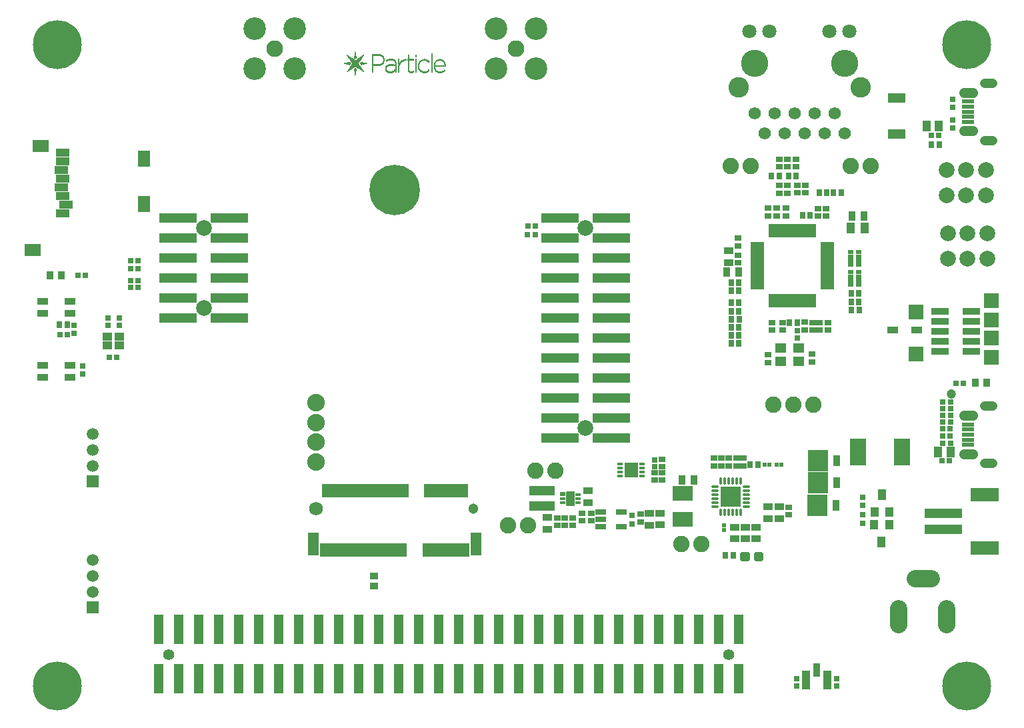
<source format=gts>
G75*
%MOIN*%
%OFA0B0*%
%FSLAX25Y25*%
%IPPOS*%
%LPD*%
%AMOC8*
5,1,8,0,0,1.08239X$1,22.5*
%
%ADD10R,0.00060X0.00020*%
%ADD11R,0.00060X0.00020*%
%ADD12R,0.00080X0.00020*%
%ADD13R,0.00100X0.00020*%
%ADD14R,0.00100X0.00020*%
%ADD15R,0.00120X0.00020*%
%ADD16R,0.00140X0.00020*%
%ADD17R,0.00140X0.00020*%
%ADD18R,0.00180X0.00020*%
%ADD19R,0.00180X0.00020*%
%ADD20R,0.00200X0.00020*%
%ADD21R,0.00220X0.00020*%
%ADD22R,0.00220X0.00020*%
%ADD23R,0.00240X0.00020*%
%ADD24R,0.00260X0.00020*%
%ADD25R,0.00260X0.00020*%
%ADD26R,0.00300X0.00020*%
%ADD27R,0.00300X0.00020*%
%ADD28R,0.00320X0.00020*%
%ADD29R,0.00340X0.00020*%
%ADD30R,0.00340X0.00020*%
%ADD31R,0.00360X0.00020*%
%ADD32R,0.00380X0.00020*%
%ADD33R,0.00380X0.00020*%
%ADD34R,0.00420X0.00020*%
%ADD35R,0.00420X0.00020*%
%ADD36R,0.00440X0.00020*%
%ADD37R,0.00460X0.00020*%
%ADD38R,0.00460X0.00020*%
%ADD39R,0.00480X0.00020*%
%ADD40R,0.00500X0.00020*%
%ADD41R,0.00500X0.00020*%
%ADD42R,0.00540X0.00020*%
%ADD43R,0.00540X0.00020*%
%ADD44R,0.00560X0.00020*%
%ADD45R,0.00580X0.00020*%
%ADD46R,0.00620X0.00020*%
%ADD47R,0.00600X0.00020*%
%ADD48R,0.00580X0.00020*%
%ADD49R,0.00980X0.00020*%
%ADD50R,0.01000X0.00020*%
%ADD51R,0.01220X0.00020*%
%ADD52R,0.01260X0.00020*%
%ADD53R,0.01420X0.00020*%
%ADD54R,0.00880X0.00020*%
%ADD55R,0.01460X0.00020*%
%ADD56R,0.01620X0.00020*%
%ADD57R,0.01080X0.00020*%
%ADD58R,0.01640X0.00020*%
%ADD59R,0.00620X0.00020*%
%ADD60R,0.01760X0.00020*%
%ADD61R,0.01780X0.00020*%
%ADD62R,0.01800X0.00020*%
%ADD63R,0.00620X0.00020*%
%ADD64R,0.01900X0.00020*%
%ADD65R,0.01400X0.00020*%
%ADD66R,0.01940X0.00020*%
%ADD67R,0.00700X0.00020*%
%ADD68R,0.02040X0.00020*%
%ADD69R,0.00660X0.00020*%
%ADD70R,0.01540X0.00020*%
%ADD71R,0.02020X0.00020*%
%ADD72R,0.02080X0.00020*%
%ADD73R,0.00700X0.00020*%
%ADD74R,0.02160X0.00020*%
%ADD75R,0.00640X0.00020*%
%ADD76R,0.00660X0.00020*%
%ADD77R,0.01660X0.00020*%
%ADD78R,0.02200X0.00020*%
%ADD79R,0.02260X0.00020*%
%ADD80R,0.00640X0.00020*%
%ADD81R,0.02320X0.00020*%
%ADD82R,0.02380X0.00020*%
%ADD83R,0.01860X0.00020*%
%ADD84R,0.02420X0.00020*%
%ADD85R,0.02480X0.00020*%
%ADD86R,0.01960X0.00020*%
%ADD87R,0.02520X0.00020*%
%ADD88R,0.02580X0.00020*%
%ADD89R,0.02040X0.00020*%
%ADD90R,0.02620X0.00020*%
%ADD91R,0.00680X0.00020*%
%ADD92R,0.02660X0.00020*%
%ADD93R,0.02120X0.00020*%
%ADD94R,0.02700X0.00020*%
%ADD95R,0.02740X0.00020*%
%ADD96R,0.02160X0.00020*%
%ADD97R,0.02760X0.00020*%
%ADD98R,0.02800X0.00020*%
%ADD99R,0.02840X0.00020*%
%ADD100R,0.02200X0.00020*%
%ADD101R,0.02880X0.00020*%
%ADD102R,0.02920X0.00020*%
%ADD103R,0.02220X0.00020*%
%ADD104R,0.02980X0.00020*%
%ADD105R,0.03000X0.00020*%
%ADD106R,0.03060X0.00020*%
%ADD107R,0.00720X0.00020*%
%ADD108R,0.03060X0.00020*%
%ADD109R,0.02280X0.00020*%
%ADD110R,0.03080X0.00020*%
%ADD111R,0.03120X0.00020*%
%ADD112R,0.00740X0.00020*%
%ADD113R,0.03140X0.00020*%
%ADD114R,0.03160X0.00020*%
%ADD115R,0.03180X0.00020*%
%ADD116R,0.03220X0.00020*%
%ADD117R,0.02340X0.00020*%
%ADD118R,0.03260X0.00020*%
%ADD119R,0.00740X0.00020*%
%ADD120R,0.03280X0.00020*%
%ADD121R,0.02360X0.00020*%
%ADD122R,0.03340X0.00020*%
%ADD123R,0.03340X0.00020*%
%ADD124R,0.02400X0.00020*%
%ADD125R,0.03360X0.00020*%
%ADD126R,0.03400X0.00020*%
%ADD127R,0.00780X0.00020*%
%ADD128R,0.03400X0.00020*%
%ADD129R,0.02420X0.00020*%
%ADD130R,0.03440X0.00020*%
%ADD131R,0.03460X0.00020*%
%ADD132R,0.00780X0.00020*%
%ADD133R,0.03480X0.00020*%
%ADD134R,0.02440X0.00020*%
%ADD135R,0.03540X0.00020*%
%ADD136R,0.00040X0.00020*%
%ADD137R,0.03520X0.00020*%
%ADD138R,0.02460X0.00020*%
%ADD139R,0.03560X0.00020*%
%ADD140R,0.03580X0.00020*%
%ADD141R,0.03600X0.00020*%
%ADD142R,0.03660X0.00020*%
%ADD143R,0.00080X0.00020*%
%ADD144R,0.00800X0.00020*%
%ADD145R,0.03640X0.00020*%
%ADD146R,0.02500X0.00020*%
%ADD147R,0.03680X0.00020*%
%ADD148R,0.03720X0.00020*%
%ADD149R,0.00820X0.00020*%
%ADD150R,0.03680X0.00020*%
%ADD151R,0.03720X0.00020*%
%ADD152R,0.03780X0.00020*%
%ADD153R,0.00120X0.00020*%
%ADD154R,0.00820X0.00020*%
%ADD155R,0.03760X0.00020*%
%ADD156R,0.02540X0.00020*%
%ADD157R,0.03800X0.00020*%
%ADD158R,0.03820X0.00020*%
%ADD159R,0.00140X0.00020*%
%ADD160R,0.02560X0.00020*%
%ADD161R,0.01740X0.00020*%
%ADD162R,0.01740X0.00020*%
%ADD163R,0.01820X0.00020*%
%ADD164R,0.01700X0.00020*%
%ADD165R,0.01640X0.00020*%
%ADD166R,0.02580X0.00020*%
%ADD167R,0.01620X0.00020*%
%ADD168R,0.01560X0.00020*%
%ADD169R,0.01580X0.00020*%
%ADD170R,0.01620X0.00020*%
%ADD171R,0.00840X0.00020*%
%ADD172R,0.01560X0.00020*%
%ADD173R,0.01500X0.00020*%
%ADD174R,0.01480X0.00020*%
%ADD175R,0.01540X0.00020*%
%ADD176R,0.00200X0.00020*%
%ADD177R,0.00860X0.00020*%
%ADD178R,0.01440X0.00020*%
%ADD179R,0.00860X0.00020*%
%ADD180R,0.01420X0.00020*%
%ADD181R,0.01320X0.00020*%
%ADD182R,0.01400X0.00020*%
%ADD183R,0.01340X0.00020*%
%ADD184R,0.01360X0.00020*%
%ADD185R,0.01380X0.00020*%
%ADD186R,0.00220X0.00020*%
%ADD187R,0.01200X0.00020*%
%ADD188R,0.00540X0.00020*%
%ADD189R,0.01320X0.00020*%
%ADD190R,0.00240X0.00020*%
%ADD191R,0.01300X0.00020*%
%ADD192R,0.01220X0.00020*%
%ADD193R,0.01140X0.00020*%
%ADD194R,0.01320X0.00020*%
%ADD195R,0.01280X0.00020*%
%ADD196R,0.00900X0.00020*%
%ADD197R,0.00280X0.00020*%
%ADD198R,0.01160X0.00020*%
%ADD199R,0.01280X0.00020*%
%ADD200R,0.01240X0.00020*%
%ADD201R,0.01240X0.00020*%
%ADD202R,0.00280X0.00020*%
%ADD203R,0.00900X0.00020*%
%ADD204R,0.01240X0.00020*%
%ADD205R,0.01120X0.00020*%
%ADD206R,0.01040X0.00020*%
%ADD207R,0.01200X0.00020*%
%ADD208R,0.01220X0.00020*%
%ADD209R,0.01020X0.00020*%
%ADD210R,0.01220X0.00020*%
%ADD211R,0.01180X0.00020*%
%ADD212R,0.00320X0.00020*%
%ADD213R,0.01040X0.00020*%
%ADD214R,0.00980X0.00020*%
%ADD215R,0.00340X0.00020*%
%ADD216R,0.00920X0.00020*%
%ADD217R,0.01020X0.00020*%
%ADD218R,0.00960X0.00020*%
%ADD219R,0.00160X0.00020*%
%ADD220R,0.01180X0.00020*%
%ADD221R,0.01140X0.00020*%
%ADD222R,0.00340X0.00020*%
%ADD223R,0.00940X0.00020*%
%ADD224R,0.01100X0.00020*%
%ADD225R,0.00920X0.00020*%
%ADD226R,0.01120X0.00020*%
%ADD227R,0.00940X0.00020*%
%ADD228R,0.01080X0.00020*%
%ADD229R,0.00920X0.00020*%
%ADD230R,0.01100X0.00020*%
%ADD231R,0.00400X0.00020*%
%ADD232R,0.01060X0.00020*%
%ADD233R,0.00940X0.00020*%
%ADD234R,0.00880X0.00020*%
%ADD235R,0.00020X0.00020*%
%ADD236R,0.01120X0.00020*%
%ADD237R,0.00440X0.00020*%
%ADD238R,0.00420X0.00020*%
%ADD239R,0.01040X0.00020*%
%ADD240R,0.00440X0.00020*%
%ADD241R,0.01020X0.00020*%
%ADD242R,0.00840X0.00020*%
%ADD243R,0.00480X0.00020*%
%ADD244R,0.01060X0.00020*%
%ADD245R,0.00820X0.00020*%
%ADD246R,0.01040X0.00020*%
%ADD247R,0.01000X0.00020*%
%ADD248R,0.01020X0.00020*%
%ADD249R,0.00520X0.00020*%
%ADD250R,0.00940X0.00020*%
%ADD251R,0.00820X0.00020*%
%ADD252R,0.00800X0.00020*%
%ADD253R,0.00960X0.00020*%
%ADD254R,0.00540X0.00020*%
%ADD255R,0.00760X0.00020*%
%ADD256R,0.00760X0.00020*%
%ADD257R,0.00740X0.00020*%
%ADD258R,0.00600X0.00020*%
%ADD259R,0.00920X0.00020*%
%ADD260R,0.00740X0.00020*%
%ADD261R,0.00680X0.00020*%
%ADD262R,0.00840X0.00020*%
%ADD263R,0.01340X0.00020*%
%ADD264R,0.01300X0.00020*%
%ADD265R,0.00720X0.00020*%
%ADD266R,0.00720X0.00020*%
%ADD267R,0.01140X0.00020*%
%ADD268R,0.00720X0.00020*%
%ADD269R,0.00840X0.00020*%
%ADD270R,0.01140X0.00020*%
%ADD271R,0.00520X0.00020*%
%ADD272R,0.00140X0.00020*%
%ADD273R,0.00040X0.00020*%
%ADD274R,0.01260X0.00020*%
%ADD275R,0.00020X0.00020*%
%ADD276R,0.01160X0.00020*%
%ADD277R,0.01340X0.00020*%
%ADD278R,0.01340X0.00020*%
%ADD279R,0.01380X0.00020*%
%ADD280R,0.01320X0.00020*%
%ADD281R,0.01360X0.00020*%
%ADD282R,0.01420X0.00020*%
%ADD283R,0.01440X0.00020*%
%ADD284R,0.01460X0.00020*%
%ADD285R,0.01500X0.00020*%
%ADD286R,0.01520X0.00020*%
%ADD287R,0.01540X0.00020*%
%ADD288R,0.01580X0.00020*%
%ADD289R,0.01600X0.00020*%
%ADD290R,0.01660X0.00020*%
%ADD291R,0.01680X0.00020*%
%ADD292R,0.01700X0.00020*%
%ADD293R,0.00160X0.00020*%
%ADD294R,0.01720X0.00020*%
%ADD295R,0.01780X0.00020*%
%ADD296R,0.01760X0.00020*%
%ADD297R,0.01820X0.00020*%
%ADD298R,0.01860X0.00020*%
%ADD299R,0.01880X0.00020*%
%ADD300R,0.00620X0.00020*%
%ADD301R,0.01920X0.00020*%
%ADD302R,0.01940X0.00020*%
%ADD303R,0.01920X0.00020*%
%ADD304R,0.01980X0.00020*%
%ADD305R,0.01960X0.00020*%
%ADD306R,0.01980X0.00020*%
%ADD307R,0.02000X0.00020*%
%ADD308R,0.02020X0.00020*%
%ADD309R,0.02040X0.00020*%
%ADD310R,0.02060X0.00020*%
%ADD311R,0.02060X0.00020*%
%ADD312R,0.02080X0.00020*%
%ADD313R,0.02100X0.00020*%
%ADD314R,0.02120X0.00020*%
%ADD315R,0.02140X0.00020*%
%ADD316R,0.02180X0.00020*%
%ADD317R,0.02180X0.00020*%
%ADD318R,0.02220X0.00020*%
%ADD319R,0.02220X0.00020*%
%ADD320R,0.02240X0.00020*%
%ADD321R,0.02260X0.00020*%
%ADD322R,0.02280X0.00020*%
%ADD323R,0.02300X0.00020*%
%ADD324R,0.02320X0.00020*%
%ADD325R,0.02340X0.00020*%
%ADD326R,0.02440X0.00020*%
%ADD327R,0.06060X0.00020*%
%ADD328R,0.06060X0.00020*%
%ADD329R,0.02480X0.00020*%
%ADD330R,0.04980X0.00020*%
%ADD331R,0.04980X0.00020*%
%ADD332R,0.04940X0.00020*%
%ADD333R,0.06080X0.00020*%
%ADD334R,0.04920X0.00020*%
%ADD335R,0.06100X0.00020*%
%ADD336R,0.04900X0.00020*%
%ADD337R,0.04860X0.00020*%
%ADD338R,0.06100X0.00020*%
%ADD339R,0.04840X0.00020*%
%ADD340R,0.04820X0.00020*%
%ADD341R,0.04780X0.00020*%
%ADD342R,0.04760X0.00020*%
%ADD343R,0.04740X0.00020*%
%ADD344R,0.04700X0.00020*%
%ADD345R,0.04700X0.00020*%
%ADD346R,0.04660X0.00020*%
%ADD347R,0.04620X0.00020*%
%ADD348R,0.04620X0.00020*%
%ADD349R,0.04580X0.00020*%
%ADD350R,0.06080X0.00020*%
%ADD351R,0.04540X0.00020*%
%ADD352R,0.02900X0.00020*%
%ADD353R,0.01240X0.00020*%
%ADD354R,0.04540X0.00020*%
%ADD355R,0.01440X0.00020*%
%ADD356R,0.04500X0.00020*%
%ADD357R,0.04480X0.00020*%
%ADD358R,0.03480X0.00020*%
%ADD359R,0.04460X0.00020*%
%ADD360R,0.03600X0.00020*%
%ADD361R,0.04420X0.00020*%
%ADD362R,0.03700X0.00020*%
%ADD363R,0.04400X0.00020*%
%ADD364R,0.03780X0.00020*%
%ADD365R,0.04380X0.00020*%
%ADD366R,0.03860X0.00020*%
%ADD367R,0.02640X0.00020*%
%ADD368R,0.04340X0.00020*%
%ADD369R,0.03940X0.00020*%
%ADD370R,0.04320X0.00020*%
%ADD371R,0.04020X0.00020*%
%ADD372R,0.04940X0.00020*%
%ADD373R,0.04300X0.00020*%
%ADD374R,0.04080X0.00020*%
%ADD375R,0.04920X0.00020*%
%ADD376R,0.04260X0.00020*%
%ADD377R,0.04140X0.00020*%
%ADD378R,0.04200X0.00020*%
%ADD379R,0.04860X0.00020*%
%ADD380R,0.04220X0.00020*%
%ADD381R,0.04260X0.00020*%
%ADD382R,0.04820X0.00020*%
%ADD383R,0.04180X0.00020*%
%ADD384R,0.04320X0.00020*%
%ADD385R,0.04800X0.00020*%
%ADD386R,0.04180X0.00020*%
%ADD387R,0.04360X0.00020*%
%ADD388R,0.04760X0.00020*%
%ADD389R,0.04140X0.00020*%
%ADD390R,0.04420X0.00020*%
%ADD391R,0.04720X0.00020*%
%ADD392R,0.04100X0.00020*%
%ADD393R,0.04100X0.00020*%
%ADD394R,0.04520X0.00020*%
%ADD395R,0.04660X0.00020*%
%ADD396R,0.04060X0.00020*%
%ADD397R,0.04560X0.00020*%
%ADD398R,0.04620X0.00020*%
%ADD399R,0.04040X0.00020*%
%ADD400R,0.04600X0.00020*%
%ADD401R,0.04580X0.00020*%
%ADD402R,0.04020X0.00020*%
%ADD403R,0.04640X0.00020*%
%ADD404R,0.04520X0.00020*%
%ADD405R,0.03980X0.00020*%
%ADD406R,0.04680X0.00020*%
%ADD407R,0.04480X0.00020*%
%ADD408R,0.03960X0.00020*%
%ADD409R,0.04720X0.00020*%
%ADD410R,0.03940X0.00020*%
%ADD411R,0.03900X0.00020*%
%ADD412R,0.04800X0.00020*%
%ADD413R,0.03520X0.00020*%
%ADD414R,0.03880X0.00020*%
%ADD415R,0.04820X0.00020*%
%ADD416R,0.03380X0.00020*%
%ADD417R,0.03240X0.00020*%
%ADD418R,0.03820X0.00020*%
%ADD419R,0.04900X0.00020*%
%ADD420R,0.03100X0.00020*%
%ADD421R,0.04920X0.00020*%
%ADD422R,0.02920X0.00020*%
%ADD423R,0.00640X0.00020*%
%ADD424R,0.04960X0.00020*%
%ADD425R,0.02760X0.00020*%
%ADD426R,0.03740X0.00020*%
%ADD427R,0.05000X0.00020*%
%ADD428R,0.05020X0.00020*%
%ADD429R,0.03660X0.00020*%
%ADD430R,0.01820X0.00020*%
%ADD431R,0.03620X0.00020*%
%ADD432R,0.01640X0.00020*%
%ADD433R,0.03580X0.00020*%
%ADD434R,0.01600X0.00020*%
%ADD435R,0.03540X0.00020*%
%ADD436R,0.03500X0.00020*%
%ADD437R,0.03460X0.00020*%
%ADD438R,0.02020X0.00020*%
%ADD439R,0.02140X0.00020*%
%ADD440R,0.03420X0.00020*%
%ADD441R,0.02240X0.00020*%
%ADD442R,0.03380X0.00020*%
%ADD443R,0.02360X0.00020*%
%ADD444R,0.03340X0.00020*%
%ADD445R,0.02560X0.00020*%
%ADD446R,0.03300X0.00020*%
%ADD447R,0.02660X0.00020*%
%ADD448R,0.03300X0.00020*%
%ADD449R,0.02680X0.00020*%
%ADD450R,0.02780X0.00020*%
%ADD451R,0.03260X0.00020*%
%ADD452R,0.03220X0.00020*%
%ADD453R,0.02980X0.00020*%
%ADD454R,0.03180X0.00020*%
%ADD455R,0.03200X0.00020*%
%ADD456R,0.03140X0.00020*%
%ADD457R,0.03100X0.00020*%
%ADD458R,0.03080X0.00020*%
%ADD459R,0.03620X0.00020*%
%ADD460R,0.03020X0.00020*%
%ADD461R,0.02960X0.00020*%
%ADD462R,0.02740X0.00020*%
%ADD463R,0.03320X0.00020*%
%ADD464R,0.02540X0.00020*%
%ADD465R,0.02420X0.00020*%
%ADD466R,0.02320X0.00020*%
%ADD467R,0.01900X0.00020*%
%ADD468R,0.03540X0.00020*%
%ADD469R,0.01480X0.00020*%
%ADD470R,0.00040X0.00020*%
%ADD471R,0.00400X0.00020*%
%ADD472R,0.03840X0.00020*%
%ADD473R,0.03900X0.00020*%
%ADD474R,0.00560X0.00020*%
%ADD475R,0.03980X0.00020*%
%ADD476R,0.04060X0.00020*%
%ADD477R,0.04120X0.00020*%
%ADD478R,0.04280X0.00020*%
%ADD479R,0.04340X0.00020*%
%ADD480R,0.04420X0.00020*%
%ADD481R,0.04500X0.00020*%
%ADD482R,0.04560X0.00020*%
%ADD483R,0.04720X0.00020*%
%ADD484R,0.01120X0.00020*%
%ADD485R,0.01720X0.00020*%
%ADD486R,0.04940X0.00020*%
%ADD487R,0.01420X0.00020*%
%ADD488R,0.01520X0.00020*%
%ADD489R,0.02500X0.00020*%
%ADD490R,0.03020X0.00020*%
%ADD491R,0.03720X0.00020*%
%ADD492R,0.03500X0.00020*%
%ADD493R,0.03440X0.00020*%
%ADD494R,0.01680X0.00020*%
%ADD495R,0.02000X0.00020*%
%ADD496R,0.02420X0.00020*%
%ADD497R,0.02300X0.00020*%
%ADD498R,0.03540X0.00020*%
%ADD499R,0.03340X0.00020*%
%ADD500R,0.03280X0.00020*%
%ADD501R,0.02400X0.00020*%
%ADD502R,0.04320X0.00020*%
%ADD503R,0.03420X0.00020*%
%ADD504R,0.03220X0.00020*%
%ADD505R,0.04120X0.00020*%
%ADD506R,0.03200X0.00020*%
%ADD507R,0.03920X0.00020*%
%ADD508R,0.02820X0.00020*%
%ADD509R,0.02900X0.00020*%
%ADD510R,0.02740X0.00020*%
%ADD511R,0.03760X0.00020*%
%ADD512R,0.02820X0.00020*%
%ADD513R,0.02240X0.00020*%
%ADD514R,0.02640X0.00020*%
%ADD515R,0.03420X0.00020*%
%ADD516R,0.02340X0.00020*%
%ADD517R,0.02140X0.00020*%
%ADD518R,0.02920X0.00020*%
%ADD519R,0.02800X0.00020*%
%ADD520R,0.01740X0.00020*%
%ADD521R,0.00520X0.00020*%
%ADD522R,0.01840X0.00020*%
%ADD523R,0.01840X0.00020*%
%ADD524R,0.01800X0.00020*%
%ADD525R,0.00360X0.00020*%
%ADD526R,0.01520X0.00020*%
%ADD527R,0.02020X0.00020*%
%ADD528R,0.05160X0.00020*%
%ADD529R,0.05120X0.00020*%
%ADD530R,0.05100X0.00020*%
%ADD531R,0.05060X0.00020*%
%ADD532R,0.05040X0.00020*%
%ADD533R,0.04960X0.00020*%
%ADD534R,0.04940X0.00020*%
%ADD535R,0.00120X0.00020*%
%ADD536R,0.04540X0.00020*%
%ADD537R,0.04420X0.00020*%
%ADD538R,0.04120X0.00020*%
%ADD539R,0.04040X0.00020*%
%ADD540R,0.03960X0.00020*%
%ADD541R,0.03880X0.00020*%
%ADD542R,0.00020X0.00020*%
%ADD543R,0.05800X0.03300*%
%ADD544R,0.03200X0.02600*%
%ADD545R,0.02400X0.02000*%
%ADD546R,0.02600X0.03200*%
%ADD547R,0.08871X0.05131*%
%ADD548R,0.04900X0.03600*%
%ADD549R,0.03600X0.04900*%
%ADD550R,0.02572X0.02965*%
%ADD551R,0.03800X0.05800*%
%ADD552R,0.10000X0.10500*%
%ADD553C,0.01990*%
%ADD554R,0.09068X0.03556*%
%ADD555R,0.04146X0.05721*%
%ADD556R,0.01981X0.06902*%
%ADD557C,0.05131*%
%ADD558C,0.06902*%
%ADD559R,0.05524X0.11627*%
%ADD560R,0.18910X0.04737*%
%ADD561R,0.14186X0.07099*%
%ADD562R,0.04146X0.03556*%
%ADD563R,0.12611X0.04737*%
%ADD564R,0.03950X0.05524*%
%ADD565R,0.09855X0.07296*%
%ADD566R,0.03556X0.03950*%
%ADD567R,0.03950X0.09461*%
%ADD568R,0.03674X0.06706*%
%ADD569R,0.03950X0.04540*%
%ADD570R,0.03950X0.05721*%
%ADD571R,0.02965X0.02572*%
%ADD572R,0.02000X0.02400*%
%ADD573R,0.07887X0.13398*%
%ADD574R,0.03162X0.03162*%
%ADD575R,0.04737X0.03950*%
%ADD576C,0.07099*%
%ADD577C,0.10249*%
%ADD578C,0.06146*%
%ADD579C,0.13595*%
%ADD580R,0.02769X0.02375*%
%ADD581R,0.02769X0.01981*%
%ADD582C,0.07887*%
%ADD583C,0.04737*%
%ADD584R,0.07800X0.07800*%
%ADD585R,0.01981X0.06706*%
%ADD586R,0.06706X0.01981*%
%ADD587C,0.01457*%
%ADD588R,0.10236X0.10236*%
%ADD589R,0.05524X0.02965*%
%ADD590R,0.02572X0.02178*%
%ADD591R,0.02572X0.01784*%
%ADD592C,0.00039*%
%ADD593R,0.06312X0.02375*%
%ADD594C,0.05162*%
%ADD595C,0.04769*%
%ADD596C,0.08300*%
%ADD597C,0.11300*%
%ADD598R,0.06706X0.03950*%
%ADD599R,0.08280X0.06312*%
%ADD600R,0.06312X0.07887*%
%ADD601R,0.05524X0.05131*%
%ADD602C,0.08200*%
%ADD603C,0.08674*%
%ADD604R,0.04737X0.14580*%
%ADD605C,0.05524*%
%ADD606C,0.08800*%
%ADD607R,0.03150X0.01181*%
%ADD608R,0.06811X0.07402*%
%ADD609R,0.03162X0.02965*%
%ADD610R,0.05950X0.05950*%
%ADD611C,0.05950*%
%ADD612R,0.18517X0.04816*%
%ADD613R,0.05524X0.03556*%
%ADD614R,0.02769X0.02769*%
%ADD615C,0.25209*%
%ADD616C,0.24422*%
D10*
X0167828Y0323477D03*
X0167828Y0323517D03*
X0167828Y0331777D03*
X0167828Y0335317D03*
X0167828Y0335357D03*
X0183508Y0330477D03*
D11*
X0172048Y0333637D03*
X0167828Y0335297D03*
X0167828Y0335337D03*
X0163608Y0333637D03*
X0167828Y0323497D03*
X0196908Y0325537D03*
X0204508Y0326337D03*
D12*
X0172038Y0325197D03*
X0167838Y0323537D03*
X0163618Y0325197D03*
X0164998Y0330097D03*
X0163658Y0333597D03*
X0170658Y0330097D03*
D13*
X0167828Y0335217D03*
X0167828Y0335257D03*
X0167828Y0335277D03*
X0167828Y0323617D03*
X0167828Y0323577D03*
X0167828Y0323557D03*
X0204508Y0326317D03*
D14*
X0183528Y0330497D03*
X0172008Y0333597D03*
X0167828Y0335237D03*
X0167828Y0331797D03*
X0167828Y0327037D03*
X0167828Y0323597D03*
X0171988Y0325237D03*
X0163668Y0325237D03*
D15*
X0164978Y0328737D03*
X0170678Y0328737D03*
X0167838Y0323637D03*
X0167838Y0335197D03*
D16*
X0167828Y0335177D03*
X0167828Y0335157D03*
X0167828Y0335117D03*
X0167828Y0323717D03*
X0167828Y0323677D03*
X0167828Y0323657D03*
D17*
X0167828Y0323697D03*
X0171928Y0325297D03*
X0163728Y0325297D03*
X0167828Y0335137D03*
D18*
X0167828Y0335037D03*
X0171888Y0333497D03*
X0163768Y0333497D03*
X0171888Y0325337D03*
X0167828Y0323797D03*
X0167828Y0323737D03*
D19*
X0167828Y0323757D03*
X0167828Y0323777D03*
X0171908Y0325317D03*
X0167828Y0331817D03*
X0167828Y0335017D03*
X0167828Y0335057D03*
X0167828Y0335077D03*
X0163748Y0333517D03*
X0163748Y0325317D03*
X0204508Y0326277D03*
X0212388Y0326217D03*
D20*
X0204438Y0329917D03*
X0171878Y0333477D03*
X0170698Y0330077D03*
X0164958Y0330077D03*
X0163798Y0325357D03*
X0167838Y0323817D03*
D21*
X0167828Y0323837D03*
X0167828Y0323897D03*
X0167828Y0326997D03*
X0167828Y0334937D03*
X0167828Y0334997D03*
X0212388Y0326197D03*
D22*
X0196828Y0325477D03*
X0171868Y0325357D03*
X0167828Y0323877D03*
X0167828Y0323857D03*
X0163788Y0333477D03*
X0167828Y0334957D03*
X0167828Y0334977D03*
D23*
X0167838Y0334917D03*
X0163818Y0325377D03*
X0167838Y0323917D03*
D24*
X0167828Y0323937D03*
X0167828Y0323997D03*
X0167828Y0334837D03*
X0167828Y0334897D03*
D25*
X0167828Y0334877D03*
X0167828Y0334857D03*
X0171808Y0333417D03*
X0163848Y0333417D03*
X0163868Y0325417D03*
X0167828Y0323977D03*
X0167828Y0323957D03*
X0183568Y0330557D03*
X0196808Y0325457D03*
X0212388Y0326177D03*
D26*
X0212388Y0326157D03*
X0185628Y0331617D03*
X0183588Y0330577D03*
X0171768Y0333377D03*
X0170748Y0330057D03*
X0167828Y0331857D03*
X0167828Y0334757D03*
X0167828Y0334777D03*
X0164908Y0330057D03*
X0163928Y0325477D03*
X0163908Y0325457D03*
X0167828Y0324077D03*
X0167828Y0324057D03*
X0167828Y0324017D03*
X0171748Y0325457D03*
D27*
X0167828Y0324037D03*
X0167828Y0334737D03*
X0167828Y0334797D03*
D28*
X0171718Y0333337D03*
X0163938Y0333337D03*
X0167838Y0324097D03*
X0196778Y0325437D03*
D29*
X0167828Y0324177D03*
X0167828Y0324157D03*
X0167828Y0324117D03*
X0167828Y0326957D03*
X0167828Y0334657D03*
X0167828Y0334677D03*
X0167828Y0334717D03*
D30*
X0167828Y0334697D03*
X0167828Y0324137D03*
D31*
X0167838Y0324197D03*
X0171678Y0333297D03*
X0167838Y0334637D03*
X0183618Y0330597D03*
X0204438Y0329997D03*
X0204518Y0326197D03*
D32*
X0212388Y0326117D03*
X0196748Y0325417D03*
X0171648Y0325557D03*
X0167828Y0324277D03*
X0167828Y0324257D03*
X0167828Y0324217D03*
X0171648Y0333277D03*
X0167828Y0334557D03*
X0167828Y0334577D03*
X0167828Y0334617D03*
X0164008Y0333277D03*
D33*
X0163988Y0333297D03*
X0167828Y0334597D03*
X0171668Y0325537D03*
X0167828Y0324237D03*
X0163988Y0325537D03*
D34*
X0167828Y0324337D03*
X0167828Y0324297D03*
X0167828Y0326937D03*
X0167828Y0331897D03*
X0167828Y0334497D03*
X0212388Y0326097D03*
D35*
X0192968Y0331477D03*
X0183628Y0330617D03*
X0167828Y0334457D03*
X0167828Y0334477D03*
X0167828Y0334517D03*
X0167828Y0324357D03*
X0167828Y0324317D03*
D36*
X0167838Y0324377D03*
X0204518Y0326157D03*
D37*
X0196708Y0325397D03*
X0183648Y0330637D03*
X0171568Y0333197D03*
X0167828Y0334397D03*
X0167828Y0334437D03*
X0164088Y0333197D03*
X0164108Y0325637D03*
X0167828Y0324437D03*
X0167828Y0324397D03*
D38*
X0167828Y0324417D03*
X0167828Y0324457D03*
X0167828Y0326917D03*
X0167828Y0334377D03*
X0167828Y0334417D03*
D39*
X0167838Y0334357D03*
X0171518Y0333157D03*
X0171538Y0333177D03*
X0164138Y0333157D03*
X0164118Y0333177D03*
X0164118Y0325657D03*
X0167838Y0324477D03*
X0171538Y0325657D03*
X0204438Y0330057D03*
X0212398Y0326077D03*
D40*
X0167828Y0324537D03*
X0167828Y0324497D03*
X0164168Y0325697D03*
X0167828Y0334297D03*
X0167828Y0334337D03*
D41*
X0167828Y0334317D03*
X0167828Y0334277D03*
X0167828Y0331917D03*
X0171508Y0325677D03*
X0167828Y0324557D03*
X0167828Y0324517D03*
X0164148Y0325677D03*
D42*
X0164828Y0328817D03*
X0167828Y0324617D03*
X0167828Y0324577D03*
X0170828Y0328817D03*
X0167828Y0334177D03*
X0167828Y0334217D03*
D43*
X0167828Y0334197D03*
X0167828Y0334237D03*
X0167828Y0331937D03*
X0167828Y0326897D03*
X0167828Y0324637D03*
X0167828Y0324597D03*
D44*
X0167838Y0324657D03*
X0164238Y0325757D03*
X0171438Y0333077D03*
X0195858Y0324717D03*
D45*
X0192888Y0331457D03*
X0183688Y0330677D03*
X0171408Y0333057D03*
X0167828Y0334117D03*
X0167828Y0334157D03*
X0164248Y0333057D03*
X0164228Y0333077D03*
X0167828Y0326877D03*
X0167828Y0324717D03*
X0167828Y0324677D03*
X0171408Y0325777D03*
X0171428Y0325757D03*
D46*
X0185248Y0324677D03*
X0188108Y0327257D03*
X0188108Y0327277D03*
X0188108Y0327317D03*
X0188108Y0327357D03*
X0188108Y0327377D03*
X0188108Y0327417D03*
X0188108Y0327457D03*
X0188108Y0327477D03*
X0188108Y0327517D03*
X0188108Y0327557D03*
X0188108Y0327577D03*
X0188108Y0327617D03*
X0188108Y0327657D03*
X0188108Y0327677D03*
X0188108Y0327717D03*
X0188108Y0327757D03*
X0188108Y0327777D03*
X0188108Y0327817D03*
X0188108Y0327857D03*
X0188108Y0327877D03*
X0188108Y0327917D03*
X0188108Y0327957D03*
X0188108Y0327977D03*
X0188108Y0328017D03*
X0188108Y0328057D03*
X0188108Y0328077D03*
X0210148Y0324677D03*
D47*
X0202298Y0324677D03*
X0204438Y0330117D03*
X0167838Y0334077D03*
X0164258Y0325777D03*
X0167838Y0324757D03*
D48*
X0167828Y0324737D03*
X0167828Y0324697D03*
X0167828Y0334097D03*
X0167828Y0334137D03*
X0204528Y0326097D03*
X0212388Y0326037D03*
D49*
X0212148Y0325697D03*
X0211648Y0330597D03*
X0204408Y0330297D03*
X0200428Y0330497D03*
X0200288Y0325797D03*
X0202308Y0324697D03*
X0185248Y0324697D03*
X0181388Y0329437D03*
X0183828Y0330797D03*
X0181468Y0332797D03*
X0167828Y0333197D03*
X0164668Y0328897D03*
X0167828Y0325637D03*
D50*
X0170898Y0326237D03*
X0164758Y0326237D03*
X0164758Y0332597D03*
X0167838Y0333137D03*
X0170898Y0332597D03*
X0181438Y0332837D03*
X0181338Y0329397D03*
X0183558Y0328037D03*
X0183518Y0325637D03*
X0187918Y0326237D03*
X0189738Y0329097D03*
X0190918Y0330397D03*
X0200478Y0330537D03*
X0204358Y0330337D03*
X0208378Y0330597D03*
X0212058Y0325637D03*
X0210158Y0324697D03*
X0204138Y0325637D03*
X0200358Y0325737D03*
D51*
X0202308Y0324717D03*
X0189848Y0329477D03*
X0187808Y0328217D03*
X0185248Y0324717D03*
X0181008Y0329157D03*
X0181108Y0333077D03*
X0170648Y0332357D03*
D52*
X0171108Y0329877D03*
X0170588Y0326517D03*
X0167828Y0326657D03*
X0167828Y0326317D03*
X0167828Y0326277D03*
X0167828Y0326257D03*
X0165068Y0326517D03*
X0167828Y0332517D03*
X0167828Y0332557D03*
X0167828Y0332577D03*
X0183828Y0325417D03*
X0186648Y0325377D03*
X0187788Y0325957D03*
X0189868Y0329557D03*
X0191348Y0330677D03*
X0194948Y0325357D03*
X0195868Y0324777D03*
X0200868Y0330777D03*
X0211288Y0330817D03*
X0211688Y0325417D03*
X0210168Y0324717D03*
D53*
X0202308Y0324737D03*
X0185248Y0324737D03*
D54*
X0183318Y0325837D03*
X0181578Y0329637D03*
X0181698Y0332537D03*
X0181658Y0332597D03*
X0187618Y0330497D03*
X0189678Y0328837D03*
X0190678Y0330197D03*
X0194598Y0325597D03*
X0195858Y0324737D03*
X0200058Y0326037D03*
X0200198Y0330297D03*
X0204498Y0325937D03*
X0204458Y0325897D03*
X0208058Y0325897D03*
X0212378Y0325897D03*
X0211858Y0330397D03*
X0208138Y0330397D03*
X0171058Y0332737D03*
X0164598Y0332737D03*
X0171058Y0326097D03*
D55*
X0170348Y0326737D03*
X0171188Y0329837D03*
X0165308Y0326737D03*
X0184028Y0325337D03*
X0186968Y0330937D03*
X0201028Y0325337D03*
X0210168Y0324737D03*
D56*
X0202308Y0324757D03*
X0185248Y0324757D03*
X0170148Y0326917D03*
X0165508Y0326917D03*
D57*
X0164618Y0328917D03*
X0164838Y0332517D03*
X0167838Y0332957D03*
X0170818Y0332517D03*
X0171038Y0328917D03*
X0170818Y0326317D03*
X0167838Y0325877D03*
X0185658Y0328957D03*
X0187318Y0330757D03*
X0189778Y0329277D03*
X0189778Y0329257D03*
X0191078Y0330517D03*
X0192638Y0331357D03*
X0194818Y0325417D03*
X0195858Y0324757D03*
X0186838Y0325457D03*
X0204138Y0330517D03*
X0208458Y0325557D03*
X0211938Y0325557D03*
X0211478Y0330717D03*
D58*
X0210178Y0324757D03*
D59*
X0212388Y0326017D03*
X0204528Y0326077D03*
X0171368Y0325817D03*
X0167828Y0324817D03*
X0167828Y0324777D03*
X0167828Y0331957D03*
X0167828Y0334017D03*
X0167828Y0334057D03*
X0171368Y0333017D03*
X0164288Y0333017D03*
D60*
X0165678Y0331757D03*
X0169978Y0331757D03*
X0169978Y0327077D03*
X0165678Y0327077D03*
X0185258Y0324777D03*
X0195858Y0324857D03*
D61*
X0202308Y0324777D03*
X0210028Y0331377D03*
X0171308Y0329777D03*
X0165728Y0327117D03*
D62*
X0164358Y0329777D03*
X0165718Y0331717D03*
X0169938Y0331717D03*
X0169938Y0327117D03*
X0201278Y0325277D03*
X0210178Y0324777D03*
D63*
X0170868Y0329997D03*
X0167828Y0333997D03*
X0167828Y0334037D03*
X0164788Y0329997D03*
X0167828Y0324837D03*
X0167828Y0324797D03*
D64*
X0169808Y0327237D03*
X0165848Y0327237D03*
X0165848Y0331597D03*
X0169808Y0331597D03*
X0185248Y0324797D03*
X0192228Y0331037D03*
X0202308Y0324797D03*
D65*
X0203598Y0325337D03*
X0208878Y0325337D03*
X0202318Y0331437D03*
X0201018Y0330837D03*
X0195038Y0325337D03*
X0195858Y0324797D03*
X0186538Y0325337D03*
X0184018Y0328297D03*
X0170398Y0332137D03*
X0165258Y0332137D03*
D66*
X0210168Y0324797D03*
D67*
X0212388Y0325977D03*
X0212648Y0328477D03*
X0212648Y0328517D03*
X0212628Y0328657D03*
X0212628Y0328677D03*
X0212608Y0328777D03*
X0212608Y0328817D03*
X0212588Y0328877D03*
X0212588Y0328917D03*
X0212568Y0328977D03*
X0212568Y0329017D03*
X0212548Y0329057D03*
X0212548Y0329077D03*
X0212548Y0329117D03*
X0212528Y0329157D03*
X0212528Y0329177D03*
X0212508Y0329217D03*
X0212468Y0329357D03*
X0207508Y0329417D03*
X0207488Y0329377D03*
X0207488Y0329357D03*
X0207468Y0329317D03*
X0207448Y0329277D03*
X0207448Y0329257D03*
X0207428Y0329217D03*
X0207428Y0329177D03*
X0207408Y0329117D03*
X0207388Y0329077D03*
X0207388Y0329057D03*
X0207368Y0328977D03*
X0207328Y0327377D03*
X0207348Y0327277D03*
X0207348Y0327257D03*
X0207368Y0327217D03*
X0207368Y0327177D03*
X0207388Y0327117D03*
X0207408Y0327077D03*
X0207408Y0327057D03*
X0207428Y0326977D03*
X0207448Y0326917D03*
X0207468Y0326877D03*
X0207488Y0326817D03*
X0204428Y0330157D03*
X0199468Y0329077D03*
X0199448Y0329017D03*
X0199428Y0328957D03*
X0199408Y0328877D03*
X0199408Y0328857D03*
X0199388Y0328817D03*
X0199388Y0328777D03*
X0199388Y0328757D03*
X0199368Y0328717D03*
X0199368Y0328677D03*
X0199368Y0328657D03*
X0199348Y0328617D03*
X0199348Y0328577D03*
X0199348Y0328557D03*
X0199348Y0328517D03*
X0199328Y0328457D03*
X0199328Y0328417D03*
X0199328Y0328377D03*
X0199328Y0328357D03*
X0199328Y0328317D03*
X0199308Y0328117D03*
X0199308Y0328077D03*
X0199308Y0328057D03*
X0199308Y0328017D03*
X0199328Y0327877D03*
X0199328Y0327857D03*
X0199328Y0327817D03*
X0199328Y0327777D03*
X0199328Y0327757D03*
X0199328Y0327717D03*
X0199348Y0327657D03*
X0199348Y0327617D03*
X0199348Y0327577D03*
X0199368Y0327517D03*
X0199368Y0327477D03*
X0194328Y0326217D03*
X0194348Y0326117D03*
X0194368Y0326057D03*
X0194388Y0325977D03*
X0189588Y0328117D03*
X0189588Y0328157D03*
X0189588Y0328177D03*
X0190268Y0329717D03*
X0188008Y0329757D03*
X0187988Y0329817D03*
X0187968Y0329857D03*
X0187968Y0329877D03*
X0187948Y0329917D03*
X0188068Y0326857D03*
X0188068Y0326817D03*
X0187408Y0325877D03*
X0187388Y0325857D03*
X0183008Y0326617D03*
X0183008Y0326657D03*
X0183008Y0326677D03*
X0183008Y0326717D03*
X0183008Y0326757D03*
X0183008Y0326777D03*
X0183008Y0326817D03*
X0183008Y0326857D03*
X0183008Y0326877D03*
X0183008Y0326917D03*
X0183008Y0326957D03*
X0183008Y0326977D03*
X0183008Y0327017D03*
X0183008Y0327057D03*
X0183028Y0327117D03*
X0183028Y0327157D03*
X0182048Y0330577D03*
X0182068Y0330677D03*
X0182068Y0330717D03*
X0182088Y0330777D03*
X0182088Y0330817D03*
X0182088Y0330857D03*
X0182088Y0330877D03*
X0182108Y0330957D03*
X0182108Y0330977D03*
X0182108Y0331017D03*
X0182108Y0331057D03*
X0182108Y0331077D03*
X0182108Y0331117D03*
X0182108Y0331157D03*
X0182108Y0331177D03*
X0182108Y0331217D03*
X0182108Y0331257D03*
X0182108Y0331277D03*
X0182108Y0331317D03*
X0182108Y0331357D03*
X0182088Y0331457D03*
X0182088Y0331477D03*
X0182088Y0331517D03*
X0183728Y0330717D03*
X0176588Y0330717D03*
X0176588Y0330677D03*
X0176588Y0330657D03*
X0176588Y0330617D03*
X0176588Y0330577D03*
X0176588Y0330557D03*
X0176588Y0330517D03*
X0176588Y0330477D03*
X0176588Y0330457D03*
X0176588Y0330417D03*
X0176588Y0330377D03*
X0176588Y0330357D03*
X0176588Y0330317D03*
X0176588Y0330277D03*
X0176588Y0330257D03*
X0176588Y0330217D03*
X0176588Y0330177D03*
X0176588Y0330157D03*
X0176588Y0330117D03*
X0176588Y0330077D03*
X0176588Y0330057D03*
X0176588Y0330017D03*
X0176588Y0329977D03*
X0176588Y0329957D03*
X0176588Y0329917D03*
X0176588Y0329877D03*
X0176588Y0329857D03*
X0176588Y0329817D03*
X0176588Y0329777D03*
X0176588Y0329757D03*
X0176588Y0329717D03*
X0176588Y0329677D03*
X0176588Y0329657D03*
X0176588Y0329617D03*
X0176588Y0329577D03*
X0176588Y0329557D03*
X0176588Y0329517D03*
X0176588Y0329477D03*
X0176588Y0329457D03*
X0176588Y0329417D03*
X0176588Y0329377D03*
X0176588Y0329357D03*
X0176588Y0329317D03*
X0176588Y0329277D03*
X0176588Y0329257D03*
X0176588Y0329217D03*
X0176588Y0329177D03*
X0176588Y0329157D03*
X0176588Y0329117D03*
X0176588Y0329077D03*
X0176588Y0329057D03*
X0176588Y0329017D03*
X0176588Y0328977D03*
X0176588Y0328957D03*
X0176588Y0328917D03*
X0176588Y0328217D03*
X0176588Y0328177D03*
X0176588Y0328157D03*
X0176588Y0328117D03*
X0176588Y0328077D03*
X0176588Y0328057D03*
X0176588Y0328017D03*
X0176588Y0327977D03*
X0176588Y0327957D03*
X0176588Y0327917D03*
X0176588Y0327877D03*
X0176588Y0327857D03*
X0176588Y0327817D03*
X0176588Y0327777D03*
X0176588Y0327757D03*
X0176588Y0327717D03*
X0176588Y0327677D03*
X0176588Y0327657D03*
X0176588Y0327617D03*
X0176588Y0327577D03*
X0176588Y0327557D03*
X0176588Y0327517D03*
X0176588Y0327477D03*
X0176588Y0327457D03*
X0176588Y0327417D03*
X0176588Y0327377D03*
X0176588Y0327357D03*
X0176588Y0327317D03*
X0176588Y0327277D03*
X0176588Y0327257D03*
X0176588Y0327217D03*
X0176588Y0327177D03*
X0176588Y0327157D03*
X0176588Y0327117D03*
X0176588Y0327077D03*
X0176588Y0327057D03*
X0176588Y0327017D03*
X0176588Y0326977D03*
X0176588Y0326957D03*
X0176588Y0326917D03*
X0176588Y0326877D03*
X0176588Y0326857D03*
X0176588Y0326817D03*
X0176588Y0326777D03*
X0176588Y0326757D03*
X0176588Y0326717D03*
X0176588Y0326677D03*
X0176588Y0326657D03*
X0176588Y0326617D03*
X0176588Y0326577D03*
X0176588Y0326557D03*
X0176588Y0326517D03*
X0176588Y0326477D03*
X0176588Y0326457D03*
X0176588Y0326417D03*
X0176588Y0326377D03*
X0176588Y0326357D03*
X0176588Y0326317D03*
X0176588Y0326277D03*
X0176588Y0326257D03*
X0176588Y0326217D03*
X0176588Y0326177D03*
X0176588Y0326157D03*
X0176588Y0326117D03*
X0176588Y0326077D03*
X0176588Y0326057D03*
X0176588Y0326017D03*
X0176588Y0325977D03*
X0176588Y0325957D03*
X0176588Y0325917D03*
X0176588Y0325877D03*
X0176588Y0325857D03*
X0176588Y0325817D03*
X0176588Y0325777D03*
X0176588Y0325757D03*
X0176588Y0325717D03*
X0176588Y0325677D03*
X0176588Y0325657D03*
X0176588Y0325617D03*
X0176588Y0325577D03*
X0176588Y0325557D03*
X0176588Y0325517D03*
X0176588Y0325477D03*
X0176588Y0325457D03*
X0176588Y0325417D03*
X0176588Y0325377D03*
X0176588Y0325357D03*
X0176588Y0325317D03*
X0176588Y0325277D03*
X0176588Y0325257D03*
X0176588Y0325217D03*
X0176588Y0325177D03*
X0176588Y0325157D03*
X0176588Y0325117D03*
X0176588Y0325077D03*
X0176588Y0325057D03*
X0176588Y0325017D03*
X0176588Y0324977D03*
X0176588Y0324957D03*
X0176588Y0324917D03*
X0176588Y0324877D03*
X0176588Y0324857D03*
X0176588Y0324817D03*
X0171248Y0325917D03*
X0167828Y0325017D03*
X0167828Y0324977D03*
X0167828Y0324957D03*
X0164408Y0325917D03*
X0164408Y0332917D03*
X0167828Y0333817D03*
X0167828Y0333857D03*
X0167828Y0333877D03*
X0176588Y0333317D03*
X0176588Y0333277D03*
X0176588Y0333257D03*
X0176588Y0333217D03*
X0176588Y0333177D03*
X0176588Y0333157D03*
X0176588Y0333117D03*
X0176588Y0333077D03*
X0176588Y0333057D03*
X0176588Y0333017D03*
X0176588Y0332977D03*
X0176588Y0332957D03*
X0176588Y0332917D03*
X0176588Y0332877D03*
X0176588Y0332857D03*
X0176588Y0332817D03*
X0176588Y0332777D03*
X0176588Y0332757D03*
X0176588Y0332717D03*
X0176588Y0332677D03*
X0176588Y0332657D03*
X0176588Y0332617D03*
X0176588Y0332577D03*
X0176588Y0332557D03*
X0176588Y0332517D03*
X0176588Y0332477D03*
X0176588Y0332457D03*
X0176588Y0332417D03*
X0176588Y0332377D03*
X0176588Y0332357D03*
X0176588Y0332317D03*
X0176588Y0332277D03*
X0176588Y0332257D03*
X0176588Y0332217D03*
X0176588Y0332177D03*
X0176588Y0332157D03*
X0176588Y0332117D03*
X0176588Y0332077D03*
X0176588Y0332057D03*
X0176588Y0332017D03*
X0176588Y0331977D03*
X0176588Y0331957D03*
X0176588Y0331917D03*
X0176588Y0331877D03*
X0176588Y0331857D03*
X0176588Y0331817D03*
X0176588Y0331777D03*
X0176588Y0331757D03*
X0176588Y0331717D03*
X0176588Y0331677D03*
X0176588Y0331657D03*
X0176588Y0331617D03*
X0176588Y0331577D03*
X0176588Y0331557D03*
X0176588Y0331517D03*
X0176588Y0331477D03*
X0176588Y0331457D03*
X0176588Y0331417D03*
X0176588Y0331377D03*
X0176588Y0331357D03*
X0176588Y0331317D03*
X0176588Y0331277D03*
X0176588Y0331257D03*
X0176588Y0331217D03*
X0176588Y0331177D03*
X0176588Y0331157D03*
X0176588Y0331117D03*
X0176588Y0331077D03*
X0176588Y0331057D03*
X0176588Y0331017D03*
X0176588Y0330977D03*
X0176588Y0330957D03*
X0176588Y0330917D03*
X0176588Y0330877D03*
X0176588Y0330857D03*
X0176588Y0330817D03*
X0176588Y0330777D03*
X0176588Y0330757D03*
D68*
X0185258Y0324817D03*
X0192158Y0330957D03*
D69*
X0189568Y0330957D03*
X0189568Y0330977D03*
X0189568Y0331017D03*
X0189568Y0331057D03*
X0189568Y0331077D03*
X0189568Y0331117D03*
X0189568Y0331157D03*
X0189568Y0331177D03*
X0189568Y0331217D03*
X0189568Y0331257D03*
X0189568Y0331277D03*
X0189568Y0331317D03*
X0189568Y0331357D03*
X0189568Y0331377D03*
X0189568Y0331417D03*
X0189568Y0331457D03*
X0189568Y0331477D03*
X0189568Y0330917D03*
X0189568Y0330877D03*
X0189568Y0330857D03*
X0189568Y0330817D03*
X0189568Y0330777D03*
X0189568Y0330757D03*
X0189568Y0330717D03*
X0189568Y0330677D03*
X0189568Y0330657D03*
X0189568Y0330617D03*
X0189568Y0330577D03*
X0189568Y0330557D03*
X0189568Y0330517D03*
X0189568Y0330477D03*
X0189568Y0330457D03*
X0189568Y0330417D03*
X0189568Y0330377D03*
X0189568Y0330357D03*
X0189568Y0330317D03*
X0189568Y0330277D03*
X0189568Y0330257D03*
X0189568Y0330217D03*
X0189568Y0330177D03*
X0189568Y0330157D03*
X0189568Y0330117D03*
X0189568Y0330077D03*
X0189568Y0330057D03*
X0189568Y0330017D03*
X0189568Y0329977D03*
X0189568Y0329957D03*
X0189568Y0329917D03*
X0189568Y0329877D03*
X0189568Y0329857D03*
X0189568Y0329817D03*
X0189568Y0329777D03*
X0189568Y0329757D03*
X0189568Y0329717D03*
X0188088Y0329377D03*
X0188088Y0329357D03*
X0188088Y0329317D03*
X0188088Y0329277D03*
X0188088Y0329257D03*
X0188088Y0329217D03*
X0188068Y0329417D03*
X0188068Y0329457D03*
X0188068Y0329477D03*
X0188048Y0329557D03*
X0188048Y0329577D03*
X0189568Y0327877D03*
X0189568Y0327857D03*
X0189568Y0327817D03*
X0189568Y0327777D03*
X0189568Y0327757D03*
X0189568Y0327717D03*
X0189568Y0327677D03*
X0189568Y0327657D03*
X0189568Y0327617D03*
X0189568Y0327577D03*
X0189568Y0327557D03*
X0189568Y0327517D03*
X0189568Y0327477D03*
X0189568Y0327457D03*
X0189568Y0327417D03*
X0189568Y0327377D03*
X0189568Y0327357D03*
X0189568Y0327317D03*
X0189568Y0327277D03*
X0189568Y0327257D03*
X0189568Y0327217D03*
X0189568Y0327177D03*
X0189568Y0327157D03*
X0189568Y0327117D03*
X0189568Y0327077D03*
X0189568Y0327057D03*
X0189568Y0327017D03*
X0189568Y0326977D03*
X0189568Y0326957D03*
X0189568Y0326917D03*
X0189568Y0326877D03*
X0189568Y0326857D03*
X0189568Y0326817D03*
X0189568Y0326777D03*
X0189568Y0326757D03*
X0189568Y0326717D03*
X0189568Y0326677D03*
X0189568Y0326657D03*
X0189568Y0326617D03*
X0189568Y0326577D03*
X0189568Y0326557D03*
X0189568Y0326517D03*
X0189568Y0326477D03*
X0189568Y0326457D03*
X0189568Y0326417D03*
X0189568Y0326377D03*
X0189568Y0326357D03*
X0189568Y0326317D03*
X0189568Y0326277D03*
X0189568Y0326257D03*
X0189568Y0326217D03*
X0189568Y0326177D03*
X0189568Y0326157D03*
X0189568Y0326117D03*
X0189568Y0326077D03*
X0189568Y0326057D03*
X0189568Y0326017D03*
X0189568Y0325977D03*
X0189568Y0325957D03*
X0189568Y0325917D03*
X0189568Y0325877D03*
X0189568Y0325857D03*
X0189568Y0325817D03*
X0189568Y0325777D03*
X0189568Y0325757D03*
X0189568Y0325717D03*
X0189568Y0325677D03*
X0189568Y0325657D03*
X0189568Y0325617D03*
X0189568Y0325577D03*
X0189568Y0325557D03*
X0189568Y0325517D03*
X0189568Y0325477D03*
X0189568Y0325457D03*
X0189568Y0325417D03*
X0189568Y0325377D03*
X0189568Y0325357D03*
X0189568Y0325317D03*
X0189568Y0325277D03*
X0189568Y0325257D03*
X0189568Y0325217D03*
X0189568Y0325177D03*
X0189568Y0325157D03*
X0189568Y0325117D03*
X0189568Y0325077D03*
X0189568Y0325057D03*
X0189568Y0325017D03*
X0189568Y0324977D03*
X0189568Y0324957D03*
X0189568Y0324917D03*
X0189568Y0324877D03*
X0189568Y0324857D03*
X0189568Y0324817D03*
X0188088Y0326957D03*
X0188088Y0326977D03*
X0188088Y0327017D03*
X0194308Y0326457D03*
X0194308Y0326417D03*
X0194308Y0326377D03*
X0194308Y0326357D03*
X0197988Y0326357D03*
X0197988Y0326377D03*
X0197988Y0326417D03*
X0197988Y0326457D03*
X0197988Y0326477D03*
X0197988Y0326517D03*
X0197988Y0326557D03*
X0197988Y0326577D03*
X0197988Y0326617D03*
X0197988Y0326657D03*
X0197988Y0326677D03*
X0197988Y0326717D03*
X0197988Y0326757D03*
X0197988Y0326777D03*
X0197988Y0326817D03*
X0197988Y0326857D03*
X0197988Y0326877D03*
X0197988Y0326917D03*
X0197988Y0326957D03*
X0197988Y0326977D03*
X0197988Y0327017D03*
X0197988Y0327057D03*
X0197988Y0327077D03*
X0197988Y0327117D03*
X0197988Y0327157D03*
X0197988Y0327177D03*
X0197988Y0327217D03*
X0197988Y0327257D03*
X0197988Y0327277D03*
X0197988Y0327317D03*
X0197988Y0327357D03*
X0197988Y0327377D03*
X0197988Y0327417D03*
X0197988Y0327457D03*
X0197988Y0327477D03*
X0197988Y0327517D03*
X0197988Y0327557D03*
X0197988Y0327577D03*
X0197988Y0327617D03*
X0197988Y0327657D03*
X0197988Y0327677D03*
X0197988Y0327717D03*
X0197988Y0327757D03*
X0197988Y0327777D03*
X0197988Y0327817D03*
X0197988Y0327857D03*
X0197988Y0327877D03*
X0197988Y0327917D03*
X0197988Y0327957D03*
X0197988Y0327977D03*
X0197988Y0328017D03*
X0197988Y0328057D03*
X0197988Y0328077D03*
X0197988Y0328117D03*
X0197988Y0328157D03*
X0197988Y0328177D03*
X0197988Y0328217D03*
X0197988Y0328257D03*
X0197988Y0328277D03*
X0197988Y0328317D03*
X0197988Y0328357D03*
X0197988Y0328377D03*
X0197988Y0328417D03*
X0197988Y0328457D03*
X0197988Y0328477D03*
X0197988Y0328517D03*
X0197988Y0328557D03*
X0197988Y0328577D03*
X0197988Y0328617D03*
X0197988Y0328657D03*
X0197988Y0328677D03*
X0197988Y0328717D03*
X0197988Y0328757D03*
X0197988Y0328777D03*
X0197988Y0328817D03*
X0197988Y0328857D03*
X0197988Y0328877D03*
X0197988Y0328917D03*
X0197988Y0328957D03*
X0197988Y0328977D03*
X0197988Y0329017D03*
X0197988Y0329057D03*
X0197988Y0329077D03*
X0197988Y0329117D03*
X0197988Y0329157D03*
X0197988Y0329177D03*
X0197988Y0329217D03*
X0197988Y0329257D03*
X0197988Y0329277D03*
X0197988Y0329317D03*
X0197988Y0329357D03*
X0197988Y0329377D03*
X0197988Y0329417D03*
X0197988Y0329457D03*
X0197988Y0329477D03*
X0197988Y0329517D03*
X0197988Y0329557D03*
X0197988Y0329577D03*
X0197988Y0329617D03*
X0197988Y0329657D03*
X0197988Y0329677D03*
X0197988Y0329717D03*
X0197988Y0329757D03*
X0197988Y0329777D03*
X0197988Y0329817D03*
X0197988Y0329857D03*
X0197988Y0329877D03*
X0197988Y0329917D03*
X0197988Y0329957D03*
X0197988Y0329977D03*
X0197988Y0330017D03*
X0197988Y0330057D03*
X0197988Y0330077D03*
X0197988Y0330117D03*
X0197988Y0330157D03*
X0197988Y0330177D03*
X0197988Y0330217D03*
X0197988Y0330257D03*
X0197988Y0330277D03*
X0197988Y0330317D03*
X0197988Y0330357D03*
X0197988Y0330377D03*
X0197988Y0330417D03*
X0197988Y0330457D03*
X0197988Y0330477D03*
X0197988Y0330517D03*
X0197988Y0330557D03*
X0197988Y0330577D03*
X0197988Y0330617D03*
X0197988Y0330657D03*
X0197988Y0330677D03*
X0197988Y0330717D03*
X0197988Y0330757D03*
X0197988Y0330777D03*
X0197988Y0330817D03*
X0197988Y0330857D03*
X0197988Y0330877D03*
X0197988Y0330917D03*
X0197988Y0330957D03*
X0197988Y0330977D03*
X0197988Y0331017D03*
X0197988Y0331057D03*
X0197988Y0331077D03*
X0197988Y0331117D03*
X0197988Y0331157D03*
X0197988Y0331177D03*
X0197988Y0331217D03*
X0197988Y0331257D03*
X0197988Y0331277D03*
X0197988Y0331317D03*
X0197988Y0331357D03*
X0197988Y0331377D03*
X0197988Y0331417D03*
X0197988Y0331457D03*
X0197988Y0331477D03*
X0197988Y0332577D03*
X0197988Y0332617D03*
X0197988Y0332657D03*
X0197988Y0332677D03*
X0197988Y0332717D03*
X0197988Y0332757D03*
X0197988Y0332777D03*
X0197988Y0332817D03*
X0197988Y0332857D03*
X0197988Y0332877D03*
X0197988Y0332917D03*
X0197988Y0332957D03*
X0197988Y0332977D03*
X0197988Y0333017D03*
X0197988Y0333057D03*
X0197988Y0333077D03*
X0197988Y0333117D03*
X0197988Y0333157D03*
X0197988Y0333177D03*
X0197988Y0333217D03*
X0197988Y0333257D03*
X0197988Y0333277D03*
X0197988Y0333317D03*
X0197988Y0333357D03*
X0197988Y0333377D03*
X0197988Y0333417D03*
X0197988Y0333457D03*
X0197988Y0333477D03*
X0197988Y0333517D03*
X0197988Y0333557D03*
X0197988Y0333577D03*
X0197988Y0333617D03*
X0197988Y0326317D03*
X0197988Y0326277D03*
X0197988Y0326257D03*
X0197988Y0326217D03*
X0197988Y0326177D03*
X0197988Y0326157D03*
X0197988Y0326117D03*
X0197988Y0326077D03*
X0197988Y0326057D03*
X0197988Y0326017D03*
X0197988Y0325977D03*
X0197988Y0325957D03*
X0197988Y0325917D03*
X0197988Y0325877D03*
X0197988Y0325857D03*
X0197988Y0325817D03*
X0197988Y0325777D03*
X0197988Y0325757D03*
X0197988Y0325717D03*
X0197988Y0325677D03*
X0197988Y0325657D03*
X0197988Y0325617D03*
X0197988Y0325577D03*
X0197988Y0325557D03*
X0197988Y0325517D03*
X0197988Y0325477D03*
X0197988Y0325457D03*
X0197988Y0325417D03*
X0197988Y0325377D03*
X0197988Y0325357D03*
X0197988Y0325317D03*
X0197988Y0325277D03*
X0197988Y0325257D03*
X0197988Y0325217D03*
X0197988Y0325177D03*
X0197988Y0325157D03*
X0197988Y0325117D03*
X0197988Y0325077D03*
X0197988Y0325057D03*
X0197988Y0325017D03*
X0197988Y0324977D03*
X0197988Y0324957D03*
X0197988Y0324917D03*
X0197988Y0324877D03*
X0197988Y0324857D03*
X0197988Y0324817D03*
X0204528Y0326057D03*
X0205948Y0326057D03*
X0205948Y0326077D03*
X0205948Y0326117D03*
X0205948Y0326157D03*
X0205948Y0326177D03*
X0205948Y0326217D03*
X0205948Y0326257D03*
X0205948Y0326277D03*
X0205948Y0326317D03*
X0205948Y0326357D03*
X0205948Y0326377D03*
X0205948Y0326417D03*
X0205948Y0326457D03*
X0205948Y0326477D03*
X0205948Y0326517D03*
X0205948Y0326557D03*
X0205948Y0326577D03*
X0205948Y0326617D03*
X0205948Y0326657D03*
X0205948Y0326677D03*
X0205948Y0326717D03*
X0205948Y0326757D03*
X0205948Y0326777D03*
X0205948Y0326817D03*
X0205948Y0326857D03*
X0205948Y0326877D03*
X0205948Y0326917D03*
X0205948Y0326957D03*
X0205948Y0326977D03*
X0205948Y0327017D03*
X0205948Y0327057D03*
X0205948Y0327077D03*
X0205948Y0327117D03*
X0205948Y0327157D03*
X0205948Y0327177D03*
X0205948Y0327217D03*
X0205948Y0327257D03*
X0205948Y0327277D03*
X0205948Y0327317D03*
X0205948Y0327357D03*
X0205948Y0327377D03*
X0205948Y0327417D03*
X0205948Y0327457D03*
X0205948Y0327477D03*
X0205948Y0327517D03*
X0205948Y0327557D03*
X0205948Y0327577D03*
X0205948Y0327617D03*
X0205948Y0327657D03*
X0205948Y0327677D03*
X0205948Y0327717D03*
X0205948Y0327757D03*
X0205948Y0327777D03*
X0205948Y0327817D03*
X0205948Y0327857D03*
X0205948Y0327877D03*
X0205948Y0327917D03*
X0205948Y0327957D03*
X0205948Y0327977D03*
X0205948Y0328017D03*
X0205948Y0328057D03*
X0205948Y0328077D03*
X0205948Y0328117D03*
X0205948Y0328157D03*
X0205948Y0328177D03*
X0205948Y0328217D03*
X0205948Y0328257D03*
X0205948Y0328277D03*
X0205948Y0328317D03*
X0205948Y0328357D03*
X0205948Y0328377D03*
X0205948Y0328417D03*
X0205948Y0328457D03*
X0205948Y0328477D03*
X0205948Y0328517D03*
X0205948Y0328557D03*
X0205948Y0328577D03*
X0205948Y0328617D03*
X0205948Y0328657D03*
X0205948Y0328677D03*
X0205948Y0328717D03*
X0205948Y0328757D03*
X0205948Y0328777D03*
X0205948Y0328817D03*
X0205948Y0328857D03*
X0205948Y0328877D03*
X0205948Y0328917D03*
X0205948Y0328957D03*
X0205948Y0328977D03*
X0205948Y0329017D03*
X0205948Y0329057D03*
X0205948Y0329077D03*
X0205948Y0329117D03*
X0205948Y0329157D03*
X0205948Y0329177D03*
X0205948Y0329217D03*
X0205948Y0329257D03*
X0205948Y0329277D03*
X0205948Y0329317D03*
X0205948Y0329357D03*
X0205948Y0329377D03*
X0205948Y0329417D03*
X0205948Y0329457D03*
X0205948Y0329477D03*
X0205948Y0329517D03*
X0205948Y0329557D03*
X0205948Y0329577D03*
X0205948Y0329617D03*
X0205948Y0329657D03*
X0205948Y0329677D03*
X0205948Y0329717D03*
X0205948Y0329757D03*
X0205948Y0329777D03*
X0205948Y0329817D03*
X0205948Y0329857D03*
X0205948Y0329877D03*
X0205948Y0329917D03*
X0205948Y0329957D03*
X0205948Y0329977D03*
X0205948Y0330017D03*
X0205948Y0330057D03*
X0205948Y0330077D03*
X0205948Y0330117D03*
X0205948Y0330157D03*
X0205948Y0330177D03*
X0205948Y0330217D03*
X0205948Y0330257D03*
X0205948Y0330277D03*
X0205948Y0330317D03*
X0205948Y0330357D03*
X0205948Y0330377D03*
X0205948Y0330417D03*
X0205948Y0330457D03*
X0205948Y0330477D03*
X0205948Y0330517D03*
X0205948Y0330557D03*
X0205948Y0330577D03*
X0205948Y0330617D03*
X0205948Y0330657D03*
X0205948Y0330677D03*
X0205948Y0330717D03*
X0205948Y0330757D03*
X0205948Y0330777D03*
X0205948Y0330817D03*
X0205948Y0330857D03*
X0205948Y0330877D03*
X0205948Y0330917D03*
X0205948Y0330957D03*
X0205948Y0330977D03*
X0205948Y0331017D03*
X0205948Y0331057D03*
X0205948Y0331077D03*
X0205948Y0331117D03*
X0205948Y0331157D03*
X0205948Y0331177D03*
X0205948Y0331217D03*
X0205948Y0331257D03*
X0205948Y0331277D03*
X0205948Y0331317D03*
X0205948Y0331357D03*
X0205948Y0331377D03*
X0205948Y0331417D03*
X0205948Y0331457D03*
X0205948Y0331477D03*
X0205948Y0331517D03*
X0205948Y0331557D03*
X0205948Y0331577D03*
X0205948Y0331617D03*
X0205948Y0331657D03*
X0205948Y0331677D03*
X0205948Y0331717D03*
X0205948Y0331757D03*
X0205948Y0331777D03*
X0205948Y0331817D03*
X0205948Y0331857D03*
X0205948Y0331877D03*
X0205948Y0331917D03*
X0205948Y0331957D03*
X0205948Y0331977D03*
X0205948Y0332017D03*
X0205948Y0332057D03*
X0205948Y0332077D03*
X0205948Y0332117D03*
X0205948Y0332157D03*
X0205948Y0332177D03*
X0205948Y0332217D03*
X0205948Y0332257D03*
X0205948Y0332277D03*
X0205948Y0332317D03*
X0205948Y0332357D03*
X0205948Y0332377D03*
X0205948Y0332417D03*
X0205948Y0332457D03*
X0205948Y0332477D03*
X0205948Y0332517D03*
X0205948Y0332557D03*
X0205948Y0332577D03*
X0205948Y0332617D03*
X0205948Y0332657D03*
X0205948Y0332677D03*
X0205948Y0332717D03*
X0205948Y0332757D03*
X0205948Y0332777D03*
X0205948Y0332817D03*
X0205948Y0332857D03*
X0205948Y0332877D03*
X0205948Y0332917D03*
X0205948Y0332957D03*
X0205948Y0332977D03*
X0205948Y0333017D03*
X0205948Y0333057D03*
X0205948Y0333077D03*
X0205948Y0333117D03*
X0205948Y0333157D03*
X0205948Y0333177D03*
X0205948Y0333217D03*
X0205948Y0333257D03*
X0205948Y0333277D03*
X0205948Y0333317D03*
X0205948Y0333357D03*
X0205948Y0333377D03*
X0205948Y0333417D03*
X0205948Y0333457D03*
X0205948Y0333477D03*
X0205948Y0333517D03*
X0205948Y0333557D03*
X0205948Y0333577D03*
X0205948Y0333617D03*
X0205948Y0333657D03*
X0205948Y0333677D03*
X0205948Y0333717D03*
X0205948Y0333757D03*
X0205948Y0333777D03*
X0205948Y0333817D03*
X0205948Y0333857D03*
X0205948Y0333877D03*
X0205948Y0333917D03*
X0205948Y0333957D03*
X0205948Y0333977D03*
X0205948Y0334017D03*
X0205948Y0334057D03*
X0205948Y0334077D03*
X0205948Y0334117D03*
X0205948Y0334157D03*
X0205948Y0334177D03*
X0205948Y0334217D03*
X0205948Y0334257D03*
X0205948Y0334277D03*
X0205948Y0334317D03*
X0205948Y0334357D03*
X0205948Y0334377D03*
X0207288Y0328557D03*
X0205948Y0326017D03*
X0205948Y0325977D03*
X0205948Y0325957D03*
X0205948Y0325917D03*
X0205948Y0325877D03*
X0205948Y0325857D03*
X0205948Y0325817D03*
X0205948Y0325777D03*
X0205948Y0325757D03*
X0205948Y0325717D03*
X0205948Y0325677D03*
X0205948Y0325657D03*
X0205948Y0325617D03*
X0205948Y0325577D03*
X0205948Y0325557D03*
X0205948Y0325517D03*
X0205948Y0325477D03*
X0205948Y0325457D03*
X0205948Y0325417D03*
X0205948Y0325377D03*
X0205948Y0325357D03*
X0205948Y0325317D03*
X0205948Y0325277D03*
X0205948Y0325257D03*
X0205948Y0325217D03*
X0205948Y0325177D03*
X0205948Y0325157D03*
X0205948Y0325117D03*
X0205948Y0325077D03*
X0205948Y0325057D03*
X0205948Y0325017D03*
X0205948Y0324977D03*
X0205948Y0324957D03*
X0205948Y0324917D03*
X0205948Y0324877D03*
X0205948Y0324857D03*
X0205948Y0324817D03*
X0171308Y0325857D03*
X0167828Y0324917D03*
X0167828Y0324877D03*
X0167828Y0324857D03*
X0167828Y0326857D03*
X0164348Y0325857D03*
X0167828Y0331977D03*
X0167828Y0333917D03*
X0167828Y0333957D03*
X0171328Y0332977D03*
D70*
X0185608Y0331557D03*
X0195868Y0324817D03*
X0201088Y0325317D03*
X0203508Y0330857D03*
D71*
X0202308Y0324817D03*
X0169648Y0327377D03*
X0166008Y0327377D03*
X0166008Y0331457D03*
X0169648Y0331457D03*
D72*
X0210178Y0324817D03*
D73*
X0207448Y0326937D03*
X0207428Y0326997D03*
X0207408Y0327037D03*
X0207388Y0327097D03*
X0207388Y0327137D03*
X0207368Y0327197D03*
X0207348Y0327297D03*
X0207328Y0327397D03*
X0207308Y0327497D03*
X0207348Y0328897D03*
X0207368Y0328997D03*
X0207408Y0329137D03*
X0207428Y0329197D03*
X0207448Y0329237D03*
X0207468Y0329297D03*
X0204528Y0326037D03*
X0199388Y0327397D03*
X0199368Y0327497D03*
X0199348Y0327597D03*
X0199348Y0327637D03*
X0199328Y0327737D03*
X0199328Y0327797D03*
X0199328Y0327837D03*
X0199328Y0327897D03*
X0199308Y0328037D03*
X0199308Y0328097D03*
X0199328Y0328297D03*
X0199328Y0328337D03*
X0199328Y0328397D03*
X0199328Y0328437D03*
X0199348Y0328537D03*
X0199348Y0328597D03*
X0199368Y0328637D03*
X0199368Y0328697D03*
X0199388Y0328737D03*
X0199388Y0328797D03*
X0199408Y0328837D03*
X0199408Y0328897D03*
X0199428Y0328937D03*
X0199488Y0329137D03*
X0199508Y0329197D03*
X0194348Y0326137D03*
X0194348Y0326097D03*
X0194368Y0326037D03*
X0189588Y0328097D03*
X0189588Y0328137D03*
X0189588Y0328197D03*
X0188068Y0328097D03*
X0188068Y0326837D03*
X0188068Y0326797D03*
X0187368Y0325837D03*
X0188008Y0329737D03*
X0187988Y0329797D03*
X0187988Y0329837D03*
X0187948Y0329937D03*
X0190268Y0329697D03*
X0190288Y0329737D03*
X0183048Y0327237D03*
X0183028Y0327137D03*
X0183008Y0327037D03*
X0183008Y0326997D03*
X0183008Y0326937D03*
X0183008Y0326897D03*
X0183008Y0326837D03*
X0183008Y0326797D03*
X0183008Y0326737D03*
X0183008Y0326697D03*
X0183008Y0326637D03*
X0183008Y0326597D03*
X0182048Y0330597D03*
X0182068Y0330697D03*
X0182088Y0330797D03*
X0182088Y0330837D03*
X0182088Y0330897D03*
X0182108Y0330937D03*
X0182108Y0330997D03*
X0182108Y0331037D03*
X0182108Y0331097D03*
X0182108Y0331137D03*
X0182108Y0331197D03*
X0182108Y0331237D03*
X0182108Y0331297D03*
X0182108Y0331337D03*
X0182088Y0331437D03*
X0182088Y0331497D03*
X0182068Y0331637D03*
X0176588Y0331637D03*
X0176588Y0331597D03*
X0176588Y0331537D03*
X0176588Y0331497D03*
X0176588Y0331437D03*
X0176588Y0331397D03*
X0176588Y0331337D03*
X0176588Y0331297D03*
X0176588Y0331237D03*
X0176588Y0331197D03*
X0176588Y0331137D03*
X0176588Y0331097D03*
X0176588Y0331037D03*
X0176588Y0330997D03*
X0176588Y0330937D03*
X0176588Y0330897D03*
X0176588Y0330837D03*
X0176588Y0330797D03*
X0176588Y0330737D03*
X0176588Y0330697D03*
X0176588Y0330637D03*
X0176588Y0330597D03*
X0176588Y0330537D03*
X0176588Y0330497D03*
X0176588Y0330437D03*
X0176588Y0330397D03*
X0176588Y0330337D03*
X0176588Y0330297D03*
X0176588Y0330237D03*
X0176588Y0330197D03*
X0176588Y0330137D03*
X0176588Y0330097D03*
X0176588Y0330037D03*
X0176588Y0329997D03*
X0176588Y0329937D03*
X0176588Y0329897D03*
X0176588Y0329837D03*
X0176588Y0329797D03*
X0176588Y0329737D03*
X0176588Y0329697D03*
X0176588Y0329637D03*
X0176588Y0329597D03*
X0176588Y0329537D03*
X0176588Y0329497D03*
X0176588Y0329437D03*
X0176588Y0329397D03*
X0176588Y0329337D03*
X0176588Y0329297D03*
X0176588Y0329237D03*
X0176588Y0329197D03*
X0176588Y0329137D03*
X0176588Y0329097D03*
X0176588Y0329037D03*
X0176588Y0328997D03*
X0176588Y0328937D03*
X0176588Y0328897D03*
X0176588Y0328197D03*
X0176588Y0328137D03*
X0176588Y0328097D03*
X0176588Y0328037D03*
X0176588Y0327997D03*
X0176588Y0327937D03*
X0176588Y0327897D03*
X0176588Y0327837D03*
X0176588Y0327797D03*
X0176588Y0327737D03*
X0176588Y0327697D03*
X0176588Y0327637D03*
X0176588Y0327597D03*
X0176588Y0327537D03*
X0176588Y0327497D03*
X0176588Y0327437D03*
X0176588Y0327397D03*
X0176588Y0327337D03*
X0176588Y0327297D03*
X0176588Y0327237D03*
X0176588Y0327197D03*
X0176588Y0327137D03*
X0176588Y0327097D03*
X0176588Y0327037D03*
X0176588Y0326997D03*
X0176588Y0326937D03*
X0176588Y0326897D03*
X0176588Y0326837D03*
X0176588Y0326797D03*
X0176588Y0326737D03*
X0176588Y0326697D03*
X0176588Y0326637D03*
X0176588Y0326597D03*
X0176588Y0326537D03*
X0176588Y0326497D03*
X0176588Y0326437D03*
X0176588Y0326397D03*
X0176588Y0326337D03*
X0176588Y0326297D03*
X0176588Y0326237D03*
X0176588Y0326197D03*
X0176588Y0326137D03*
X0176588Y0326097D03*
X0176588Y0326037D03*
X0176588Y0325997D03*
X0176588Y0325937D03*
X0176588Y0325897D03*
X0176588Y0325837D03*
X0176588Y0325797D03*
X0176588Y0325737D03*
X0176588Y0325697D03*
X0176588Y0325637D03*
X0176588Y0325597D03*
X0176588Y0325537D03*
X0176588Y0325497D03*
X0176588Y0325437D03*
X0176588Y0325397D03*
X0176588Y0325337D03*
X0176588Y0325297D03*
X0176588Y0325237D03*
X0176588Y0325197D03*
X0176588Y0325137D03*
X0176588Y0325097D03*
X0176588Y0325037D03*
X0176588Y0324997D03*
X0176588Y0324937D03*
X0176588Y0324897D03*
X0176588Y0324837D03*
X0171268Y0325897D03*
X0167828Y0324997D03*
X0167828Y0326837D03*
X0164388Y0325897D03*
X0167828Y0333837D03*
X0176588Y0333337D03*
X0176588Y0333297D03*
X0176588Y0333237D03*
X0176588Y0333197D03*
X0176588Y0333137D03*
X0176588Y0333097D03*
X0176588Y0333037D03*
X0176588Y0332997D03*
X0176588Y0332937D03*
X0176588Y0332897D03*
X0176588Y0332837D03*
X0176588Y0332797D03*
X0176588Y0332737D03*
X0176588Y0332697D03*
X0176588Y0332637D03*
X0176588Y0332597D03*
X0176588Y0332537D03*
X0176588Y0332497D03*
X0176588Y0332437D03*
X0176588Y0332397D03*
X0176588Y0332337D03*
X0176588Y0332297D03*
X0176588Y0332237D03*
X0176588Y0332197D03*
X0176588Y0332137D03*
X0176588Y0332097D03*
X0176588Y0332037D03*
X0176588Y0331997D03*
X0176588Y0331937D03*
X0176588Y0331897D03*
X0176588Y0331837D03*
X0176588Y0331797D03*
X0176588Y0331737D03*
X0176588Y0331697D03*
X0212488Y0329297D03*
X0212508Y0329237D03*
X0212528Y0329137D03*
X0212548Y0329097D03*
X0212568Y0329037D03*
X0212568Y0328997D03*
X0212588Y0328937D03*
X0212588Y0328897D03*
X0212608Y0328837D03*
X0212608Y0328797D03*
X0212628Y0328697D03*
X0212648Y0328537D03*
X0212648Y0328497D03*
D74*
X0202298Y0324837D03*
X0185258Y0324837D03*
X0169478Y0327537D03*
X0169478Y0331297D03*
X0166178Y0331297D03*
D75*
X0164318Y0332997D03*
X0171338Y0332997D03*
X0171338Y0325837D03*
X0164318Y0325837D03*
X0188098Y0325837D03*
X0188098Y0325797D03*
X0188098Y0325737D03*
X0188098Y0325697D03*
X0188098Y0325637D03*
X0188098Y0325597D03*
X0188098Y0325537D03*
X0188098Y0325497D03*
X0188098Y0325437D03*
X0188098Y0325397D03*
X0188098Y0325337D03*
X0188098Y0325297D03*
X0188098Y0325237D03*
X0188098Y0325197D03*
X0188098Y0325137D03*
X0188098Y0325097D03*
X0188098Y0325037D03*
X0188098Y0324997D03*
X0188098Y0324937D03*
X0188098Y0324897D03*
X0188098Y0324837D03*
X0188098Y0327097D03*
X0188098Y0327137D03*
X0188098Y0327197D03*
X0188098Y0328697D03*
X0188098Y0328737D03*
X0188098Y0328797D03*
X0188098Y0328837D03*
X0188098Y0328897D03*
X0188098Y0328937D03*
X0188098Y0328997D03*
X0188098Y0329037D03*
X0188098Y0329097D03*
X0188098Y0329137D03*
X0188098Y0329197D03*
D76*
X0188088Y0329237D03*
X0188088Y0329297D03*
X0188088Y0329337D03*
X0188068Y0329397D03*
X0188068Y0329437D03*
X0189568Y0329697D03*
X0189568Y0329737D03*
X0189568Y0329797D03*
X0189568Y0329837D03*
X0189568Y0329897D03*
X0189568Y0329937D03*
X0189568Y0329997D03*
X0189568Y0330037D03*
X0189568Y0330097D03*
X0189568Y0330137D03*
X0189568Y0330197D03*
X0189568Y0330237D03*
X0189568Y0330297D03*
X0189568Y0330337D03*
X0189568Y0330397D03*
X0189568Y0330437D03*
X0189568Y0330497D03*
X0189568Y0330537D03*
X0189568Y0330597D03*
X0189568Y0330637D03*
X0189568Y0330697D03*
X0189568Y0330737D03*
X0189568Y0330797D03*
X0189568Y0330837D03*
X0189568Y0330897D03*
X0189568Y0330937D03*
X0189568Y0330997D03*
X0189568Y0331037D03*
X0189568Y0331097D03*
X0189568Y0331137D03*
X0189568Y0331197D03*
X0189568Y0331237D03*
X0189568Y0331297D03*
X0189568Y0331337D03*
X0189568Y0331397D03*
X0189568Y0331437D03*
X0189568Y0331497D03*
X0189568Y0327837D03*
X0189568Y0327797D03*
X0189568Y0327737D03*
X0189568Y0327697D03*
X0189568Y0327637D03*
X0189568Y0327597D03*
X0189568Y0327537D03*
X0189568Y0327497D03*
X0189568Y0327437D03*
X0189568Y0327397D03*
X0189568Y0327337D03*
X0189568Y0327297D03*
X0189568Y0327237D03*
X0189568Y0327197D03*
X0189568Y0327137D03*
X0189568Y0327097D03*
X0189568Y0327037D03*
X0189568Y0326997D03*
X0189568Y0326937D03*
X0189568Y0326897D03*
X0189568Y0326837D03*
X0189568Y0326797D03*
X0189568Y0326737D03*
X0189568Y0326697D03*
X0189568Y0326637D03*
X0189568Y0326597D03*
X0189568Y0326537D03*
X0189568Y0326497D03*
X0189568Y0326437D03*
X0189568Y0326397D03*
X0189568Y0326337D03*
X0189568Y0326297D03*
X0189568Y0326237D03*
X0189568Y0326197D03*
X0189568Y0326137D03*
X0189568Y0326097D03*
X0189568Y0326037D03*
X0189568Y0325997D03*
X0189568Y0325937D03*
X0189568Y0325897D03*
X0189568Y0325837D03*
X0189568Y0325797D03*
X0189568Y0325737D03*
X0189568Y0325697D03*
X0189568Y0325637D03*
X0189568Y0325597D03*
X0189568Y0325537D03*
X0189568Y0325497D03*
X0189568Y0325437D03*
X0189568Y0325397D03*
X0189568Y0325337D03*
X0189568Y0325297D03*
X0189568Y0325237D03*
X0189568Y0325197D03*
X0189568Y0325137D03*
X0189568Y0325097D03*
X0189568Y0325037D03*
X0189568Y0324997D03*
X0189568Y0324937D03*
X0189568Y0324897D03*
X0189568Y0324837D03*
X0188088Y0326997D03*
X0188088Y0327037D03*
X0183708Y0330697D03*
X0194308Y0326437D03*
X0194308Y0326397D03*
X0194308Y0326337D03*
X0197988Y0326337D03*
X0197988Y0326297D03*
X0197988Y0326237D03*
X0197988Y0326197D03*
X0197988Y0326137D03*
X0197988Y0326097D03*
X0197988Y0326037D03*
X0197988Y0325997D03*
X0197988Y0325937D03*
X0197988Y0325897D03*
X0197988Y0325837D03*
X0197988Y0325797D03*
X0197988Y0325737D03*
X0197988Y0325697D03*
X0197988Y0325637D03*
X0197988Y0325597D03*
X0197988Y0325537D03*
X0197988Y0325497D03*
X0197988Y0325437D03*
X0197988Y0325397D03*
X0197988Y0325337D03*
X0197988Y0325297D03*
X0197988Y0325237D03*
X0197988Y0325197D03*
X0197988Y0325137D03*
X0197988Y0325097D03*
X0197988Y0325037D03*
X0197988Y0324997D03*
X0197988Y0324937D03*
X0197988Y0324897D03*
X0197988Y0324837D03*
X0197988Y0326397D03*
X0197988Y0326437D03*
X0197988Y0326497D03*
X0197988Y0326537D03*
X0197988Y0326597D03*
X0197988Y0326637D03*
X0197988Y0326697D03*
X0197988Y0326737D03*
X0197988Y0326797D03*
X0197988Y0326837D03*
X0197988Y0326897D03*
X0197988Y0326937D03*
X0197988Y0326997D03*
X0197988Y0327037D03*
X0197988Y0327097D03*
X0197988Y0327137D03*
X0197988Y0327197D03*
X0197988Y0327237D03*
X0197988Y0327297D03*
X0197988Y0327337D03*
X0197988Y0327397D03*
X0197988Y0327437D03*
X0197988Y0327497D03*
X0197988Y0327537D03*
X0197988Y0327597D03*
X0197988Y0327637D03*
X0197988Y0327697D03*
X0197988Y0327737D03*
X0197988Y0327797D03*
X0197988Y0327837D03*
X0197988Y0327897D03*
X0197988Y0327937D03*
X0197988Y0327997D03*
X0197988Y0328037D03*
X0197988Y0328097D03*
X0197988Y0328137D03*
X0197988Y0328197D03*
X0197988Y0328237D03*
X0197988Y0328297D03*
X0197988Y0328337D03*
X0197988Y0328397D03*
X0197988Y0328437D03*
X0197988Y0328497D03*
X0197988Y0328537D03*
X0197988Y0328597D03*
X0197988Y0328637D03*
X0197988Y0328697D03*
X0197988Y0328737D03*
X0197988Y0328797D03*
X0197988Y0328837D03*
X0197988Y0328897D03*
X0197988Y0328937D03*
X0197988Y0328997D03*
X0197988Y0329037D03*
X0197988Y0329097D03*
X0197988Y0329137D03*
X0197988Y0329197D03*
X0197988Y0329237D03*
X0197988Y0329297D03*
X0197988Y0329337D03*
X0197988Y0329397D03*
X0197988Y0329437D03*
X0197988Y0329497D03*
X0197988Y0329537D03*
X0197988Y0329597D03*
X0197988Y0329637D03*
X0197988Y0329697D03*
X0197988Y0329737D03*
X0197988Y0329797D03*
X0197988Y0329837D03*
X0197988Y0329897D03*
X0197988Y0329937D03*
X0197988Y0329997D03*
X0197988Y0330037D03*
X0197988Y0330097D03*
X0197988Y0330137D03*
X0197988Y0330197D03*
X0197988Y0330237D03*
X0197988Y0330297D03*
X0197988Y0330337D03*
X0197988Y0330397D03*
X0197988Y0330437D03*
X0197988Y0330497D03*
X0197988Y0330537D03*
X0197988Y0330597D03*
X0197988Y0330637D03*
X0197988Y0330697D03*
X0197988Y0330737D03*
X0197988Y0330797D03*
X0197988Y0330837D03*
X0197988Y0330897D03*
X0197988Y0330937D03*
X0197988Y0330997D03*
X0197988Y0331037D03*
X0197988Y0331097D03*
X0197988Y0331137D03*
X0197988Y0331197D03*
X0197988Y0331237D03*
X0197988Y0331297D03*
X0197988Y0331337D03*
X0197988Y0331397D03*
X0197988Y0331437D03*
X0197988Y0331497D03*
X0197988Y0332597D03*
X0197988Y0332637D03*
X0197988Y0332697D03*
X0197988Y0332737D03*
X0197988Y0332797D03*
X0197988Y0332837D03*
X0197988Y0332897D03*
X0197988Y0332937D03*
X0197988Y0332997D03*
X0197988Y0333037D03*
X0197988Y0333097D03*
X0197988Y0333137D03*
X0197988Y0333197D03*
X0197988Y0333237D03*
X0197988Y0333297D03*
X0197988Y0333337D03*
X0197988Y0333397D03*
X0197988Y0333437D03*
X0197988Y0333497D03*
X0197988Y0333537D03*
X0197988Y0333597D03*
X0197988Y0333637D03*
X0204428Y0330137D03*
X0205948Y0330137D03*
X0205948Y0330097D03*
X0205948Y0330037D03*
X0205948Y0329997D03*
X0205948Y0329937D03*
X0205948Y0329897D03*
X0205948Y0329837D03*
X0205948Y0329797D03*
X0205948Y0329737D03*
X0205948Y0329697D03*
X0205948Y0329637D03*
X0205948Y0329597D03*
X0205948Y0329537D03*
X0205948Y0329497D03*
X0205948Y0329437D03*
X0205948Y0329397D03*
X0205948Y0329337D03*
X0205948Y0329297D03*
X0205948Y0329237D03*
X0205948Y0329197D03*
X0205948Y0329137D03*
X0205948Y0329097D03*
X0205948Y0329037D03*
X0205948Y0328997D03*
X0205948Y0328937D03*
X0205948Y0328897D03*
X0205948Y0328837D03*
X0205948Y0328797D03*
X0205948Y0328737D03*
X0205948Y0328697D03*
X0205948Y0328637D03*
X0205948Y0328597D03*
X0205948Y0328537D03*
X0205948Y0328497D03*
X0205948Y0328437D03*
X0205948Y0328397D03*
X0205948Y0328337D03*
X0205948Y0328297D03*
X0205948Y0328237D03*
X0205948Y0328197D03*
X0205948Y0328137D03*
X0205948Y0328097D03*
X0205948Y0328037D03*
X0205948Y0327997D03*
X0205948Y0327937D03*
X0205948Y0327897D03*
X0205948Y0327837D03*
X0205948Y0327797D03*
X0205948Y0327737D03*
X0205948Y0327697D03*
X0205948Y0327637D03*
X0205948Y0327597D03*
X0205948Y0327537D03*
X0205948Y0327497D03*
X0205948Y0327437D03*
X0205948Y0327397D03*
X0205948Y0327337D03*
X0205948Y0327297D03*
X0205948Y0327237D03*
X0205948Y0327197D03*
X0205948Y0327137D03*
X0205948Y0327097D03*
X0205948Y0327037D03*
X0205948Y0326997D03*
X0205948Y0326937D03*
X0205948Y0326897D03*
X0205948Y0326837D03*
X0205948Y0326797D03*
X0205948Y0326737D03*
X0205948Y0326697D03*
X0205948Y0326637D03*
X0205948Y0326597D03*
X0205948Y0326537D03*
X0205948Y0326497D03*
X0205948Y0326437D03*
X0205948Y0326397D03*
X0205948Y0326337D03*
X0205948Y0326297D03*
X0205948Y0326237D03*
X0205948Y0326197D03*
X0205948Y0326137D03*
X0205948Y0326097D03*
X0205948Y0326037D03*
X0205948Y0325997D03*
X0205948Y0325937D03*
X0205948Y0325897D03*
X0205948Y0325837D03*
X0205948Y0325797D03*
X0205948Y0325737D03*
X0205948Y0325697D03*
X0205948Y0325637D03*
X0205948Y0325597D03*
X0205948Y0325537D03*
X0205948Y0325497D03*
X0205948Y0325437D03*
X0205948Y0325397D03*
X0205948Y0325337D03*
X0205948Y0325297D03*
X0205948Y0325237D03*
X0205948Y0325197D03*
X0205948Y0325137D03*
X0205948Y0325097D03*
X0205948Y0325037D03*
X0205948Y0324997D03*
X0205948Y0324937D03*
X0205948Y0324897D03*
X0205948Y0324837D03*
X0207288Y0328537D03*
X0205948Y0330197D03*
X0205948Y0330237D03*
X0205948Y0330297D03*
X0205948Y0330337D03*
X0205948Y0330397D03*
X0205948Y0330437D03*
X0205948Y0330497D03*
X0205948Y0330537D03*
X0205948Y0330597D03*
X0205948Y0330637D03*
X0205948Y0330697D03*
X0205948Y0330737D03*
X0205948Y0330797D03*
X0205948Y0330837D03*
X0205948Y0330897D03*
X0205948Y0330937D03*
X0205948Y0330997D03*
X0205948Y0331037D03*
X0205948Y0331097D03*
X0205948Y0331137D03*
X0205948Y0331197D03*
X0205948Y0331237D03*
X0205948Y0331297D03*
X0205948Y0331337D03*
X0205948Y0331397D03*
X0205948Y0331437D03*
X0205948Y0331497D03*
X0205948Y0331537D03*
X0205948Y0331597D03*
X0205948Y0331637D03*
X0205948Y0331697D03*
X0205948Y0331737D03*
X0205948Y0331797D03*
X0205948Y0331837D03*
X0205948Y0331897D03*
X0205948Y0331937D03*
X0205948Y0331997D03*
X0205948Y0332037D03*
X0205948Y0332097D03*
X0205948Y0332137D03*
X0205948Y0332197D03*
X0205948Y0332237D03*
X0205948Y0332297D03*
X0205948Y0332337D03*
X0205948Y0332397D03*
X0205948Y0332437D03*
X0205948Y0332497D03*
X0205948Y0332537D03*
X0205948Y0332597D03*
X0205948Y0332637D03*
X0205948Y0332697D03*
X0205948Y0332737D03*
X0205948Y0332797D03*
X0205948Y0332837D03*
X0205948Y0332897D03*
X0205948Y0332937D03*
X0205948Y0332997D03*
X0205948Y0333037D03*
X0205948Y0333097D03*
X0205948Y0333137D03*
X0205948Y0333197D03*
X0205948Y0333237D03*
X0205948Y0333297D03*
X0205948Y0333337D03*
X0205948Y0333397D03*
X0205948Y0333437D03*
X0205948Y0333497D03*
X0205948Y0333537D03*
X0205948Y0333597D03*
X0205948Y0333637D03*
X0205948Y0333697D03*
X0205948Y0333737D03*
X0205948Y0333797D03*
X0205948Y0333837D03*
X0205948Y0333897D03*
X0205948Y0333937D03*
X0205948Y0333997D03*
X0205948Y0334037D03*
X0205948Y0334097D03*
X0205948Y0334137D03*
X0205948Y0334197D03*
X0205948Y0334237D03*
X0205948Y0334297D03*
X0205948Y0334337D03*
X0212388Y0325997D03*
X0167828Y0324897D03*
X0164788Y0328837D03*
X0167828Y0333897D03*
X0167828Y0333937D03*
D77*
X0195868Y0324837D03*
X0210028Y0331397D03*
D78*
X0210178Y0324837D03*
X0164198Y0329697D03*
D79*
X0169348Y0331177D03*
X0169388Y0327617D03*
X0185248Y0324857D03*
X0187288Y0328357D03*
X0195808Y0325017D03*
X0202308Y0324857D03*
D80*
X0196618Y0325357D03*
X0188098Y0325357D03*
X0188098Y0325377D03*
X0188098Y0325417D03*
X0188098Y0325457D03*
X0188098Y0325477D03*
X0188098Y0325517D03*
X0188098Y0325557D03*
X0188098Y0325577D03*
X0188098Y0325617D03*
X0188098Y0325657D03*
X0188098Y0325677D03*
X0188098Y0325717D03*
X0188098Y0325757D03*
X0188098Y0325777D03*
X0188098Y0325817D03*
X0188098Y0325857D03*
X0188098Y0325877D03*
X0188098Y0325317D03*
X0188098Y0325277D03*
X0188098Y0325257D03*
X0188098Y0325217D03*
X0188098Y0325177D03*
X0188098Y0325157D03*
X0188098Y0325117D03*
X0188098Y0325077D03*
X0188098Y0325057D03*
X0188098Y0325017D03*
X0188098Y0324977D03*
X0188098Y0324957D03*
X0188098Y0324917D03*
X0188098Y0324877D03*
X0188098Y0324857D03*
X0188098Y0327057D03*
X0188098Y0327077D03*
X0188098Y0327117D03*
X0188098Y0327157D03*
X0188098Y0327177D03*
X0188098Y0327217D03*
X0188098Y0328717D03*
X0188098Y0328757D03*
X0188098Y0328777D03*
X0188098Y0328817D03*
X0188098Y0328857D03*
X0188098Y0328877D03*
X0188098Y0328917D03*
X0188098Y0328957D03*
X0188098Y0328977D03*
X0188098Y0329017D03*
X0188098Y0329057D03*
X0188098Y0329077D03*
X0188098Y0329117D03*
X0188098Y0329157D03*
X0188098Y0329177D03*
X0167838Y0333977D03*
X0164338Y0332977D03*
X0164298Y0325817D03*
D81*
X0169278Y0327717D03*
X0169278Y0331117D03*
X0166378Y0331117D03*
X0195778Y0325057D03*
X0210178Y0324857D03*
D82*
X0202308Y0324877D03*
X0185248Y0324877D03*
X0169228Y0327757D03*
X0169208Y0327777D03*
X0166448Y0327777D03*
X0166428Y0327757D03*
X0166448Y0331057D03*
D83*
X0165788Y0327177D03*
X0169868Y0327177D03*
X0185708Y0328917D03*
X0187488Y0328317D03*
X0192248Y0331057D03*
X0195868Y0324877D03*
D84*
X0185568Y0331457D03*
X0169168Y0331017D03*
X0166488Y0331017D03*
X0166488Y0327817D03*
X0169168Y0327817D03*
X0210028Y0331257D03*
X0210188Y0324877D03*
D85*
X0202298Y0324897D03*
X0195698Y0325197D03*
X0185258Y0324897D03*
X0166578Y0330937D03*
D86*
X0165918Y0331537D03*
X0169738Y0331537D03*
X0169738Y0327297D03*
X0165918Y0327297D03*
X0192198Y0330997D03*
X0195878Y0324897D03*
D87*
X0195678Y0325237D03*
X0210178Y0324897D03*
X0164078Y0329637D03*
D88*
X0185248Y0324917D03*
X0195648Y0325317D03*
X0202308Y0324917D03*
X0210028Y0331217D03*
D89*
X0195878Y0324917D03*
D90*
X0210188Y0324917D03*
D91*
X0207358Y0327237D03*
X0207338Y0327337D03*
X0207318Y0327437D03*
X0207298Y0327537D03*
X0207298Y0327597D03*
X0207298Y0327637D03*
X0207278Y0327697D03*
X0207278Y0327737D03*
X0207278Y0327797D03*
X0207278Y0328437D03*
X0207278Y0328497D03*
X0207298Y0328597D03*
X0207298Y0328637D03*
X0207318Y0328697D03*
X0207318Y0328737D03*
X0207318Y0328797D03*
X0207338Y0328837D03*
X0207358Y0328937D03*
X0207378Y0329037D03*
X0207398Y0329097D03*
X0212618Y0328737D03*
X0212638Y0328637D03*
X0212638Y0328597D03*
X0212658Y0328437D03*
X0199338Y0328497D03*
X0199318Y0328237D03*
X0199318Y0328197D03*
X0199318Y0328137D03*
X0199318Y0327997D03*
X0199318Y0327937D03*
X0194298Y0327937D03*
X0194298Y0327897D03*
X0194298Y0327837D03*
X0194298Y0327797D03*
X0194298Y0327737D03*
X0194298Y0327697D03*
X0194298Y0327637D03*
X0194298Y0327597D03*
X0194298Y0327537D03*
X0194298Y0327497D03*
X0194298Y0327437D03*
X0194298Y0327397D03*
X0194298Y0327337D03*
X0194298Y0327297D03*
X0194298Y0327237D03*
X0194298Y0327197D03*
X0194298Y0327137D03*
X0194298Y0327097D03*
X0194298Y0327037D03*
X0194298Y0326997D03*
X0194298Y0326937D03*
X0194298Y0326897D03*
X0194298Y0326837D03*
X0194298Y0326797D03*
X0194298Y0326737D03*
X0194298Y0326697D03*
X0194298Y0326637D03*
X0194298Y0326597D03*
X0194298Y0326537D03*
X0194298Y0326497D03*
X0194318Y0326297D03*
X0194318Y0326237D03*
X0194338Y0326197D03*
X0194298Y0327997D03*
X0194298Y0328037D03*
X0194298Y0328097D03*
X0194298Y0328137D03*
X0194298Y0328197D03*
X0194298Y0328237D03*
X0194298Y0328297D03*
X0194298Y0328337D03*
X0194298Y0328397D03*
X0194298Y0328437D03*
X0194298Y0328497D03*
X0194298Y0328537D03*
X0194298Y0328597D03*
X0194298Y0328637D03*
X0194298Y0328697D03*
X0194298Y0328737D03*
X0194298Y0328797D03*
X0194298Y0328837D03*
X0194298Y0328897D03*
X0194298Y0328937D03*
X0194298Y0328997D03*
X0194298Y0329037D03*
X0194298Y0329097D03*
X0194298Y0329137D03*
X0194298Y0329197D03*
X0194298Y0329237D03*
X0194298Y0329297D03*
X0194298Y0329337D03*
X0194298Y0329397D03*
X0194298Y0329437D03*
X0194298Y0329497D03*
X0194298Y0329537D03*
X0194298Y0329597D03*
X0194298Y0329637D03*
X0194298Y0329697D03*
X0194298Y0329737D03*
X0194298Y0329797D03*
X0194298Y0329837D03*
X0194298Y0329897D03*
X0194298Y0329937D03*
X0194298Y0329997D03*
X0194298Y0330037D03*
X0194298Y0330097D03*
X0194298Y0330137D03*
X0194298Y0330197D03*
X0194298Y0330237D03*
X0194298Y0330297D03*
X0194298Y0330337D03*
X0194298Y0330397D03*
X0194298Y0330437D03*
X0194298Y0330497D03*
X0194298Y0330537D03*
X0194298Y0330597D03*
X0194298Y0330637D03*
X0194298Y0330697D03*
X0194298Y0330737D03*
X0194298Y0330797D03*
X0194298Y0330837D03*
X0194298Y0330897D03*
X0194298Y0331537D03*
X0194298Y0331597D03*
X0194298Y0331637D03*
X0194298Y0331697D03*
X0194298Y0331737D03*
X0194298Y0331797D03*
X0194298Y0331837D03*
X0194298Y0331897D03*
X0194298Y0331937D03*
X0194298Y0331997D03*
X0194298Y0332037D03*
X0194298Y0332097D03*
X0194298Y0332137D03*
X0194298Y0332197D03*
X0194298Y0332237D03*
X0194298Y0332297D03*
X0194298Y0332337D03*
X0194298Y0332397D03*
X0194298Y0332437D03*
X0194298Y0332497D03*
X0194298Y0332537D03*
X0194298Y0332597D03*
X0194298Y0332637D03*
X0194298Y0332697D03*
X0194298Y0332737D03*
X0194298Y0332797D03*
X0194298Y0332837D03*
X0194298Y0332897D03*
X0194298Y0332937D03*
X0194298Y0332997D03*
X0194298Y0333037D03*
X0194298Y0333097D03*
X0194298Y0333137D03*
X0194298Y0333197D03*
X0194298Y0333237D03*
X0194298Y0333297D03*
X0194298Y0333337D03*
X0194298Y0333397D03*
X0194298Y0333437D03*
X0194298Y0333497D03*
X0194298Y0333537D03*
X0194298Y0333597D03*
X0194298Y0333637D03*
X0189578Y0328037D03*
X0189578Y0327997D03*
X0189578Y0327937D03*
X0189578Y0327897D03*
X0188078Y0326937D03*
X0188078Y0326897D03*
X0188058Y0329497D03*
X0188058Y0329537D03*
X0188038Y0329597D03*
X0188038Y0329637D03*
X0188018Y0329697D03*
X0171278Y0332937D03*
X0164378Y0332937D03*
X0167838Y0324937D03*
D92*
X0185248Y0324937D03*
X0202308Y0324937D03*
X0210028Y0331197D03*
D93*
X0202318Y0331337D03*
X0195878Y0324937D03*
X0185738Y0328897D03*
X0185578Y0331497D03*
X0169518Y0327497D03*
X0166138Y0331337D03*
D94*
X0210188Y0324937D03*
D95*
X0202308Y0331217D03*
X0185248Y0324957D03*
D96*
X0195858Y0324957D03*
X0169498Y0327517D03*
X0166158Y0327517D03*
X0166158Y0331317D03*
X0169498Y0331317D03*
D97*
X0202298Y0324957D03*
D98*
X0210178Y0324957D03*
D99*
X0202298Y0324977D03*
X0185258Y0324977D03*
X0171698Y0329577D03*
X0163958Y0329577D03*
D100*
X0166218Y0331257D03*
X0169438Y0331257D03*
X0169458Y0331277D03*
X0195838Y0324977D03*
D101*
X0210178Y0324977D03*
X0171718Y0329257D03*
X0163938Y0329257D03*
D102*
X0185258Y0324997D03*
X0202298Y0324997D03*
D103*
X0195828Y0324997D03*
X0210028Y0331297D03*
X0171468Y0329697D03*
D104*
X0210188Y0324997D03*
D105*
X0202298Y0325017D03*
X0185258Y0325017D03*
X0171758Y0329277D03*
D106*
X0210188Y0325017D03*
D107*
X0207538Y0326697D03*
X0207518Y0326737D03*
X0207478Y0326837D03*
X0207478Y0329337D03*
X0207518Y0329437D03*
X0207538Y0329497D03*
X0207638Y0329697D03*
X0212378Y0329597D03*
X0212418Y0329497D03*
X0212438Y0329437D03*
X0212478Y0329337D03*
X0212518Y0329197D03*
X0199538Y0329297D03*
X0199518Y0329237D03*
X0199478Y0329097D03*
X0199438Y0328997D03*
X0199338Y0327697D03*
X0199378Y0327437D03*
X0199418Y0327297D03*
X0199418Y0327237D03*
X0199438Y0327197D03*
X0194418Y0325897D03*
X0194378Y0325997D03*
X0192818Y0331437D03*
X0187918Y0329997D03*
X0183078Y0327337D03*
X0183038Y0327197D03*
X0183018Y0327097D03*
X0183018Y0326537D03*
X0183018Y0326497D03*
X0183038Y0326437D03*
X0181978Y0330337D03*
X0182018Y0330497D03*
X0182038Y0330537D03*
X0182078Y0330737D03*
X0182078Y0331537D03*
X0182078Y0331597D03*
X0182038Y0331797D03*
X0171238Y0332897D03*
X0167838Y0333797D03*
X0164418Y0332897D03*
X0167838Y0325037D03*
D108*
X0167828Y0329397D03*
X0167828Y0329437D03*
X0171788Y0329537D03*
X0177768Y0333997D03*
X0185248Y0325037D03*
X0202308Y0331137D03*
X0163868Y0329537D03*
D109*
X0195798Y0325037D03*
D110*
X0202298Y0325037D03*
X0171798Y0329297D03*
X0163858Y0329297D03*
D111*
X0210178Y0325037D03*
D112*
X0207628Y0326517D03*
X0207528Y0326717D03*
X0207628Y0329677D03*
X0207728Y0329857D03*
X0204428Y0330177D03*
X0204528Y0326017D03*
X0199528Y0326917D03*
X0199628Y0329477D03*
X0199728Y0329677D03*
X0194428Y0325877D03*
X0194428Y0325857D03*
X0183128Y0327457D03*
X0183128Y0327477D03*
X0183028Y0326477D03*
X0182028Y0331817D03*
X0167828Y0333717D03*
X0167828Y0333757D03*
X0167828Y0333777D03*
X0167828Y0325117D03*
X0167828Y0325077D03*
X0167828Y0325057D03*
X0212328Y0329717D03*
D113*
X0202308Y0331117D03*
X0185248Y0325057D03*
D114*
X0171818Y0329517D03*
X0167838Y0329317D03*
X0163838Y0329517D03*
X0202298Y0325057D03*
X0210018Y0331057D03*
D115*
X0210188Y0325057D03*
X0177828Y0328257D03*
X0167828Y0329517D03*
D116*
X0185248Y0325077D03*
X0202308Y0325077D03*
D117*
X0195768Y0325077D03*
X0185748Y0328877D03*
X0166388Y0327717D03*
X0164148Y0329157D03*
D118*
X0210188Y0325077D03*
D119*
X0212328Y0329697D03*
X0199628Y0329497D03*
X0199528Y0326937D03*
X0190328Y0329797D03*
X0187328Y0325797D03*
X0182028Y0331837D03*
X0171228Y0325937D03*
X0167828Y0325097D03*
X0164428Y0325937D03*
X0167828Y0331997D03*
X0167828Y0333737D03*
D120*
X0163798Y0329497D03*
X0185258Y0325097D03*
X0202298Y0325097D03*
D121*
X0202318Y0331297D03*
X0195758Y0325097D03*
X0169258Y0327737D03*
X0169258Y0331097D03*
X0166398Y0331097D03*
D122*
X0210188Y0325097D03*
D123*
X0202308Y0331057D03*
X0185248Y0325117D03*
X0177908Y0328277D03*
D124*
X0169218Y0331057D03*
X0195738Y0325117D03*
D125*
X0202298Y0325117D03*
X0177918Y0333977D03*
D126*
X0171918Y0329357D03*
X0163738Y0329357D03*
X0210018Y0330977D03*
X0210198Y0325117D03*
D127*
X0207788Y0326237D03*
X0207748Y0326297D03*
X0207728Y0326337D03*
X0204528Y0325997D03*
X0204428Y0330197D03*
X0207808Y0329997D03*
X0207848Y0330037D03*
X0207888Y0330097D03*
X0212108Y0330097D03*
X0212148Y0330037D03*
X0212168Y0329997D03*
X0212208Y0329937D03*
X0199868Y0329897D03*
X0199828Y0329837D03*
X0199708Y0326537D03*
X0199728Y0326497D03*
X0199768Y0326437D03*
X0196548Y0325337D03*
X0189628Y0328497D03*
X0189628Y0328537D03*
X0190408Y0329897D03*
X0190428Y0329937D03*
X0187828Y0330197D03*
X0187808Y0330237D03*
X0187768Y0330297D03*
X0188028Y0326597D03*
X0183128Y0326137D03*
X0183188Y0327597D03*
X0183208Y0327637D03*
X0181828Y0329997D03*
X0181848Y0330037D03*
X0181888Y0332197D03*
X0171168Y0332837D03*
X0167828Y0333637D03*
X0164488Y0332837D03*
X0167828Y0325197D03*
X0167828Y0325137D03*
X0171168Y0325997D03*
D128*
X0167838Y0329697D03*
X0185258Y0325137D03*
D129*
X0195728Y0325137D03*
X0169188Y0327797D03*
X0166468Y0327797D03*
D130*
X0167838Y0329097D03*
X0202298Y0325137D03*
D131*
X0210188Y0325137D03*
X0167828Y0329737D03*
D132*
X0167828Y0332017D03*
X0167828Y0333617D03*
X0167828Y0333657D03*
X0167828Y0333677D03*
X0171148Y0332817D03*
X0164468Y0332857D03*
X0167828Y0326817D03*
X0167828Y0325177D03*
X0167828Y0325157D03*
X0171188Y0325977D03*
X0181868Y0330077D03*
X0181888Y0330117D03*
X0181908Y0332177D03*
X0181888Y0332217D03*
X0181868Y0332257D03*
X0183208Y0327617D03*
X0183168Y0327557D03*
X0183128Y0326157D03*
X0183148Y0326117D03*
X0183168Y0326077D03*
X0187228Y0325717D03*
X0188028Y0326617D03*
X0188028Y0328117D03*
X0189628Y0328517D03*
X0189628Y0328557D03*
X0190448Y0329957D03*
X0187788Y0330257D03*
X0194488Y0325757D03*
X0194508Y0325717D03*
X0199648Y0326657D03*
X0199668Y0326617D03*
X0199688Y0326577D03*
X0199688Y0326557D03*
X0199788Y0329777D03*
X0199808Y0329817D03*
X0199848Y0329857D03*
X0199848Y0329877D03*
X0207788Y0329957D03*
X0207808Y0329977D03*
X0207828Y0330017D03*
X0207868Y0330077D03*
X0207768Y0326277D03*
X0212188Y0329977D03*
X0212168Y0330017D03*
X0212128Y0330057D03*
D133*
X0202318Y0331017D03*
X0202298Y0325157D03*
X0185258Y0325157D03*
X0171938Y0329457D03*
X0163718Y0329457D03*
D134*
X0171558Y0329177D03*
X0195718Y0325157D03*
D135*
X0210188Y0325157D03*
D136*
X0172058Y0325177D03*
X0163598Y0325177D03*
X0163598Y0333657D03*
X0167838Y0335377D03*
X0172058Y0333657D03*
D137*
X0171958Y0329377D03*
X0177998Y0333957D03*
X0185258Y0325177D03*
X0163698Y0329377D03*
D138*
X0164108Y0329177D03*
X0166528Y0327857D03*
X0169128Y0327857D03*
X0169108Y0330957D03*
X0169128Y0330977D03*
X0166528Y0330977D03*
X0195708Y0325177D03*
X0202308Y0331277D03*
D139*
X0202298Y0325177D03*
X0210018Y0330917D03*
D140*
X0210188Y0325177D03*
D141*
X0202298Y0325197D03*
X0185258Y0325197D03*
X0163678Y0329437D03*
D142*
X0167828Y0329897D03*
X0167828Y0328937D03*
X0178068Y0333937D03*
X0210188Y0325197D03*
D143*
X0212378Y0326257D03*
X0204438Y0329857D03*
X0172018Y0333617D03*
X0163638Y0333617D03*
X0163638Y0325217D03*
X0172018Y0325217D03*
D144*
X0171138Y0326017D03*
X0167838Y0325217D03*
X0164518Y0326017D03*
X0164518Y0332817D03*
X0181818Y0332357D03*
X0181838Y0332317D03*
X0181858Y0332277D03*
X0181838Y0330017D03*
X0181818Y0329977D03*
X0181798Y0329957D03*
X0181778Y0329917D03*
X0181758Y0329877D03*
X0183258Y0327717D03*
X0183238Y0327677D03*
X0183218Y0327657D03*
X0183178Y0326057D03*
X0183198Y0326017D03*
X0188018Y0326557D03*
X0188018Y0326577D03*
X0189638Y0328577D03*
X0189638Y0328617D03*
X0190478Y0329977D03*
X0187778Y0330277D03*
X0187758Y0330317D03*
X0194538Y0325677D03*
X0199718Y0326517D03*
X0199738Y0326477D03*
X0199758Y0326457D03*
X0199778Y0326417D03*
X0199798Y0326377D03*
X0199818Y0326357D03*
X0199878Y0329917D03*
X0199918Y0329957D03*
X0199918Y0329977D03*
X0199958Y0330017D03*
X0207858Y0330057D03*
X0207898Y0330117D03*
X0207938Y0330157D03*
X0207778Y0326257D03*
X0207798Y0326217D03*
X0207838Y0326177D03*
X0207878Y0326117D03*
X0212118Y0330077D03*
X0212098Y0330117D03*
X0212058Y0330157D03*
D145*
X0185858Y0328717D03*
X0185258Y0325217D03*
D146*
X0195688Y0325217D03*
D147*
X0202298Y0325217D03*
X0167838Y0329917D03*
D148*
X0210198Y0325217D03*
D149*
X0207888Y0326097D03*
X0207968Y0330197D03*
X0212028Y0330197D03*
X0199968Y0330037D03*
X0199828Y0326337D03*
X0194568Y0325637D03*
X0190488Y0329997D03*
X0190528Y0330037D03*
X0183268Y0327737D03*
X0183188Y0326037D03*
X0181728Y0329837D03*
X0181768Y0329897D03*
X0181828Y0332337D03*
X0181788Y0332397D03*
X0181768Y0332437D03*
X0171128Y0332797D03*
X0167828Y0333537D03*
X0167828Y0333597D03*
X0164528Y0332797D03*
X0167828Y0325297D03*
X0167828Y0325237D03*
X0171128Y0326037D03*
D150*
X0185258Y0325237D03*
D151*
X0202298Y0325237D03*
D152*
X0210188Y0325237D03*
X0185868Y0328697D03*
X0167828Y0328837D03*
X0167828Y0329997D03*
D153*
X0171978Y0333577D03*
X0163678Y0333577D03*
X0163678Y0325257D03*
X0171978Y0325257D03*
X0196878Y0325517D03*
X0204438Y0329877D03*
D154*
X0204428Y0330217D03*
X0207988Y0330217D03*
X0211988Y0330257D03*
X0207928Y0326057D03*
X0199888Y0326257D03*
X0199868Y0326277D03*
X0199988Y0330057D03*
X0192768Y0331417D03*
X0187728Y0330357D03*
X0187188Y0325677D03*
X0183228Y0325977D03*
X0183288Y0327757D03*
X0167828Y0325277D03*
X0167828Y0325257D03*
X0167828Y0333557D03*
X0167828Y0333577D03*
D155*
X0167838Y0329977D03*
X0185258Y0325257D03*
D156*
X0195668Y0325257D03*
D157*
X0202298Y0325257D03*
X0185258Y0325277D03*
D158*
X0185468Y0331177D03*
X0167828Y0330017D03*
X0167828Y0328817D03*
X0210188Y0325257D03*
D159*
X0171948Y0325277D03*
X0163708Y0325277D03*
D160*
X0185758Y0328857D03*
X0195658Y0325277D03*
X0202318Y0331257D03*
D161*
X0203348Y0325277D03*
X0192308Y0331117D03*
X0184148Y0330957D03*
X0170008Y0331777D03*
X0165648Y0331777D03*
X0165668Y0327057D03*
X0170008Y0327057D03*
D162*
X0209128Y0325277D03*
D163*
X0211228Y0325277D03*
X0192268Y0331077D03*
X0169888Y0327157D03*
X0165768Y0327157D03*
X0165768Y0331677D03*
D164*
X0164388Y0329037D03*
X0170068Y0326997D03*
X0170028Y0331797D03*
X0184188Y0325297D03*
X0187568Y0328297D03*
D165*
X0186358Y0325297D03*
X0191758Y0330837D03*
X0170138Y0331897D03*
D166*
X0195648Y0325297D03*
D167*
X0201168Y0325297D03*
X0170128Y0326937D03*
X0165528Y0326937D03*
X0165528Y0331897D03*
D168*
X0165418Y0326837D03*
X0203458Y0325297D03*
X0211038Y0330897D03*
D169*
X0209008Y0325297D03*
X0184148Y0328337D03*
D170*
X0211348Y0325297D03*
D171*
X0207958Y0326017D03*
X0204518Y0325977D03*
X0199958Y0326157D03*
X0199938Y0326177D03*
X0199918Y0326217D03*
X0200038Y0330117D03*
X0208018Y0330257D03*
X0208038Y0330277D03*
X0211938Y0330317D03*
X0212018Y0330217D03*
X0190598Y0330117D03*
X0190558Y0330077D03*
X0190538Y0330057D03*
X0189658Y0328717D03*
X0187998Y0326477D03*
X0187158Y0325657D03*
X0183258Y0325917D03*
X0183238Y0325957D03*
X0183298Y0327777D03*
X0183338Y0327817D03*
X0181718Y0329817D03*
X0181758Y0332457D03*
X0181738Y0332477D03*
X0171098Y0332777D03*
X0170938Y0329957D03*
X0171098Y0326057D03*
X0167838Y0325317D03*
X0164558Y0326057D03*
X0164718Y0329957D03*
X0164558Y0332777D03*
X0167838Y0333517D03*
D172*
X0165458Y0331957D03*
X0165438Y0331977D03*
X0164438Y0329817D03*
X0165438Y0326857D03*
X0170198Y0326877D03*
X0170218Y0326857D03*
X0180618Y0328977D03*
X0184098Y0325317D03*
X0187638Y0328277D03*
X0186898Y0330957D03*
X0191698Y0330817D03*
D173*
X0192428Y0331217D03*
X0186468Y0325317D03*
X0170308Y0326777D03*
X0210028Y0331417D03*
D174*
X0208938Y0325317D03*
X0203538Y0325317D03*
X0201078Y0330857D03*
X0184038Y0330917D03*
X0184078Y0328317D03*
X0180838Y0333217D03*
X0170318Y0332057D03*
X0165338Y0332057D03*
X0165358Y0326777D03*
D175*
X0170228Y0331977D03*
X0211428Y0325317D03*
D176*
X0183558Y0330537D03*
X0163778Y0325337D03*
D177*
X0164608Y0326097D03*
X0167828Y0325397D03*
X0167828Y0325337D03*
X0167828Y0332037D03*
X0167828Y0333437D03*
X0167828Y0333497D03*
X0181728Y0332497D03*
X0181628Y0329697D03*
X0183348Y0327837D03*
X0187128Y0325637D03*
X0187988Y0326437D03*
X0187988Y0328137D03*
X0189668Y0328797D03*
X0190608Y0330137D03*
X0187668Y0330437D03*
X0200108Y0330197D03*
X0200148Y0330237D03*
X0199968Y0326137D03*
X0200008Y0326097D03*
X0204428Y0330237D03*
X0208048Y0330297D03*
X0208088Y0330337D03*
X0211928Y0330337D03*
X0208028Y0325937D03*
D178*
X0211498Y0325337D03*
X0192458Y0331237D03*
X0170358Y0332097D03*
X0165298Y0332097D03*
D179*
X0167828Y0333457D03*
X0167828Y0333477D03*
X0170948Y0328877D03*
X0171068Y0326077D03*
X0167828Y0325377D03*
X0167828Y0325357D03*
X0164588Y0326077D03*
X0164708Y0328877D03*
X0181648Y0329717D03*
X0181688Y0329777D03*
X0183368Y0327857D03*
X0183288Y0325877D03*
X0183308Y0325857D03*
X0187988Y0326457D03*
X0189668Y0328757D03*
X0189668Y0328777D03*
X0187648Y0330457D03*
X0187628Y0330477D03*
X0181708Y0332517D03*
X0181688Y0332557D03*
X0181668Y0332577D03*
X0200088Y0330177D03*
X0200128Y0330217D03*
X0199988Y0326117D03*
X0200028Y0326077D03*
X0204508Y0325957D03*
X0207988Y0325977D03*
X0208008Y0325957D03*
X0208068Y0330317D03*
X0208108Y0330357D03*
X0208128Y0330377D03*
X0211908Y0330357D03*
X0212388Y0325917D03*
D180*
X0203628Y0330817D03*
X0183968Y0325357D03*
X0165288Y0326717D03*
D181*
X0186598Y0325357D03*
X0189898Y0329617D03*
X0203698Y0325377D03*
D182*
X0200978Y0325357D03*
X0192478Y0331257D03*
X0187018Y0330917D03*
X0171158Y0328977D03*
X0170418Y0326677D03*
X0165238Y0326677D03*
X0164498Y0328977D03*
X0165238Y0332157D03*
X0170418Y0332157D03*
D183*
X0170488Y0332217D03*
X0165168Y0332217D03*
X0170488Y0326617D03*
X0180848Y0329077D03*
X0183968Y0328277D03*
X0180968Y0333157D03*
X0189908Y0329657D03*
X0192508Y0331277D03*
X0200968Y0330817D03*
X0203648Y0325357D03*
X0211608Y0325377D03*
D184*
X0208818Y0325357D03*
X0208838Y0330857D03*
X0200918Y0325377D03*
X0189918Y0329677D03*
X0183918Y0325377D03*
X0171138Y0329857D03*
X0167838Y0326517D03*
X0165178Y0326617D03*
X0164518Y0329857D03*
D185*
X0165208Y0332177D03*
X0167828Y0332217D03*
X0167828Y0332257D03*
X0167828Y0332277D03*
X0170448Y0332177D03*
X0170448Y0326657D03*
X0167828Y0326617D03*
X0167828Y0326577D03*
X0167828Y0326557D03*
X0165228Y0326657D03*
X0180808Y0329057D03*
X0180928Y0333177D03*
X0191528Y0330757D03*
X0211188Y0330857D03*
X0211548Y0325357D03*
D186*
X0204508Y0326257D03*
X0171848Y0325377D03*
X0170708Y0328757D03*
X0164948Y0328757D03*
X0163808Y0333457D03*
X0171848Y0333457D03*
D187*
X0170658Y0332377D03*
X0167838Y0332677D03*
X0165018Y0332357D03*
X0164998Y0332377D03*
X0164998Y0326457D03*
X0167838Y0326157D03*
X0170658Y0326457D03*
X0181038Y0329177D03*
X0183918Y0330857D03*
X0181138Y0333057D03*
X0183758Y0325457D03*
X0187818Y0326017D03*
X0189838Y0329457D03*
X0194898Y0325377D03*
X0200718Y0325477D03*
X0203898Y0330677D03*
D188*
X0196668Y0325377D03*
X0183668Y0330657D03*
X0171468Y0325717D03*
X0164188Y0325717D03*
X0212388Y0326057D03*
D189*
X0208778Y0325377D03*
X0203718Y0330777D03*
X0191438Y0330717D03*
D190*
X0204438Y0329937D03*
X0171818Y0333437D03*
X0167838Y0331837D03*
X0163838Y0333437D03*
X0163838Y0325397D03*
X0171818Y0325397D03*
D191*
X0167828Y0326397D03*
X0167828Y0332437D03*
X0181008Y0333137D03*
X0180888Y0329097D03*
X0183868Y0325397D03*
X0189888Y0329597D03*
X0208788Y0330837D03*
X0211248Y0330837D03*
X0211648Y0325397D03*
D192*
X0189848Y0329497D03*
X0187808Y0325997D03*
X0186708Y0325397D03*
D193*
X0183688Y0325497D03*
X0187848Y0328197D03*
X0187268Y0330797D03*
X0192608Y0331337D03*
X0194848Y0325397D03*
X0208548Y0325497D03*
X0211848Y0325497D03*
D194*
X0200878Y0325397D03*
X0200918Y0330797D03*
X0170518Y0332237D03*
X0167838Y0332397D03*
X0167838Y0326437D03*
D195*
X0167838Y0326337D03*
X0167838Y0332497D03*
X0170578Y0332297D03*
X0187778Y0325937D03*
X0191398Y0330697D03*
X0192538Y0331297D03*
X0203798Y0330737D03*
X0203738Y0325397D03*
X0208738Y0325397D03*
D196*
X0208108Y0325857D03*
X0204428Y0325877D03*
X0204408Y0325857D03*
X0200128Y0325957D03*
X0200108Y0325977D03*
X0200268Y0330357D03*
X0204408Y0330257D03*
X0208168Y0330417D03*
X0208208Y0330457D03*
X0211788Y0330477D03*
X0211808Y0330457D03*
X0211848Y0330417D03*
X0212328Y0325857D03*
X0189688Y0328877D03*
X0187968Y0326377D03*
X0183388Y0325757D03*
X0183368Y0325777D03*
X0183428Y0327917D03*
X0181568Y0329617D03*
X0181528Y0329577D03*
X0183808Y0330777D03*
X0181608Y0332657D03*
X0181588Y0332677D03*
X0171028Y0326117D03*
X0167828Y0325477D03*
X0167828Y0325457D03*
X0167828Y0325417D03*
X0167828Y0326777D03*
X0164628Y0326117D03*
X0167828Y0333357D03*
X0167828Y0333377D03*
D197*
X0167838Y0334817D03*
X0163898Y0333377D03*
X0167838Y0326977D03*
X0171798Y0325417D03*
X0204438Y0329957D03*
D198*
X0200758Y0330717D03*
X0200658Y0325517D03*
X0203858Y0325457D03*
X0203898Y0325477D03*
X0208578Y0325477D03*
X0208618Y0325457D03*
X0208658Y0330777D03*
X0187838Y0326057D03*
X0186758Y0325417D03*
X0183758Y0328177D03*
X0181098Y0329217D03*
X0170698Y0326417D03*
X0167838Y0326057D03*
X0164958Y0326417D03*
X0164958Y0332417D03*
X0167838Y0332777D03*
D199*
X0170558Y0332277D03*
X0171118Y0328957D03*
X0165098Y0332277D03*
X0181038Y0333117D03*
X0183958Y0330877D03*
X0187118Y0330877D03*
X0189878Y0329577D03*
X0180938Y0329117D03*
X0200838Y0325417D03*
D200*
X0203778Y0325417D03*
D201*
X0208698Y0325417D03*
X0208738Y0330817D03*
X0203838Y0330717D03*
X0191318Y0330657D03*
X0189858Y0329517D03*
X0187158Y0330857D03*
X0187798Y0325977D03*
X0170598Y0332317D03*
X0165058Y0332317D03*
X0164558Y0329877D03*
D202*
X0163878Y0333397D03*
X0171778Y0333397D03*
X0171778Y0325437D03*
X0163878Y0325437D03*
X0204518Y0326237D03*
D203*
X0204388Y0325837D03*
X0208128Y0325837D03*
X0212308Y0325837D03*
X0211828Y0330437D03*
X0208188Y0330437D03*
X0200248Y0330337D03*
X0200088Y0325997D03*
X0200148Y0325937D03*
X0189688Y0328897D03*
X0187588Y0330537D03*
X0187968Y0326397D03*
X0187068Y0325597D03*
X0183348Y0325797D03*
X0183408Y0327897D03*
X0181548Y0329597D03*
X0181628Y0332637D03*
X0171008Y0326137D03*
X0167828Y0325437D03*
X0164648Y0326137D03*
X0164648Y0332697D03*
X0167828Y0333337D03*
X0167828Y0333397D03*
D204*
X0170618Y0332337D03*
X0165038Y0332337D03*
X0165038Y0326497D03*
X0170618Y0326497D03*
X0183798Y0325437D03*
X0200798Y0325437D03*
D205*
X0189798Y0329337D03*
X0187858Y0326097D03*
X0186798Y0325437D03*
D206*
X0194778Y0325437D03*
X0204078Y0325597D03*
D207*
X0203818Y0325437D03*
X0208658Y0325437D03*
X0208698Y0330797D03*
X0200798Y0330737D03*
X0191278Y0330637D03*
X0187198Y0330837D03*
D208*
X0203868Y0330697D03*
X0211328Y0330797D03*
X0211728Y0325437D03*
X0167828Y0326197D03*
X0167828Y0326237D03*
X0167828Y0332597D03*
X0167828Y0332637D03*
D209*
X0181408Y0332857D03*
X0181308Y0329377D03*
X0183608Y0328077D03*
X0187908Y0326217D03*
X0189748Y0329157D03*
X0194748Y0325457D03*
X0200508Y0330557D03*
X0204108Y0325617D03*
D210*
X0200768Y0325457D03*
X0200828Y0330757D03*
X0192568Y0331317D03*
X0183828Y0328217D03*
X0170628Y0326477D03*
X0167828Y0326677D03*
X0167828Y0326217D03*
X0167828Y0326177D03*
X0165028Y0326477D03*
X0167828Y0332157D03*
X0167828Y0332617D03*
X0167828Y0332657D03*
D211*
X0167828Y0332717D03*
X0167828Y0332757D03*
X0167828Y0326117D03*
X0167828Y0326077D03*
X0183728Y0325477D03*
X0187228Y0330817D03*
X0189828Y0329417D03*
X0191248Y0330617D03*
X0202308Y0331457D03*
X0203948Y0330657D03*
X0211368Y0330777D03*
X0211808Y0325477D03*
X0211768Y0325457D03*
D212*
X0204518Y0326217D03*
X0204438Y0329977D03*
X0171738Y0333357D03*
X0163918Y0333357D03*
X0171738Y0325477D03*
D213*
X0183578Y0325577D03*
X0186878Y0325477D03*
X0187378Y0330717D03*
D214*
X0187448Y0330657D03*
X0189728Y0329077D03*
X0189728Y0329057D03*
X0190888Y0330377D03*
X0187928Y0326277D03*
X0187928Y0326257D03*
X0186948Y0325517D03*
X0183488Y0325657D03*
X0183468Y0325677D03*
X0183528Y0328017D03*
X0181408Y0329457D03*
X0170928Y0332617D03*
X0167828Y0332077D03*
X0167828Y0333157D03*
X0167828Y0333177D03*
X0167828Y0333217D03*
X0164728Y0332617D03*
X0167828Y0325677D03*
X0167828Y0325657D03*
X0167828Y0325617D03*
X0170928Y0326217D03*
X0194728Y0325477D03*
X0200308Y0325777D03*
X0200328Y0325757D03*
X0204168Y0325657D03*
X0204188Y0325677D03*
X0204388Y0330317D03*
X0200448Y0330517D03*
X0208348Y0330577D03*
X0211668Y0330577D03*
X0212168Y0325717D03*
D215*
X0212388Y0326137D03*
X0171708Y0325497D03*
X0163948Y0325497D03*
D216*
X0167838Y0325497D03*
X0171018Y0332697D03*
X0183438Y0327937D03*
X0190718Y0330237D03*
X0192718Y0331397D03*
X0204338Y0325797D03*
D217*
X0200408Y0325697D03*
X0208348Y0325637D03*
X0189748Y0329137D03*
X0187408Y0330697D03*
X0186908Y0325497D03*
D218*
X0186978Y0325537D03*
X0187938Y0326297D03*
X0189718Y0329037D03*
X0190838Y0330337D03*
X0187478Y0330637D03*
X0194698Y0325497D03*
X0204218Y0325697D03*
X0208278Y0325697D03*
X0212198Y0325737D03*
X0211718Y0330537D03*
X0208298Y0330537D03*
X0170998Y0328897D03*
X0170938Y0326197D03*
X0167838Y0325597D03*
X0164718Y0326197D03*
X0164718Y0332637D03*
X0167838Y0333237D03*
X0170958Y0332637D03*
D219*
X0171938Y0333537D03*
X0167838Y0335097D03*
X0163718Y0333537D03*
X0196858Y0325497D03*
X0204438Y0329897D03*
D220*
X0200688Y0325497D03*
X0191208Y0330597D03*
X0189828Y0329437D03*
X0187828Y0326037D03*
X0183788Y0328197D03*
X0181068Y0329197D03*
X0181168Y0333037D03*
X0170688Y0332397D03*
X0167828Y0332137D03*
X0167828Y0332697D03*
X0167828Y0332737D03*
X0164968Y0332397D03*
X0164588Y0328937D03*
X0164988Y0326437D03*
X0167828Y0326137D03*
X0167828Y0326097D03*
X0170688Y0326437D03*
X0171068Y0328937D03*
D221*
X0170728Y0326397D03*
X0167828Y0326697D03*
X0167828Y0326037D03*
X0167828Y0325997D03*
X0167828Y0332797D03*
X0167828Y0332837D03*
X0170728Y0332437D03*
X0164928Y0332437D03*
X0181128Y0329237D03*
X0200628Y0325537D03*
X0203928Y0325497D03*
X0204028Y0330597D03*
D222*
X0171688Y0325517D03*
X0170748Y0328777D03*
X0164908Y0328777D03*
X0163968Y0325517D03*
X0163968Y0333317D03*
D223*
X0167828Y0333317D03*
X0167828Y0333277D03*
X0167828Y0333257D03*
X0167828Y0325577D03*
X0167828Y0325557D03*
X0167828Y0325517D03*
X0183428Y0325717D03*
X0200228Y0325857D03*
X0200328Y0330417D03*
X0212228Y0325757D03*
D224*
X0208548Y0330717D03*
X0204088Y0330557D03*
X0200648Y0330657D03*
X0200568Y0325577D03*
X0203968Y0325517D03*
X0187868Y0326117D03*
X0183668Y0325517D03*
X0183728Y0328157D03*
X0181188Y0329277D03*
X0181288Y0332957D03*
X0187288Y0330777D03*
X0170768Y0332477D03*
X0167828Y0332117D03*
X0167828Y0332877D03*
X0167828Y0332917D03*
X0164888Y0332477D03*
X0164888Y0326357D03*
X0167828Y0326717D03*
X0167828Y0325957D03*
X0167828Y0325917D03*
X0170768Y0326357D03*
D225*
X0167838Y0332057D03*
X0187538Y0330577D03*
X0190738Y0330257D03*
X0187038Y0325577D03*
X0194678Y0325517D03*
X0200278Y0330377D03*
X0204318Y0325777D03*
X0208138Y0325817D03*
X0208238Y0330477D03*
X0208278Y0330517D03*
D226*
X0208518Y0325517D03*
X0211878Y0325517D03*
X0200678Y0330677D03*
X0191138Y0330557D03*
X0167838Y0332857D03*
X0164918Y0326377D03*
D227*
X0167828Y0325537D03*
X0167828Y0333297D03*
X0181528Y0332737D03*
X0187528Y0330597D03*
X0208228Y0325737D03*
D228*
X0203998Y0325537D03*
X0200538Y0325597D03*
X0200618Y0330637D03*
X0204118Y0330537D03*
X0208518Y0330697D03*
X0187878Y0326137D03*
X0183638Y0325537D03*
X0183698Y0328137D03*
X0181218Y0329297D03*
X0181318Y0332937D03*
X0170798Y0332497D03*
X0164858Y0332497D03*
D229*
X0189698Y0328937D03*
X0194658Y0325537D03*
X0208158Y0325797D03*
X0208258Y0330497D03*
X0211758Y0330497D03*
D230*
X0211908Y0325537D03*
X0208488Y0325537D03*
X0191108Y0330537D03*
X0189788Y0329297D03*
X0183888Y0330837D03*
X0170788Y0326337D03*
X0167828Y0325937D03*
X0167828Y0325897D03*
X0164868Y0326337D03*
X0167828Y0332897D03*
X0167828Y0332937D03*
D231*
X0164038Y0333257D03*
X0171638Y0333257D03*
X0171618Y0325577D03*
X0164038Y0325577D03*
X0164018Y0325557D03*
X0204518Y0326177D03*
X0204438Y0330017D03*
D232*
X0204188Y0330477D03*
X0200588Y0330617D03*
X0200508Y0325617D03*
X0204028Y0325557D03*
X0204048Y0325577D03*
X0208428Y0325577D03*
X0211968Y0325577D03*
X0208488Y0330677D03*
X0189768Y0329217D03*
X0187888Y0326157D03*
X0183608Y0325557D03*
X0183668Y0328117D03*
X0181248Y0329317D03*
X0181348Y0332917D03*
X0167828Y0332977D03*
X0167828Y0333017D03*
X0167828Y0325857D03*
X0167828Y0325817D03*
X0164848Y0326317D03*
D233*
X0164688Y0326177D03*
X0164668Y0326157D03*
X0170968Y0326177D03*
X0170988Y0326157D03*
X0170968Y0332657D03*
X0164688Y0332657D03*
X0164668Y0332677D03*
X0181548Y0332717D03*
X0181508Y0329557D03*
X0181468Y0329517D03*
X0183488Y0327977D03*
X0187008Y0325557D03*
X0187948Y0326317D03*
X0187948Y0328157D03*
X0189708Y0328977D03*
X0190768Y0330277D03*
X0190808Y0330317D03*
X0200208Y0325877D03*
X0200268Y0325817D03*
X0204288Y0325757D03*
X0208188Y0325777D03*
X0208208Y0325757D03*
X0212248Y0325777D03*
X0211748Y0330517D03*
X0204408Y0330277D03*
X0202308Y0331477D03*
D234*
X0200218Y0330317D03*
X0200178Y0330277D03*
X0200158Y0330257D03*
X0200038Y0326057D03*
X0200078Y0326017D03*
X0204478Y0325917D03*
X0208038Y0325917D03*
X0208078Y0325877D03*
X0212358Y0325877D03*
X0211878Y0330377D03*
X0210018Y0331477D03*
X0194638Y0325557D03*
X0194618Y0325577D03*
X0189678Y0328817D03*
X0189678Y0328857D03*
X0190638Y0330157D03*
X0190658Y0330177D03*
X0190698Y0330217D03*
X0187598Y0330517D03*
X0187978Y0326417D03*
X0187098Y0325617D03*
X0183338Y0325817D03*
X0183378Y0327877D03*
X0181598Y0329657D03*
X0181618Y0329677D03*
X0181638Y0332617D03*
X0171038Y0332717D03*
X0167838Y0333417D03*
X0164618Y0332717D03*
D235*
X0167828Y0335417D03*
X0167828Y0327057D03*
X0196928Y0325557D03*
D236*
X0200598Y0325557D03*
X0204058Y0330577D03*
X0189798Y0329317D03*
X0181158Y0329257D03*
X0181258Y0332977D03*
X0170758Y0332457D03*
D237*
X0170798Y0328797D03*
X0164858Y0328797D03*
X0164058Y0325597D03*
X0204438Y0330037D03*
D238*
X0171608Y0333237D03*
X0164048Y0333237D03*
X0171608Y0325597D03*
D239*
X0170838Y0332537D03*
X0167838Y0332097D03*
X0164818Y0332537D03*
X0181358Y0332897D03*
X0183638Y0328097D03*
X0183558Y0325597D03*
X0187898Y0326197D03*
X0189758Y0329197D03*
X0200558Y0330597D03*
X0204238Y0330437D03*
X0208398Y0325597D03*
X0211998Y0325597D03*
D240*
X0171578Y0325617D03*
X0164078Y0325617D03*
X0164078Y0333217D03*
X0171578Y0333217D03*
D241*
X0170888Y0332577D03*
X0167828Y0333057D03*
X0167828Y0333077D03*
X0167828Y0333117D03*
X0167828Y0325757D03*
X0167828Y0325717D03*
X0170868Y0326257D03*
X0164788Y0326257D03*
X0181388Y0332877D03*
X0183528Y0325617D03*
X0200428Y0325677D03*
X0200528Y0330577D03*
X0204268Y0330417D03*
X0208368Y0325617D03*
X0212028Y0325617D03*
X0211568Y0330657D03*
D242*
X0211978Y0330277D03*
X0200078Y0330157D03*
X0194578Y0325617D03*
X0187678Y0330417D03*
X0183778Y0330757D03*
X0181678Y0329757D03*
X0181778Y0332417D03*
X0171078Y0332757D03*
X0164578Y0332757D03*
D243*
X0171558Y0325637D03*
X0204518Y0326137D03*
D244*
X0200488Y0325637D03*
X0204168Y0330497D03*
X0211508Y0330697D03*
X0191048Y0330497D03*
X0189768Y0329237D03*
X0187348Y0330737D03*
X0181268Y0329337D03*
X0170828Y0326297D03*
X0167828Y0325837D03*
X0167828Y0325797D03*
X0164828Y0326297D03*
X0167828Y0332997D03*
X0167828Y0333037D03*
D245*
X0181808Y0332377D03*
X0181748Y0329857D03*
X0187708Y0330377D03*
X0189648Y0328677D03*
X0189648Y0328657D03*
X0190508Y0330017D03*
X0188008Y0326517D03*
X0194548Y0325657D03*
X0199848Y0326317D03*
X0200008Y0330077D03*
X0207948Y0330177D03*
X0207848Y0326157D03*
X0207908Y0326077D03*
X0212048Y0330177D03*
D246*
X0211538Y0330677D03*
X0208458Y0330657D03*
X0204218Y0330457D03*
X0200458Y0325657D03*
X0191018Y0330477D03*
X0190998Y0330457D03*
X0189758Y0329177D03*
X0187898Y0328177D03*
X0187898Y0326177D03*
X0183858Y0330817D03*
X0181298Y0329357D03*
X0171018Y0329917D03*
X0170858Y0332557D03*
X0164798Y0332557D03*
X0164638Y0329917D03*
X0164798Y0326277D03*
X0167838Y0325777D03*
X0170858Y0326277D03*
D247*
X0164738Y0326217D03*
X0164778Y0332577D03*
X0181458Y0332817D03*
X0181358Y0329417D03*
X0183578Y0328057D03*
X0187438Y0330677D03*
X0189738Y0329117D03*
X0190938Y0330417D03*
X0192678Y0331377D03*
X0200378Y0325717D03*
X0204338Y0330357D03*
X0204318Y0330377D03*
X0208398Y0330617D03*
X0211618Y0330617D03*
X0212118Y0325677D03*
X0212098Y0325657D03*
X0208318Y0325657D03*
X0208298Y0325677D03*
D248*
X0208428Y0330637D03*
X0211588Y0330637D03*
X0204288Y0330397D03*
X0190968Y0330437D03*
X0167828Y0333097D03*
X0167828Y0326737D03*
X0167828Y0325737D03*
X0167828Y0325697D03*
D249*
X0171498Y0325697D03*
X0171498Y0333137D03*
X0164158Y0333137D03*
D250*
X0164668Y0329937D03*
X0170988Y0329937D03*
X0181448Y0329497D03*
X0181488Y0329537D03*
X0183508Y0327997D03*
X0183408Y0325737D03*
X0183448Y0325697D03*
X0187948Y0326337D03*
X0189708Y0328997D03*
X0190788Y0330297D03*
X0185608Y0331597D03*
X0181568Y0332697D03*
X0200308Y0330397D03*
X0200348Y0330437D03*
X0200188Y0325897D03*
X0200248Y0325837D03*
X0204268Y0325737D03*
X0212268Y0325797D03*
D251*
X0212008Y0330237D03*
X0199848Y0326297D03*
X0189648Y0328637D03*
X0188008Y0326537D03*
X0187208Y0325697D03*
X0183248Y0325937D03*
X0183208Y0325997D03*
X0183248Y0327697D03*
X0164548Y0326037D03*
D252*
X0164498Y0325997D03*
X0181798Y0329937D03*
X0181878Y0332237D03*
X0181838Y0332297D03*
X0187738Y0330337D03*
X0189638Y0328597D03*
X0194498Y0325737D03*
X0194518Y0325697D03*
X0199798Y0326397D03*
X0199898Y0329937D03*
X0199938Y0329997D03*
X0207918Y0330137D03*
X0207818Y0326197D03*
X0207858Y0326137D03*
X0212398Y0325937D03*
X0212078Y0330137D03*
X0183158Y0326097D03*
D253*
X0181438Y0329477D03*
X0181518Y0332757D03*
X0181498Y0332777D03*
X0187498Y0330617D03*
X0189718Y0329017D03*
X0190858Y0330357D03*
X0200378Y0330457D03*
X0200398Y0330477D03*
X0204238Y0325717D03*
X0208258Y0325717D03*
X0208318Y0330557D03*
X0211698Y0330557D03*
X0167838Y0326757D03*
D254*
X0171448Y0325737D03*
X0164208Y0325737D03*
X0164208Y0333097D03*
X0171448Y0333097D03*
D255*
X0167838Y0333697D03*
X0181918Y0332137D03*
X0181938Y0332097D03*
X0181958Y0332037D03*
X0181978Y0331997D03*
X0181938Y0330237D03*
X0181918Y0330197D03*
X0181898Y0330137D03*
X0181878Y0330097D03*
X0183758Y0330737D03*
X0183158Y0327537D03*
X0183138Y0327497D03*
X0183078Y0326297D03*
X0183098Y0326237D03*
X0183118Y0326197D03*
X0187258Y0325737D03*
X0188038Y0326637D03*
X0189618Y0328437D03*
X0190358Y0329837D03*
X0187878Y0330097D03*
X0187858Y0330137D03*
X0194458Y0325797D03*
X0199538Y0326897D03*
X0199558Y0326837D03*
X0199578Y0326797D03*
X0199598Y0326737D03*
X0199618Y0326697D03*
X0199658Y0326637D03*
X0199678Y0326597D03*
X0199738Y0329697D03*
X0199758Y0329737D03*
X0199798Y0329797D03*
X0207718Y0329837D03*
X0207758Y0329897D03*
X0207778Y0329937D03*
X0207638Y0326497D03*
X0207698Y0326397D03*
X0212258Y0329837D03*
X0212238Y0329897D03*
D256*
X0212238Y0329877D03*
X0212258Y0329857D03*
X0212278Y0329817D03*
X0212298Y0329777D03*
X0212218Y0329917D03*
X0212198Y0329957D03*
X0207758Y0329917D03*
X0207738Y0329877D03*
X0207698Y0329817D03*
X0207678Y0329777D03*
X0207658Y0326457D03*
X0207678Y0326417D03*
X0207698Y0326377D03*
X0207718Y0326357D03*
X0207738Y0326317D03*
X0199638Y0326677D03*
X0199618Y0326717D03*
X0199598Y0326757D03*
X0199558Y0326857D03*
X0199698Y0329617D03*
X0199718Y0329657D03*
X0199758Y0329717D03*
X0199778Y0329757D03*
X0194458Y0325817D03*
X0194478Y0325777D03*
X0189618Y0328417D03*
X0189618Y0328457D03*
X0189618Y0328477D03*
X0190378Y0329857D03*
X0190398Y0329877D03*
X0190418Y0329917D03*
X0187838Y0330177D03*
X0187818Y0330217D03*
X0188038Y0326677D03*
X0188038Y0326657D03*
X0187278Y0325757D03*
X0183118Y0326177D03*
X0183098Y0326217D03*
X0183078Y0326277D03*
X0183178Y0327577D03*
X0181858Y0330057D03*
X0181898Y0330157D03*
X0181918Y0330177D03*
X0181938Y0330217D03*
X0181958Y0332057D03*
X0181938Y0332077D03*
X0181938Y0332117D03*
X0181918Y0332157D03*
X0171198Y0332857D03*
X0170918Y0328857D03*
X0164738Y0328857D03*
X0164478Y0325977D03*
D257*
X0164448Y0325957D03*
X0171208Y0325957D03*
X0171208Y0332877D03*
X0164448Y0332877D03*
X0181968Y0332017D03*
X0181988Y0331977D03*
X0181988Y0331957D03*
X0182008Y0331917D03*
X0182008Y0331877D03*
X0181988Y0330377D03*
X0181988Y0330357D03*
X0181968Y0330317D03*
X0181948Y0330277D03*
X0181948Y0330257D03*
X0183148Y0327517D03*
X0183108Y0327417D03*
X0183088Y0327377D03*
X0183088Y0327357D03*
X0183048Y0326377D03*
X0183068Y0326317D03*
X0183088Y0326257D03*
X0187308Y0325777D03*
X0187348Y0325817D03*
X0188048Y0326717D03*
X0189608Y0328317D03*
X0189608Y0328357D03*
X0189608Y0328377D03*
X0190348Y0329817D03*
X0187888Y0330077D03*
X0187868Y0330117D03*
X0187848Y0330157D03*
X0194408Y0325917D03*
X0199448Y0327157D03*
X0199468Y0327077D03*
X0199488Y0327017D03*
X0199508Y0326977D03*
X0199508Y0326957D03*
X0199548Y0326877D03*
X0199568Y0326817D03*
X0199588Y0326777D03*
X0199568Y0329357D03*
X0199608Y0329457D03*
X0199648Y0329517D03*
X0199668Y0329557D03*
X0199668Y0329577D03*
X0207568Y0329557D03*
X0207648Y0329717D03*
X0207668Y0329757D03*
X0207548Y0326677D03*
X0207568Y0326617D03*
X0207588Y0326577D03*
X0207608Y0326557D03*
X0207648Y0326477D03*
X0212388Y0325957D03*
X0212388Y0329577D03*
X0212368Y0329617D03*
X0212348Y0329657D03*
X0212348Y0329677D03*
X0212308Y0329757D03*
D258*
X0171398Y0333037D03*
X0164278Y0333037D03*
X0164278Y0325797D03*
X0171378Y0325797D03*
D259*
X0170998Y0332677D03*
X0183458Y0327957D03*
X0187958Y0326357D03*
X0189698Y0328917D03*
X0189698Y0328957D03*
X0187558Y0330557D03*
X0200158Y0325917D03*
X0204358Y0325817D03*
X0212298Y0325817D03*
D260*
X0212368Y0329637D03*
X0212308Y0329737D03*
X0212288Y0329797D03*
X0207688Y0329797D03*
X0207608Y0329637D03*
X0207588Y0329597D03*
X0207568Y0326637D03*
X0207588Y0326597D03*
X0207608Y0326537D03*
X0207668Y0326437D03*
X0199508Y0326997D03*
X0199488Y0327037D03*
X0199468Y0327097D03*
X0199588Y0329397D03*
X0199608Y0329437D03*
X0199648Y0329537D03*
X0199688Y0329597D03*
X0199708Y0329637D03*
X0194448Y0325837D03*
X0189608Y0328337D03*
X0189608Y0328397D03*
X0188048Y0326697D03*
X0187908Y0330037D03*
X0183108Y0327437D03*
X0183048Y0326397D03*
X0183068Y0326337D03*
X0181968Y0330297D03*
X0182008Y0330437D03*
X0182048Y0331737D03*
X0182008Y0331897D03*
X0181988Y0331937D03*
D261*
X0182098Y0330917D03*
X0187998Y0329777D03*
X0188018Y0329717D03*
X0188018Y0329677D03*
X0188038Y0329657D03*
X0188038Y0329617D03*
X0188058Y0329517D03*
X0189578Y0328077D03*
X0189578Y0328057D03*
X0189578Y0328017D03*
X0189578Y0327977D03*
X0189578Y0327957D03*
X0189578Y0327917D03*
X0188078Y0326917D03*
X0188078Y0326877D03*
X0194298Y0326877D03*
X0194298Y0326857D03*
X0194298Y0326817D03*
X0194298Y0326777D03*
X0194298Y0326757D03*
X0194298Y0326717D03*
X0194298Y0326677D03*
X0194298Y0326657D03*
X0194298Y0326617D03*
X0194298Y0326577D03*
X0194298Y0326557D03*
X0194298Y0326517D03*
X0194298Y0326477D03*
X0194318Y0326317D03*
X0194318Y0326277D03*
X0194318Y0326257D03*
X0194338Y0326177D03*
X0194338Y0326157D03*
X0194358Y0326077D03*
X0194298Y0326917D03*
X0194298Y0326957D03*
X0194298Y0326977D03*
X0194298Y0327017D03*
X0194298Y0327057D03*
X0194298Y0327077D03*
X0194298Y0327117D03*
X0194298Y0327157D03*
X0194298Y0327177D03*
X0194298Y0327217D03*
X0194298Y0327257D03*
X0194298Y0327277D03*
X0194298Y0327317D03*
X0194298Y0327357D03*
X0194298Y0327377D03*
X0194298Y0327417D03*
X0194298Y0327457D03*
X0194298Y0327477D03*
X0194298Y0327517D03*
X0194298Y0327557D03*
X0194298Y0327577D03*
X0194298Y0327617D03*
X0194298Y0327657D03*
X0194298Y0327677D03*
X0194298Y0327717D03*
X0194298Y0327757D03*
X0194298Y0327777D03*
X0194298Y0327817D03*
X0194298Y0327857D03*
X0194298Y0327877D03*
X0194298Y0327917D03*
X0194298Y0327957D03*
X0194298Y0327977D03*
X0194298Y0328017D03*
X0194298Y0328057D03*
X0194298Y0328077D03*
X0194298Y0328117D03*
X0194298Y0328157D03*
X0194298Y0328177D03*
X0194298Y0328217D03*
X0194298Y0328257D03*
X0194298Y0328277D03*
X0194298Y0328317D03*
X0194298Y0328357D03*
X0194298Y0328377D03*
X0194298Y0328417D03*
X0194298Y0328457D03*
X0194298Y0328477D03*
X0194298Y0328517D03*
X0194298Y0328557D03*
X0194298Y0328577D03*
X0194298Y0328617D03*
X0194298Y0328657D03*
X0194298Y0328677D03*
X0194298Y0328717D03*
X0194298Y0328757D03*
X0194298Y0328777D03*
X0194298Y0328817D03*
X0194298Y0328857D03*
X0194298Y0328877D03*
X0194298Y0328917D03*
X0194298Y0328957D03*
X0194298Y0328977D03*
X0194298Y0329017D03*
X0194298Y0329057D03*
X0194298Y0329077D03*
X0194298Y0329117D03*
X0194298Y0329157D03*
X0194298Y0329177D03*
X0194298Y0329217D03*
X0194298Y0329257D03*
X0194298Y0329277D03*
X0194298Y0329317D03*
X0194298Y0329357D03*
X0194298Y0329377D03*
X0194298Y0329417D03*
X0194298Y0329457D03*
X0194298Y0329477D03*
X0194298Y0329517D03*
X0194298Y0329557D03*
X0194298Y0329577D03*
X0194298Y0329617D03*
X0194298Y0329657D03*
X0194298Y0329677D03*
X0194298Y0329717D03*
X0194298Y0329757D03*
X0194298Y0329777D03*
X0194298Y0329817D03*
X0194298Y0329857D03*
X0194298Y0329877D03*
X0194298Y0329917D03*
X0194298Y0329957D03*
X0194298Y0329977D03*
X0194298Y0330017D03*
X0194298Y0330057D03*
X0194298Y0330077D03*
X0194298Y0330117D03*
X0194298Y0330157D03*
X0194298Y0330177D03*
X0194298Y0330217D03*
X0194298Y0330257D03*
X0194298Y0330277D03*
X0194298Y0330317D03*
X0194298Y0330357D03*
X0194298Y0330377D03*
X0194298Y0330417D03*
X0194298Y0330457D03*
X0194298Y0330477D03*
X0194298Y0330517D03*
X0194298Y0330557D03*
X0194298Y0330577D03*
X0194298Y0330617D03*
X0194298Y0330657D03*
X0194298Y0330677D03*
X0194298Y0330717D03*
X0194298Y0330757D03*
X0194298Y0330777D03*
X0194298Y0330817D03*
X0194298Y0330857D03*
X0194298Y0330877D03*
X0194298Y0331517D03*
X0194298Y0331557D03*
X0194298Y0331577D03*
X0194298Y0331617D03*
X0194298Y0331657D03*
X0194298Y0331677D03*
X0194298Y0331717D03*
X0194298Y0331757D03*
X0194298Y0331777D03*
X0194298Y0331817D03*
X0194298Y0331857D03*
X0194298Y0331877D03*
X0194298Y0331917D03*
X0194298Y0331957D03*
X0194298Y0331977D03*
X0194298Y0332017D03*
X0194298Y0332057D03*
X0194298Y0332077D03*
X0194298Y0332117D03*
X0194298Y0332157D03*
X0194298Y0332177D03*
X0194298Y0332217D03*
X0194298Y0332257D03*
X0194298Y0332277D03*
X0194298Y0332317D03*
X0194298Y0332357D03*
X0194298Y0332377D03*
X0194298Y0332417D03*
X0194298Y0332457D03*
X0194298Y0332477D03*
X0194298Y0332517D03*
X0194298Y0332557D03*
X0194298Y0332577D03*
X0194298Y0332617D03*
X0194298Y0332657D03*
X0194298Y0332677D03*
X0194298Y0332717D03*
X0194298Y0332757D03*
X0194298Y0332777D03*
X0194298Y0332817D03*
X0194298Y0332857D03*
X0194298Y0332877D03*
X0194298Y0332917D03*
X0194298Y0332957D03*
X0194298Y0332977D03*
X0194298Y0333017D03*
X0194298Y0333057D03*
X0194298Y0333077D03*
X0194298Y0333117D03*
X0194298Y0333157D03*
X0194298Y0333177D03*
X0194298Y0333217D03*
X0194298Y0333257D03*
X0194298Y0333277D03*
X0194298Y0333317D03*
X0194298Y0333357D03*
X0194298Y0333377D03*
X0194298Y0333417D03*
X0194298Y0333457D03*
X0194298Y0333477D03*
X0194298Y0333517D03*
X0194298Y0333557D03*
X0194298Y0333577D03*
X0194298Y0333617D03*
X0199338Y0328477D03*
X0199318Y0328277D03*
X0199318Y0328257D03*
X0199318Y0328217D03*
X0199318Y0328177D03*
X0199318Y0328157D03*
X0199318Y0327977D03*
X0199318Y0327957D03*
X0199318Y0327917D03*
X0207278Y0327817D03*
X0207278Y0327777D03*
X0207278Y0327757D03*
X0207278Y0327717D03*
X0207278Y0327677D03*
X0207278Y0327657D03*
X0207298Y0327617D03*
X0207298Y0327577D03*
X0207298Y0327557D03*
X0207298Y0327517D03*
X0207318Y0327477D03*
X0207318Y0327457D03*
X0207318Y0327417D03*
X0207338Y0327357D03*
X0207338Y0327317D03*
X0207378Y0327157D03*
X0207278Y0328417D03*
X0207278Y0328457D03*
X0207278Y0328477D03*
X0207278Y0328517D03*
X0207298Y0328577D03*
X0207298Y0328617D03*
X0207298Y0328657D03*
X0207298Y0328677D03*
X0207318Y0328717D03*
X0207318Y0328757D03*
X0207318Y0328777D03*
X0207338Y0328817D03*
X0207338Y0328857D03*
X0207338Y0328877D03*
X0207358Y0328917D03*
X0207358Y0328957D03*
X0207378Y0329017D03*
X0207418Y0329157D03*
X0212578Y0328957D03*
X0212598Y0328857D03*
X0212618Y0328757D03*
X0212618Y0328717D03*
X0212638Y0328617D03*
X0212638Y0328577D03*
X0212638Y0328557D03*
X0212658Y0328457D03*
X0212658Y0328417D03*
X0171298Y0325877D03*
X0164358Y0325877D03*
X0164358Y0332957D03*
X0171298Y0332957D03*
D262*
X0183278Y0325897D03*
X0190578Y0330097D03*
X0207978Y0325997D03*
D263*
X0187748Y0325897D03*
X0187748Y0328237D03*
X0187068Y0330897D03*
X0170468Y0332197D03*
D264*
X0170528Y0332257D03*
X0167828Y0332177D03*
X0167828Y0332417D03*
X0167828Y0332457D03*
X0167828Y0332477D03*
X0165128Y0332257D03*
X0164548Y0328957D03*
X0165128Y0326577D03*
X0165108Y0326557D03*
X0167828Y0326417D03*
X0167828Y0326377D03*
X0167828Y0326357D03*
X0170528Y0326577D03*
X0170548Y0326557D03*
X0183928Y0328257D03*
X0185608Y0331577D03*
X0187768Y0325917D03*
X0203768Y0330757D03*
D265*
X0207498Y0329397D03*
X0207558Y0329537D03*
X0207658Y0329737D03*
X0207458Y0326897D03*
X0207498Y0326797D03*
X0212458Y0329397D03*
X0212398Y0329537D03*
X0199558Y0329337D03*
X0199458Y0329037D03*
X0199358Y0327537D03*
X0199398Y0327337D03*
X0199458Y0327137D03*
X0194398Y0325937D03*
X0189598Y0328237D03*
X0189598Y0328297D03*
X0188058Y0326737D03*
X0187958Y0329897D03*
X0183098Y0327397D03*
X0183058Y0327297D03*
X0181998Y0330397D03*
X0182058Y0330637D03*
X0182098Y0331397D03*
X0182058Y0331697D03*
D266*
X0182058Y0331677D03*
X0182058Y0331657D03*
X0182058Y0331717D03*
X0182098Y0331417D03*
X0182098Y0331377D03*
X0182058Y0330657D03*
X0182058Y0330617D03*
X0181998Y0330417D03*
X0183058Y0327277D03*
X0183058Y0327257D03*
X0183058Y0326357D03*
X0188058Y0326757D03*
X0188058Y0326777D03*
X0189598Y0328217D03*
X0189598Y0328257D03*
X0189598Y0328277D03*
X0190298Y0329757D03*
X0187898Y0330057D03*
X0194398Y0325957D03*
X0199398Y0327317D03*
X0199398Y0327357D03*
X0199398Y0327377D03*
X0199358Y0327557D03*
X0199458Y0327117D03*
X0199458Y0329057D03*
X0199498Y0329157D03*
X0199498Y0329177D03*
X0199558Y0329317D03*
X0199598Y0329417D03*
X0207558Y0329517D03*
X0207598Y0329617D03*
X0207498Y0326777D03*
X0207558Y0326657D03*
X0212498Y0329257D03*
X0212498Y0329277D03*
X0212458Y0329377D03*
X0212458Y0329417D03*
X0212398Y0329557D03*
X0171258Y0332917D03*
X0170898Y0329977D03*
X0164758Y0329977D03*
D267*
X0167828Y0332817D03*
X0167828Y0326017D03*
X0167828Y0325977D03*
X0208628Y0330757D03*
X0210028Y0331457D03*
D268*
X0207618Y0329657D03*
X0207578Y0329577D03*
X0207538Y0329477D03*
X0207518Y0329457D03*
X0207418Y0327017D03*
X0207438Y0326957D03*
X0207478Y0326857D03*
X0207518Y0326757D03*
X0212478Y0329317D03*
X0212438Y0329457D03*
X0212418Y0329477D03*
X0212418Y0329517D03*
X0199578Y0329377D03*
X0199538Y0329277D03*
X0199538Y0329257D03*
X0199518Y0329217D03*
X0199478Y0329117D03*
X0199438Y0328977D03*
X0199418Y0328917D03*
X0199338Y0327677D03*
X0199378Y0327457D03*
X0199378Y0327417D03*
X0199418Y0327277D03*
X0199418Y0327257D03*
X0199438Y0327217D03*
X0199438Y0327177D03*
X0199478Y0327057D03*
X0194378Y0326017D03*
X0190318Y0329777D03*
X0187938Y0329957D03*
X0187938Y0329977D03*
X0187918Y0330017D03*
X0183078Y0327317D03*
X0183038Y0327217D03*
X0183038Y0327177D03*
X0183018Y0327077D03*
X0183018Y0326577D03*
X0183018Y0326557D03*
X0183018Y0326517D03*
X0183038Y0326457D03*
X0183038Y0326417D03*
X0182018Y0330457D03*
X0182018Y0330477D03*
X0182038Y0330517D03*
X0182038Y0330557D03*
X0182078Y0330757D03*
X0182078Y0331557D03*
X0182078Y0331577D03*
X0182078Y0331617D03*
X0182038Y0331757D03*
X0182038Y0331777D03*
X0182018Y0331857D03*
D269*
X0181698Y0329797D03*
X0181658Y0329737D03*
X0183318Y0327797D03*
X0187998Y0326497D03*
X0189658Y0328697D03*
X0189658Y0328737D03*
X0187698Y0330397D03*
X0200018Y0330097D03*
X0200058Y0330137D03*
X0199898Y0326237D03*
X0199938Y0326197D03*
X0207938Y0326037D03*
X0207998Y0330237D03*
X0211958Y0330297D03*
X0167838Y0326797D03*
D270*
X0170748Y0326377D03*
X0170708Y0332417D03*
X0164908Y0332457D03*
X0181208Y0333017D03*
X0189808Y0329377D03*
X0189808Y0329357D03*
X0191168Y0330577D03*
X0187848Y0326077D03*
X0204008Y0330617D03*
X0211408Y0330757D03*
D271*
X0204438Y0330077D03*
X0204518Y0326117D03*
X0171478Y0333117D03*
X0170818Y0330017D03*
X0167838Y0334257D03*
X0164178Y0333117D03*
X0164838Y0330017D03*
D272*
X0193108Y0331497D03*
X0204508Y0326297D03*
X0212388Y0326237D03*
D273*
X0212378Y0326277D03*
D274*
X0189868Y0329537D03*
X0180968Y0329137D03*
X0170568Y0326537D03*
X0167828Y0326297D03*
X0165088Y0326537D03*
X0165088Y0332297D03*
X0167928Y0332337D03*
D275*
X0204508Y0326357D03*
D276*
X0203978Y0330637D03*
X0200718Y0330697D03*
X0189818Y0329397D03*
X0171058Y0329897D03*
X0164598Y0329897D03*
X0164938Y0326397D03*
D277*
X0167828Y0326457D03*
X0167828Y0326477D03*
X0167828Y0332317D03*
X0167828Y0332357D03*
X0167828Y0332377D03*
D278*
X0167828Y0332337D03*
X0167828Y0332197D03*
X0167828Y0326637D03*
X0167828Y0326497D03*
X0210028Y0331437D03*
D279*
X0203668Y0330797D03*
X0183988Y0330897D03*
X0167828Y0332237D03*
X0167828Y0332297D03*
X0167828Y0326597D03*
X0167828Y0326537D03*
D280*
X0170498Y0326597D03*
X0165158Y0326597D03*
X0165158Y0332237D03*
X0189898Y0329637D03*
D281*
X0191478Y0330737D03*
X0170458Y0326637D03*
X0165198Y0326637D03*
X0165198Y0332197D03*
D282*
X0165268Y0326697D03*
X0170388Y0326697D03*
X0180768Y0329037D03*
X0180888Y0333197D03*
D283*
X0170378Y0332117D03*
X0165278Y0332117D03*
X0170378Y0326717D03*
X0191578Y0330777D03*
D284*
X0180728Y0329017D03*
X0170328Y0326757D03*
X0165328Y0326757D03*
X0165328Y0332077D03*
X0170328Y0332077D03*
D285*
X0170288Y0332037D03*
X0171188Y0328997D03*
X0170288Y0326797D03*
X0165368Y0326797D03*
X0164468Y0328997D03*
X0165368Y0332037D03*
X0180668Y0328997D03*
X0191628Y0330797D03*
D286*
X0170258Y0326817D03*
X0165398Y0326817D03*
X0165398Y0332017D03*
D287*
X0165408Y0331997D03*
X0170248Y0331997D03*
X0170248Y0326837D03*
X0185688Y0328937D03*
X0192408Y0331197D03*
D288*
X0201168Y0330877D03*
X0202308Y0331417D03*
X0180728Y0333257D03*
X0171228Y0329817D03*
X0170208Y0331957D03*
X0165468Y0326877D03*
D289*
X0165478Y0326897D03*
X0170178Y0326897D03*
X0170178Y0331937D03*
X0165478Y0331937D03*
X0184078Y0330937D03*
D290*
X0180668Y0333277D03*
X0170088Y0331857D03*
X0165568Y0331857D03*
X0165568Y0326977D03*
X0165548Y0326957D03*
X0170088Y0326977D03*
X0170108Y0326957D03*
D291*
X0171258Y0329797D03*
X0170078Y0331837D03*
X0165578Y0331837D03*
X0164398Y0329797D03*
X0165598Y0326997D03*
X0192338Y0331137D03*
D292*
X0184248Y0328357D03*
X0170048Y0327017D03*
X0165608Y0327017D03*
X0165608Y0331817D03*
X0170048Y0331817D03*
D293*
X0171918Y0333517D03*
X0167838Y0327017D03*
X0183538Y0330517D03*
D294*
X0180478Y0328937D03*
X0171278Y0329037D03*
X0170018Y0327037D03*
X0165638Y0327037D03*
X0165638Y0331797D03*
D295*
X0165708Y0327097D03*
X0192288Y0331097D03*
X0201288Y0330897D03*
D296*
X0185598Y0331537D03*
X0180598Y0333297D03*
X0169958Y0331737D03*
X0165698Y0331737D03*
X0169958Y0327097D03*
D297*
X0169908Y0327137D03*
X0165748Y0327137D03*
D298*
X0165808Y0327197D03*
X0169848Y0327197D03*
X0169848Y0331637D03*
X0165808Y0331637D03*
X0203288Y0330897D03*
D299*
X0202318Y0331377D03*
X0169838Y0331617D03*
X0165838Y0331617D03*
X0164318Y0329757D03*
X0165838Y0327217D03*
X0169818Y0327217D03*
D300*
X0188108Y0327237D03*
X0188108Y0327297D03*
X0188108Y0327337D03*
X0188108Y0327397D03*
X0188108Y0327437D03*
X0188108Y0327497D03*
X0188108Y0327537D03*
X0188108Y0327597D03*
X0188108Y0327637D03*
X0188108Y0327697D03*
X0188108Y0327737D03*
X0188108Y0327797D03*
X0188108Y0327837D03*
X0188108Y0327897D03*
X0188108Y0327937D03*
X0188108Y0327997D03*
X0188108Y0328037D03*
D301*
X0169778Y0327257D03*
X0165878Y0327257D03*
X0165878Y0331577D03*
D302*
X0165888Y0331557D03*
X0169768Y0331557D03*
X0165908Y0327277D03*
X0185588Y0331517D03*
X0192208Y0331017D03*
D303*
X0191958Y0330877D03*
X0171358Y0329077D03*
X0169758Y0327277D03*
X0164298Y0329077D03*
D304*
X0165948Y0327317D03*
D305*
X0169718Y0327317D03*
X0169718Y0331517D03*
X0165938Y0331517D03*
X0184398Y0328377D03*
D306*
X0180308Y0328897D03*
X0165968Y0327337D03*
D307*
X0164278Y0329737D03*
X0165958Y0331497D03*
X0169698Y0331497D03*
X0171378Y0329737D03*
X0169698Y0327337D03*
X0186618Y0330997D03*
D308*
X0169668Y0327357D03*
X0165988Y0327357D03*
D309*
X0166038Y0327397D03*
X0166018Y0331437D03*
X0169638Y0331437D03*
X0171398Y0329097D03*
X0187398Y0328337D03*
D310*
X0169628Y0327397D03*
D311*
X0169608Y0327417D03*
X0166048Y0327417D03*
X0166048Y0331417D03*
X0169608Y0331417D03*
D312*
X0169598Y0331397D03*
X0166078Y0331397D03*
X0166078Y0327437D03*
X0169578Y0327437D03*
X0192138Y0330937D03*
D313*
X0192128Y0330917D03*
X0171428Y0329717D03*
X0169568Y0331377D03*
X0169548Y0331357D03*
X0166088Y0331377D03*
X0164228Y0329717D03*
X0166088Y0327457D03*
X0169568Y0327457D03*
D314*
X0169538Y0327477D03*
X0166118Y0327477D03*
X0166118Y0331357D03*
D315*
X0166148Y0327497D03*
X0192108Y0330897D03*
D316*
X0166188Y0327537D03*
D317*
X0166208Y0327557D03*
X0169448Y0327557D03*
X0166208Y0331277D03*
D318*
X0166228Y0327577D03*
X0169428Y0327577D03*
D319*
X0169408Y0327597D03*
X0166248Y0327597D03*
X0166248Y0331237D03*
X0169408Y0331237D03*
D320*
X0166278Y0327617D03*
D321*
X0166288Y0327637D03*
X0169368Y0327637D03*
X0169368Y0331197D03*
X0166288Y0331197D03*
D322*
X0166318Y0331177D03*
X0166338Y0327677D03*
X0166318Y0327657D03*
X0169338Y0327657D03*
X0185578Y0331477D03*
D323*
X0169328Y0331157D03*
X0166328Y0331157D03*
X0169328Y0327677D03*
D324*
X0169298Y0327697D03*
X0166358Y0327697D03*
X0166358Y0331137D03*
D325*
X0166408Y0327737D03*
D326*
X0166518Y0327837D03*
X0169138Y0327837D03*
X0169158Y0330997D03*
D327*
X0209968Y0328397D03*
X0209968Y0328337D03*
X0209968Y0328297D03*
X0209968Y0327897D03*
X0209968Y0327837D03*
D328*
X0209968Y0327857D03*
X0209968Y0327877D03*
X0209968Y0327917D03*
X0209968Y0328257D03*
X0209968Y0328277D03*
X0209968Y0328317D03*
X0209968Y0328357D03*
X0209968Y0328377D03*
D329*
X0169098Y0327877D03*
X0166558Y0327877D03*
X0166558Y0330957D03*
D330*
X0167828Y0327897D03*
X0185928Y0328397D03*
D331*
X0167828Y0327917D03*
X0167828Y0330917D03*
D332*
X0167828Y0330897D03*
X0167828Y0327937D03*
D333*
X0209958Y0327937D03*
X0209958Y0328237D03*
D334*
X0167838Y0327957D03*
D335*
X0209968Y0327977D03*
X0209968Y0327957D03*
X0209968Y0328017D03*
X0209968Y0328057D03*
X0209968Y0328077D03*
X0209968Y0328117D03*
X0209968Y0328157D03*
X0209968Y0328177D03*
D336*
X0185968Y0328457D03*
X0178688Y0333517D03*
X0167828Y0330857D03*
X0167828Y0327977D03*
D337*
X0167828Y0327997D03*
X0167828Y0330837D03*
X0178668Y0333537D03*
D338*
X0209968Y0328197D03*
X0209968Y0328137D03*
X0209968Y0328097D03*
X0209968Y0328037D03*
X0209968Y0327997D03*
D339*
X0167838Y0328017D03*
D340*
X0167828Y0328037D03*
X0167828Y0330797D03*
D341*
X0167828Y0330777D03*
X0167828Y0330757D03*
X0167828Y0328057D03*
D342*
X0167838Y0328077D03*
X0178618Y0328717D03*
D343*
X0167828Y0328097D03*
X0167828Y0330737D03*
D344*
X0167828Y0328117D03*
X0186068Y0328577D03*
D345*
X0167828Y0328137D03*
X0167828Y0330697D03*
D346*
X0167828Y0330677D03*
X0167828Y0328157D03*
D347*
X0167828Y0328177D03*
D348*
X0167828Y0328197D03*
X0167828Y0330637D03*
D349*
X0167828Y0330617D03*
X0167828Y0328217D03*
X0178528Y0333677D03*
D350*
X0209958Y0328217D03*
D351*
X0167828Y0328237D03*
D352*
X0177688Y0328237D03*
X0210028Y0331137D03*
D353*
X0183878Y0328237D03*
X0181078Y0333097D03*
D354*
X0167828Y0330577D03*
X0167828Y0328257D03*
D355*
X0187698Y0328257D03*
X0211118Y0330877D03*
D356*
X0167828Y0330557D03*
X0167828Y0328277D03*
D357*
X0167838Y0328297D03*
D358*
X0177978Y0328297D03*
D359*
X0178468Y0328577D03*
X0167828Y0328317D03*
X0167828Y0330517D03*
D360*
X0167838Y0328977D03*
X0178038Y0328317D03*
X0202318Y0330977D03*
D361*
X0167828Y0330497D03*
X0167828Y0328337D03*
D362*
X0167828Y0328897D03*
X0167828Y0329937D03*
X0178088Y0328337D03*
D363*
X0167838Y0328357D03*
D364*
X0178128Y0328357D03*
X0178128Y0333917D03*
X0202308Y0330917D03*
D365*
X0178428Y0333757D03*
X0167828Y0330457D03*
X0167828Y0328377D03*
D366*
X0167828Y0328777D03*
X0167828Y0330057D03*
X0178168Y0328377D03*
D367*
X0171618Y0329617D03*
X0164038Y0329617D03*
X0187098Y0328377D03*
D368*
X0167828Y0328397D03*
X0167828Y0330437D03*
D369*
X0178208Y0328397D03*
D370*
X0167838Y0328417D03*
D371*
X0178248Y0328417D03*
D372*
X0185948Y0328417D03*
D373*
X0167828Y0328437D03*
X0167828Y0330397D03*
D374*
X0178278Y0328437D03*
D375*
X0185958Y0328437D03*
D376*
X0167828Y0328457D03*
X0167828Y0328477D03*
X0167828Y0330357D03*
D377*
X0178308Y0328457D03*
D378*
X0178338Y0328477D03*
X0185418Y0331077D03*
X0167838Y0330317D03*
D379*
X0167828Y0330817D03*
X0178668Y0328777D03*
X0185988Y0328477D03*
D380*
X0167828Y0328497D03*
X0167828Y0330337D03*
D381*
X0178368Y0328497D03*
X0178368Y0333797D03*
D382*
X0186008Y0328497D03*
D383*
X0178328Y0333817D03*
X0167828Y0328517D03*
D384*
X0178398Y0328517D03*
X0178398Y0333777D03*
D385*
X0178638Y0333577D03*
X0186018Y0328517D03*
D386*
X0167828Y0328537D03*
X0167828Y0330297D03*
D387*
X0178418Y0328537D03*
D388*
X0178618Y0333597D03*
X0186038Y0328537D03*
D389*
X0167828Y0328557D03*
X0167828Y0330277D03*
D390*
X0178448Y0328557D03*
D391*
X0178598Y0333617D03*
X0186058Y0328557D03*
D392*
X0167828Y0328577D03*
D393*
X0167828Y0328597D03*
X0167828Y0330237D03*
D394*
X0178498Y0328597D03*
D395*
X0178568Y0333637D03*
X0186088Y0328597D03*
D396*
X0185448Y0331117D03*
X0167828Y0330217D03*
X0167828Y0328617D03*
D397*
X0178518Y0328617D03*
D398*
X0178548Y0333657D03*
X0186108Y0328617D03*
D399*
X0167838Y0328637D03*
D400*
X0178538Y0328637D03*
D401*
X0186128Y0328637D03*
D402*
X0167828Y0328657D03*
X0167828Y0330177D03*
D403*
X0167838Y0330657D03*
X0178558Y0328657D03*
D404*
X0186158Y0328657D03*
D405*
X0167828Y0328677D03*
X0167828Y0330157D03*
D406*
X0178578Y0328677D03*
D407*
X0178478Y0333717D03*
X0186178Y0328677D03*
D408*
X0167838Y0328697D03*
D409*
X0178598Y0328697D03*
D410*
X0167828Y0328717D03*
X0167828Y0330117D03*
D411*
X0167828Y0330097D03*
X0167828Y0328737D03*
D412*
X0178638Y0328737D03*
D413*
X0185838Y0328737D03*
X0167838Y0329037D03*
D414*
X0167838Y0328757D03*
D415*
X0178648Y0328757D03*
X0178648Y0333557D03*
D416*
X0171908Y0329477D03*
X0167828Y0329677D03*
X0167828Y0329157D03*
X0163748Y0329477D03*
X0185828Y0328757D03*
D417*
X0185818Y0328777D03*
X0167838Y0329577D03*
D418*
X0167828Y0328797D03*
D419*
X0178688Y0328797D03*
D420*
X0185808Y0328797D03*
D421*
X0178698Y0328817D03*
D422*
X0185798Y0328817D03*
D423*
X0170878Y0328837D03*
D424*
X0178718Y0328837D03*
D425*
X0171678Y0329237D03*
X0185778Y0328837D03*
D426*
X0167828Y0328857D03*
X0167828Y0328877D03*
X0167828Y0329957D03*
D427*
X0178738Y0328857D03*
X0178738Y0333457D03*
D428*
X0178748Y0328877D03*
D429*
X0172008Y0329417D03*
X0167828Y0328917D03*
X0163648Y0329417D03*
X0185488Y0331217D03*
X0202308Y0330957D03*
D430*
X0180408Y0328917D03*
X0171308Y0329057D03*
X0164348Y0329057D03*
D431*
X0167828Y0328957D03*
X0167828Y0329857D03*
X0167828Y0329877D03*
D432*
X0170118Y0331877D03*
X0165538Y0331877D03*
X0180558Y0328957D03*
X0192358Y0331157D03*
X0203438Y0330877D03*
D433*
X0185488Y0331237D03*
X0171988Y0329437D03*
X0167828Y0329837D03*
X0167828Y0328997D03*
D434*
X0171238Y0329017D03*
X0170158Y0331917D03*
X0165498Y0331917D03*
X0164418Y0329017D03*
X0192378Y0331177D03*
D435*
X0167828Y0329817D03*
X0167828Y0329017D03*
D436*
X0167828Y0329057D03*
X0167828Y0329777D03*
X0185508Y0331257D03*
D437*
X0167828Y0329757D03*
X0167828Y0329077D03*
D438*
X0164268Y0329097D03*
X0210028Y0331337D03*
D439*
X0210028Y0331317D03*
X0171428Y0329117D03*
X0164228Y0329117D03*
D440*
X0167828Y0329117D03*
X0167828Y0329717D03*
D441*
X0171478Y0329137D03*
X0164178Y0329137D03*
D442*
X0167828Y0329137D03*
D443*
X0169238Y0331077D03*
X0166418Y0331077D03*
X0171518Y0329157D03*
D444*
X0167828Y0329177D03*
X0167828Y0329657D03*
D445*
X0171598Y0329197D03*
X0164058Y0329197D03*
X0185558Y0331437D03*
D446*
X0171868Y0329337D03*
X0167828Y0329197D03*
X0163788Y0329337D03*
D447*
X0164028Y0329217D03*
D448*
X0167828Y0329217D03*
X0167828Y0329617D03*
D449*
X0171638Y0329217D03*
X0185558Y0331417D03*
D450*
X0163988Y0329237D03*
D451*
X0167828Y0329237D03*
X0167828Y0329597D03*
X0171868Y0329497D03*
D452*
X0167828Y0329557D03*
X0167828Y0329277D03*
X0167828Y0329257D03*
X0185528Y0331317D03*
D453*
X0202308Y0331157D03*
X0163908Y0329277D03*
D454*
X0167828Y0329297D03*
X0167828Y0329537D03*
D455*
X0171838Y0329317D03*
X0163818Y0329317D03*
D456*
X0167828Y0329337D03*
X0167828Y0329497D03*
X0185528Y0331337D03*
D457*
X0167828Y0329477D03*
X0167828Y0329457D03*
X0167828Y0329357D03*
X0210028Y0331077D03*
D458*
X0167838Y0329377D03*
D459*
X0171988Y0329397D03*
X0163668Y0329397D03*
D460*
X0167828Y0329417D03*
X0185528Y0331357D03*
X0195468Y0331357D03*
X0195468Y0331377D03*
X0195468Y0331417D03*
X0195468Y0331457D03*
X0195468Y0331477D03*
X0195468Y0331317D03*
X0195468Y0331277D03*
X0195468Y0331257D03*
X0195468Y0331217D03*
X0195468Y0331177D03*
X0195468Y0331157D03*
X0195468Y0331117D03*
X0195468Y0331077D03*
X0195468Y0331057D03*
X0195468Y0331017D03*
X0195468Y0330977D03*
X0195468Y0330957D03*
X0195468Y0330917D03*
D461*
X0210018Y0331117D03*
X0171738Y0329557D03*
X0163918Y0329557D03*
D462*
X0163988Y0329597D03*
X0171668Y0329597D03*
D463*
X0167838Y0329637D03*
X0185518Y0331297D03*
D464*
X0171588Y0329637D03*
D465*
X0171548Y0329657D03*
X0164108Y0329657D03*
D466*
X0164158Y0329677D03*
X0171498Y0329677D03*
D467*
X0171348Y0329757D03*
X0169788Y0331577D03*
X0184228Y0330977D03*
X0210028Y0331357D03*
D468*
X0167828Y0329797D03*
D469*
X0164478Y0329837D03*
X0203578Y0330837D03*
D470*
X0204438Y0329837D03*
D471*
X0170778Y0330037D03*
X0167838Y0334537D03*
X0164878Y0330037D03*
D472*
X0167838Y0330037D03*
D473*
X0167828Y0330077D03*
D474*
X0202298Y0331497D03*
X0204438Y0330097D03*
D475*
X0185448Y0331137D03*
X0167828Y0330137D03*
D476*
X0167828Y0330197D03*
D477*
X0167838Y0330257D03*
D478*
X0167838Y0330377D03*
X0185418Y0331057D03*
D479*
X0185428Y0331017D03*
X0167828Y0330417D03*
D480*
X0167828Y0330477D03*
D481*
X0167828Y0330537D03*
D482*
X0167838Y0330597D03*
D483*
X0167838Y0330717D03*
D484*
X0181238Y0332997D03*
X0208578Y0330737D03*
X0211438Y0330737D03*
D485*
X0191838Y0330857D03*
D486*
X0167828Y0330877D03*
D487*
X0208908Y0330877D03*
D488*
X0208978Y0330897D03*
X0180778Y0333237D03*
D489*
X0169088Y0330937D03*
X0210028Y0331237D03*
D490*
X0210028Y0331097D03*
X0195468Y0331097D03*
X0195468Y0331137D03*
X0195468Y0331197D03*
X0195468Y0331237D03*
X0195468Y0331297D03*
X0195468Y0331337D03*
X0195468Y0331397D03*
X0195468Y0331437D03*
X0195468Y0331497D03*
X0195468Y0331037D03*
X0195468Y0330997D03*
X0195468Y0330937D03*
D491*
X0202318Y0330937D03*
D492*
X0210028Y0330937D03*
D493*
X0210018Y0330957D03*
D494*
X0186818Y0330977D03*
D495*
X0192178Y0330977D03*
X0202318Y0331357D03*
X0169678Y0331477D03*
X0165978Y0331477D03*
D496*
X0166508Y0330997D03*
D497*
X0169308Y0331137D03*
X0184408Y0330997D03*
D498*
X0202308Y0330997D03*
D499*
X0210028Y0330997D03*
D500*
X0210018Y0331017D03*
X0202318Y0331077D03*
D501*
X0169198Y0331037D03*
X0166458Y0331037D03*
D502*
X0185418Y0331037D03*
D503*
X0202308Y0331037D03*
D504*
X0210028Y0331037D03*
D505*
X0185438Y0331097D03*
D506*
X0202318Y0331097D03*
D507*
X0185458Y0331157D03*
D508*
X0210028Y0331157D03*
D509*
X0202308Y0331177D03*
D510*
X0210028Y0331177D03*
D511*
X0185478Y0331197D03*
D512*
X0202308Y0331197D03*
D513*
X0202318Y0331317D03*
X0169398Y0331217D03*
X0166258Y0331217D03*
D514*
X0202318Y0331237D03*
D515*
X0185508Y0331277D03*
D516*
X0210028Y0331277D03*
D517*
X0169528Y0331337D03*
D518*
X0185538Y0331377D03*
D519*
X0185558Y0331397D03*
D520*
X0202308Y0331397D03*
D521*
X0210018Y0331497D03*
D522*
X0169878Y0331657D03*
X0165778Y0331657D03*
D523*
X0169898Y0331677D03*
X0180518Y0333317D03*
D524*
X0169918Y0331697D03*
X0165738Y0331697D03*
D525*
X0167838Y0331877D03*
X0171698Y0333317D03*
D526*
X0170278Y0332017D03*
D527*
X0180408Y0333337D03*
D528*
X0178818Y0333357D03*
D529*
X0178798Y0333377D03*
D530*
X0178788Y0333397D03*
D531*
X0178768Y0333417D03*
D532*
X0178758Y0333437D03*
D533*
X0178718Y0333477D03*
D534*
X0178708Y0333497D03*
D535*
X0171958Y0333557D03*
X0163698Y0333557D03*
D536*
X0178508Y0333697D03*
D537*
X0178448Y0333737D03*
D538*
X0178298Y0333837D03*
D539*
X0178258Y0333857D03*
D540*
X0178218Y0333877D03*
D541*
X0178178Y0333897D03*
D542*
X0167828Y0335397D03*
D543*
X0025213Y0210529D03*
X0025213Y0204604D03*
X0011433Y0204604D03*
X0011433Y0210529D03*
X0011433Y0178639D03*
X0011433Y0172714D03*
X0025213Y0172714D03*
X0025213Y0178639D03*
D544*
X0268611Y0102354D03*
X0268611Y0098554D03*
X0272411Y0098554D03*
X0272411Y0102354D03*
X0276311Y0102354D03*
X0276311Y0098554D03*
X0281011Y0100954D03*
X0281011Y0104754D03*
X0285611Y0104754D03*
X0285611Y0100954D03*
X0310311Y0100354D03*
X0310311Y0104154D03*
X0317397Y0121195D03*
X0321111Y0121254D03*
X0321111Y0125054D03*
X0321177Y0127913D03*
X0321177Y0131713D03*
X0317397Y0124995D03*
X0347211Y0128354D03*
X0350811Y0128354D03*
X0354511Y0128354D03*
X0358311Y0128354D03*
X0361911Y0128354D03*
X0361911Y0132154D03*
X0358311Y0132154D03*
X0354511Y0132154D03*
X0350811Y0132154D03*
X0347211Y0132154D03*
X0384311Y0107754D03*
X0384311Y0103954D03*
X0374111Y0180054D03*
X0374111Y0183854D03*
X0376011Y0196154D03*
X0376011Y0199954D03*
X0381411Y0199954D03*
X0381411Y0196154D03*
X0392498Y0196354D03*
X0396270Y0196280D03*
X0399894Y0196256D03*
X0399894Y0200056D03*
X0396270Y0200080D03*
X0392498Y0200154D03*
X0403993Y0199954D03*
X0403993Y0196154D03*
X0396011Y0184154D03*
X0396011Y0180354D03*
X0359211Y0229954D03*
X0359211Y0233754D03*
X0359211Y0238354D03*
X0359211Y0242154D03*
X0374211Y0253354D03*
X0374211Y0257154D03*
X0378411Y0257154D03*
X0378411Y0253354D03*
X0383211Y0253354D03*
X0383211Y0257154D03*
X0383811Y0264754D03*
X0383811Y0268554D03*
X0379611Y0268554D03*
X0379611Y0264754D03*
X0388911Y0264854D03*
X0388911Y0268654D03*
X0392811Y0268654D03*
X0392811Y0264854D03*
X0399211Y0257054D03*
X0399211Y0253254D03*
X0403211Y0253254D03*
X0403211Y0257054D03*
X0388011Y0277954D03*
X0388011Y0281754D03*
X0383811Y0281754D03*
X0383811Y0277954D03*
X0379611Y0277954D03*
X0379611Y0281754D03*
D545*
X0352011Y0098654D03*
X0352011Y0096254D03*
D546*
X0352811Y0083554D03*
X0356611Y0083554D03*
X0365194Y0129059D03*
X0368994Y0129059D03*
X0359511Y0189496D03*
X0355711Y0189496D03*
X0355711Y0193621D03*
X0359511Y0193621D03*
X0359511Y0197708D03*
X0355711Y0197708D03*
X0355799Y0201661D03*
X0359599Y0201661D03*
X0359511Y0205654D03*
X0355711Y0205654D03*
X0355711Y0209854D03*
X0359511Y0209854D03*
X0359511Y0215854D03*
X0355711Y0215854D03*
X0355711Y0220054D03*
X0359511Y0220054D03*
X0384911Y0199954D03*
X0388711Y0199954D03*
X0415811Y0206354D03*
X0419611Y0206354D03*
X0419511Y0210454D03*
X0415711Y0210454D03*
X0415711Y0214654D03*
X0419511Y0214654D03*
X0395111Y0253654D03*
X0391311Y0253654D03*
X0399611Y0264954D03*
X0403411Y0264954D03*
X0406911Y0264954D03*
X0410711Y0264954D03*
X0388111Y0273454D03*
X0384311Y0273454D03*
X0379711Y0273454D03*
X0375911Y0273454D03*
X0455911Y0289054D03*
X0459711Y0289054D03*
X0023666Y0198897D03*
X0019866Y0198897D03*
D547*
X0438523Y0294234D03*
X0438523Y0312226D03*
D548*
X0354511Y0236004D03*
X0354511Y0230104D03*
X0284211Y0115904D03*
X0284211Y0110004D03*
X0263811Y0102504D03*
X0263811Y0096604D03*
X0314711Y0098804D03*
X0320111Y0098904D03*
X0320111Y0104804D03*
X0314711Y0104704D03*
X0357411Y0097804D03*
X0362694Y0097804D03*
X0368211Y0097804D03*
X0368211Y0091904D03*
X0362694Y0091904D03*
X0357411Y0091904D03*
X0374076Y0101960D03*
X0379876Y0101960D03*
X0379876Y0107860D03*
X0374076Y0107860D03*
D549*
X0336961Y0121454D03*
X0331061Y0121454D03*
X0353361Y0225454D03*
X0359261Y0225454D03*
X0416161Y0253254D03*
X0422061Y0253254D03*
D550*
X0455861Y0293554D03*
X0459561Y0293554D03*
X0468161Y0169754D03*
X0471861Y0169754D03*
X0465261Y0160454D03*
X0465261Y0157054D03*
X0465261Y0153654D03*
X0461561Y0153654D03*
X0461561Y0157054D03*
X0461561Y0160454D03*
X0461461Y0146854D03*
X0461461Y0143354D03*
X0465161Y0143354D03*
X0465161Y0146854D03*
X0464861Y0130854D03*
X0461161Y0130854D03*
X0257621Y0243970D03*
X0253920Y0243970D03*
X0254020Y0248149D03*
X0257721Y0248149D03*
X0059214Y0230906D03*
X0055513Y0230906D03*
X0055513Y0227046D03*
X0059214Y0227046D03*
X0059114Y0221019D03*
X0059158Y0217740D03*
X0055457Y0217740D03*
X0055413Y0221019D03*
X0032658Y0223557D03*
X0028957Y0223557D03*
X0023717Y0193897D03*
X0020016Y0193897D03*
X0044716Y0182511D03*
X0048417Y0182511D03*
D551*
X0408160Y0108495D03*
X0408419Y0119861D03*
X0408395Y0131084D03*
D552*
X0399145Y0131084D03*
X0399169Y0119861D03*
X0398910Y0108495D03*
D553*
X0368091Y0084427D02*
X0368091Y0081681D01*
X0368091Y0084427D02*
X0370837Y0084427D01*
X0370837Y0081681D01*
X0368091Y0081681D01*
X0368091Y0083571D02*
X0370837Y0083571D01*
X0361185Y0084427D02*
X0361185Y0081681D01*
X0361185Y0084427D02*
X0363931Y0084427D01*
X0363931Y0081681D01*
X0361185Y0081681D01*
X0361185Y0083571D02*
X0363931Y0083571D01*
D554*
X0460063Y0185768D03*
X0460063Y0190768D03*
X0460063Y0195768D03*
X0460063Y0200768D03*
X0460063Y0205768D03*
X0475811Y0205768D03*
X0475811Y0200768D03*
X0475811Y0195768D03*
X0475811Y0190768D03*
X0475811Y0185768D03*
D555*
X0465361Y0135254D03*
X0459061Y0135254D03*
X0459561Y0298454D03*
X0453261Y0298454D03*
D556*
X0222929Y0115893D03*
X0220961Y0115893D03*
X0218992Y0115893D03*
X0217024Y0115893D03*
X0215055Y0115893D03*
X0213087Y0115893D03*
X0211118Y0115893D03*
X0209150Y0115893D03*
X0207181Y0115893D03*
X0205213Y0115893D03*
X0203244Y0115893D03*
X0193402Y0115893D03*
X0191433Y0115893D03*
X0189465Y0115893D03*
X0187496Y0115893D03*
X0185528Y0115893D03*
X0183559Y0115893D03*
X0181591Y0115893D03*
X0179622Y0115893D03*
X0177654Y0115893D03*
X0175685Y0115893D03*
X0173717Y0115893D03*
X0171748Y0115893D03*
X0169780Y0115893D03*
X0167811Y0115893D03*
X0165843Y0115893D03*
X0163874Y0115893D03*
X0161906Y0115893D03*
X0159937Y0115893D03*
X0157969Y0115893D03*
X0156000Y0115893D03*
X0154031Y0115893D03*
X0152063Y0115893D03*
X0151079Y0086169D03*
X0153047Y0086169D03*
X0155016Y0086169D03*
X0156984Y0086169D03*
X0158953Y0086169D03*
X0160921Y0086169D03*
X0162890Y0086169D03*
X0164858Y0086169D03*
X0166827Y0086169D03*
X0168795Y0086169D03*
X0170764Y0086169D03*
X0172732Y0086169D03*
X0174701Y0086169D03*
X0176669Y0086169D03*
X0178638Y0086169D03*
X0180606Y0086169D03*
X0182575Y0086169D03*
X0184543Y0086169D03*
X0186512Y0086169D03*
X0188480Y0086169D03*
X0190449Y0086169D03*
X0192417Y0086169D03*
X0202260Y0086169D03*
X0204228Y0086169D03*
X0206197Y0086169D03*
X0208165Y0086169D03*
X0210134Y0086169D03*
X0212102Y0086169D03*
X0214071Y0086169D03*
X0216039Y0086169D03*
X0218008Y0086169D03*
X0219976Y0086169D03*
X0221945Y0086169D03*
X0223913Y0086169D03*
D557*
X0226866Y0106936D03*
D558*
X0148126Y0106936D03*
D559*
X0146748Y0089220D03*
X0228244Y0089220D03*
D560*
X0461872Y0096706D03*
X0461872Y0104580D03*
D561*
X0482344Y0114029D03*
X0482344Y0087258D03*
D562*
X0177043Y0073395D03*
X0177043Y0068276D03*
D563*
X0261008Y0108205D03*
X0261008Y0116079D03*
D564*
X0415468Y0247254D03*
X0422554Y0247254D03*
D565*
X0331480Y0114673D03*
X0331480Y0101681D03*
D566*
X0477658Y0169854D03*
X0483564Y0169854D03*
X0020880Y0223744D03*
X0014975Y0223744D03*
D567*
X0393056Y0021387D03*
X0403686Y0021387D03*
D568*
X0398371Y0026426D03*
D569*
X0427180Y0098935D03*
X0427271Y0105417D03*
X0434751Y0105417D03*
X0434661Y0098935D03*
D570*
X0430920Y0090470D03*
X0431011Y0113882D03*
D571*
X0421411Y0112505D03*
X0421411Y0108804D03*
X0388611Y0192404D03*
X0388611Y0196105D03*
X0388311Y0021892D03*
X0388311Y0018191D03*
X0408557Y0018191D03*
X0408557Y0021892D03*
X0049619Y0198625D03*
X0049619Y0202326D03*
X0044107Y0202326D03*
X0044107Y0198625D03*
D572*
X0372294Y0129049D03*
X0374694Y0129049D03*
X0378494Y0129088D03*
X0380894Y0129088D03*
D573*
X0418973Y0135250D03*
X0441020Y0135250D03*
D574*
X0421311Y0104120D03*
X0421311Y0099789D03*
X0306011Y0099389D03*
X0306011Y0103720D03*
D575*
X0049616Y0188716D03*
X0049616Y0193047D03*
X0043710Y0193047D03*
X0043710Y0188716D03*
D576*
X0364898Y0345716D03*
X0374898Y0345716D03*
X0404702Y0345716D03*
X0414702Y0345716D03*
D577*
X0420312Y0317645D03*
X0359288Y0317645D03*
D578*
X0367300Y0304692D03*
X0377300Y0304692D03*
X0387300Y0304692D03*
X0397300Y0304692D03*
X0407300Y0304692D03*
X0402300Y0294692D03*
X0392300Y0294692D03*
X0382300Y0294692D03*
X0372300Y0294692D03*
X0412300Y0294692D03*
D579*
X0412300Y0329653D03*
X0367300Y0329653D03*
D580*
X0415443Y0235204D03*
X0419380Y0235204D03*
X0419380Y0228905D03*
X0419380Y0225204D03*
X0415443Y0225204D03*
X0415443Y0228905D03*
X0415443Y0218905D03*
X0419380Y0218905D03*
D581*
X0419380Y0221070D03*
X0419380Y0223039D03*
X0415443Y0223039D03*
X0415443Y0221070D03*
X0415443Y0231070D03*
X0415443Y0233039D03*
X0419380Y0233039D03*
X0419380Y0231070D03*
D582*
X0463926Y0231910D03*
X0473769Y0231910D03*
X0483611Y0231910D03*
X0483611Y0244508D03*
X0473769Y0244508D03*
X0463926Y0244508D03*
X0463411Y0263560D03*
X0473254Y0263560D03*
X0483096Y0263560D03*
X0483096Y0276158D03*
X0473254Y0276158D03*
X0463411Y0276158D03*
X0282824Y0247448D03*
X0282824Y0147448D03*
X0091945Y0207448D03*
X0091945Y0247448D03*
D583*
X0465711Y0164454D03*
D584*
X0448011Y0184454D03*
X0448211Y0205454D03*
X0485911Y0201254D03*
X0485911Y0211054D03*
X0485911Y0192254D03*
X0485911Y0182654D03*
D585*
X0397022Y0210854D03*
X0395054Y0210854D03*
X0393085Y0210854D03*
X0391117Y0210854D03*
X0389148Y0210854D03*
X0387180Y0210854D03*
X0385211Y0210854D03*
X0383243Y0210854D03*
X0381274Y0210854D03*
X0379306Y0210854D03*
X0377337Y0210854D03*
X0375369Y0210854D03*
X0375369Y0245894D03*
X0377337Y0245894D03*
X0379306Y0245894D03*
X0381274Y0245894D03*
X0383243Y0245894D03*
X0385211Y0245894D03*
X0387180Y0245894D03*
X0389148Y0245894D03*
X0391117Y0245894D03*
X0393085Y0245894D03*
X0395054Y0245894D03*
X0397022Y0245894D03*
D586*
X0403715Y0239201D03*
X0403715Y0237232D03*
X0403715Y0235264D03*
X0403715Y0233295D03*
X0403715Y0231327D03*
X0403715Y0229358D03*
X0403715Y0227390D03*
X0403715Y0225421D03*
X0403715Y0223453D03*
X0403715Y0221484D03*
X0403715Y0219516D03*
X0403715Y0217547D03*
X0368676Y0217547D03*
X0368676Y0219516D03*
X0368676Y0221484D03*
X0368676Y0223453D03*
X0368676Y0225421D03*
X0368676Y0227390D03*
X0368676Y0229358D03*
X0368676Y0231327D03*
X0368676Y0233295D03*
X0368676Y0235264D03*
X0368676Y0237232D03*
X0368676Y0239201D03*
D587*
X0360331Y0121843D02*
X0360331Y0119678D01*
X0358362Y0119678D02*
X0358362Y0121843D01*
X0356394Y0121843D02*
X0356394Y0119678D01*
X0354425Y0119678D02*
X0354425Y0121843D01*
X0352457Y0121843D02*
X0352457Y0119678D01*
X0350488Y0119678D02*
X0350488Y0121843D01*
X0348717Y0117906D02*
X0346551Y0117906D01*
X0346551Y0115938D02*
X0348717Y0115938D01*
X0348717Y0113969D02*
X0346551Y0113969D01*
X0346551Y0112001D02*
X0348717Y0112001D01*
X0348717Y0110032D02*
X0346551Y0110032D01*
X0346551Y0108064D02*
X0348717Y0108064D01*
X0350488Y0106292D02*
X0350488Y0104127D01*
X0352457Y0104127D02*
X0352457Y0106292D01*
X0354425Y0106292D02*
X0354425Y0104127D01*
X0356394Y0104127D02*
X0356394Y0106292D01*
X0358362Y0106292D02*
X0358362Y0104127D01*
X0360331Y0104127D02*
X0360331Y0106292D01*
X0362102Y0108064D02*
X0364268Y0108064D01*
X0364268Y0110032D02*
X0362102Y0110032D01*
X0362102Y0112001D02*
X0364268Y0112001D01*
X0364268Y0113969D02*
X0362102Y0113969D01*
X0362102Y0115938D02*
X0364268Y0115938D01*
X0364268Y0117906D02*
X0362102Y0117906D01*
D588*
X0355409Y0112985D03*
D589*
X0300729Y0105395D03*
X0300729Y0097914D03*
X0290493Y0097914D03*
X0290493Y0101654D03*
X0290493Y0105395D03*
D590*
X0271372Y0114220D03*
D591*
X0271372Y0112054D03*
X0271372Y0110086D03*
X0279050Y0110086D03*
X0279050Y0112054D03*
X0279050Y0114023D03*
D592*
X0277180Y0114009D02*
X0273243Y0114009D01*
X0273243Y0114047D02*
X0277180Y0114047D01*
X0277180Y0114085D02*
X0273243Y0114085D01*
X0273243Y0114123D02*
X0277180Y0114123D01*
X0277180Y0114160D02*
X0273243Y0114160D01*
X0273243Y0114198D02*
X0277180Y0114198D01*
X0277180Y0114236D02*
X0273243Y0114236D01*
X0273243Y0114274D02*
X0277180Y0114274D01*
X0277180Y0114312D02*
X0273243Y0114312D01*
X0273243Y0114350D02*
X0277180Y0114350D01*
X0277180Y0114388D02*
X0273243Y0114388D01*
X0273243Y0114426D02*
X0277180Y0114426D01*
X0277180Y0114463D02*
X0273243Y0114463D01*
X0273243Y0114501D02*
X0277180Y0114501D01*
X0277180Y0114539D02*
X0273243Y0114539D01*
X0273243Y0114577D02*
X0277180Y0114577D01*
X0277180Y0114615D02*
X0273243Y0114615D01*
X0273243Y0114653D02*
X0277180Y0114653D01*
X0277180Y0114691D02*
X0273243Y0114691D01*
X0273243Y0114729D02*
X0277180Y0114729D01*
X0277180Y0114766D02*
X0273243Y0114766D01*
X0273243Y0114804D02*
X0277180Y0114804D01*
X0277180Y0114842D02*
X0273243Y0114842D01*
X0273243Y0114880D02*
X0277180Y0114880D01*
X0277180Y0114918D02*
X0273243Y0114918D01*
X0273243Y0114956D02*
X0277180Y0114956D01*
X0277180Y0114994D02*
X0273243Y0114994D01*
X0273243Y0115032D02*
X0277180Y0115032D01*
X0277180Y0115070D02*
X0273243Y0115070D01*
X0273243Y0115107D02*
X0277180Y0115107D01*
X0277180Y0115145D02*
X0273243Y0115145D01*
X0273243Y0115183D02*
X0277180Y0115183D01*
X0277180Y0115204D02*
X0276983Y0115204D01*
X0276983Y0115598D01*
X0273439Y0115598D01*
X0273439Y0115204D01*
X0273243Y0115204D01*
X0273243Y0108905D01*
X0273439Y0108905D01*
X0273439Y0108511D01*
X0276983Y0108511D01*
X0276983Y0108905D01*
X0277180Y0108905D01*
X0277180Y0115204D01*
X0276983Y0115221D02*
X0273439Y0115221D01*
X0273439Y0115259D02*
X0276983Y0115259D01*
X0276983Y0115297D02*
X0273439Y0115297D01*
X0273439Y0115335D02*
X0276983Y0115335D01*
X0276983Y0115373D02*
X0273439Y0115373D01*
X0273439Y0115410D02*
X0276983Y0115410D01*
X0276983Y0115448D02*
X0273439Y0115448D01*
X0273439Y0115486D02*
X0276983Y0115486D01*
X0276983Y0115524D02*
X0273439Y0115524D01*
X0273439Y0115562D02*
X0276983Y0115562D01*
X0277180Y0113971D02*
X0273243Y0113971D01*
X0273243Y0113933D02*
X0277180Y0113933D01*
X0277180Y0113895D02*
X0273243Y0113895D01*
X0273243Y0113857D02*
X0277180Y0113857D01*
X0277180Y0113819D02*
X0273243Y0113819D01*
X0273243Y0113782D02*
X0277180Y0113782D01*
X0277180Y0113744D02*
X0273243Y0113744D01*
X0273243Y0113706D02*
X0277180Y0113706D01*
X0277180Y0113668D02*
X0273243Y0113668D01*
X0273243Y0113630D02*
X0277180Y0113630D01*
X0277180Y0113592D02*
X0273243Y0113592D01*
X0273243Y0113554D02*
X0277180Y0113554D01*
X0277180Y0113516D02*
X0273243Y0113516D01*
X0273243Y0113479D02*
X0277180Y0113479D01*
X0277180Y0113441D02*
X0273243Y0113441D01*
X0273243Y0113403D02*
X0277180Y0113403D01*
X0277180Y0113365D02*
X0273243Y0113365D01*
X0273243Y0113327D02*
X0277180Y0113327D01*
X0277180Y0113289D02*
X0273243Y0113289D01*
X0273243Y0113251D02*
X0277180Y0113251D01*
X0277180Y0113213D02*
X0273243Y0113213D01*
X0273243Y0113175D02*
X0277180Y0113175D01*
X0277180Y0113138D02*
X0273243Y0113138D01*
X0273243Y0113100D02*
X0277180Y0113100D01*
X0277180Y0113062D02*
X0273243Y0113062D01*
X0273243Y0113024D02*
X0277180Y0113024D01*
X0277180Y0112986D02*
X0273243Y0112986D01*
X0273243Y0112948D02*
X0277180Y0112948D01*
X0277180Y0112910D02*
X0273243Y0112910D01*
X0273243Y0112872D02*
X0277180Y0112872D01*
X0277180Y0112835D02*
X0273243Y0112835D01*
X0273243Y0112797D02*
X0277180Y0112797D01*
X0277180Y0112759D02*
X0273243Y0112759D01*
X0273243Y0112721D02*
X0277180Y0112721D01*
X0277180Y0112683D02*
X0273243Y0112683D01*
X0273243Y0112645D02*
X0277180Y0112645D01*
X0277180Y0112607D02*
X0273243Y0112607D01*
X0273243Y0112569D02*
X0277180Y0112569D01*
X0277180Y0112531D02*
X0273243Y0112531D01*
X0273243Y0112494D02*
X0277180Y0112494D01*
X0277180Y0112456D02*
X0273243Y0112456D01*
X0273243Y0112418D02*
X0277180Y0112418D01*
X0277180Y0112380D02*
X0273243Y0112380D01*
X0273243Y0112342D02*
X0277180Y0112342D01*
X0277180Y0112304D02*
X0273243Y0112304D01*
X0273243Y0112266D02*
X0277180Y0112266D01*
X0277180Y0112228D02*
X0273243Y0112228D01*
X0273243Y0112191D02*
X0277180Y0112191D01*
X0277180Y0112153D02*
X0273243Y0112153D01*
X0273243Y0112115D02*
X0277180Y0112115D01*
X0277180Y0112077D02*
X0273243Y0112077D01*
X0273243Y0112039D02*
X0277180Y0112039D01*
X0277180Y0112001D02*
X0273243Y0112001D01*
X0273243Y0111963D02*
X0277180Y0111963D01*
X0277180Y0111925D02*
X0273243Y0111925D01*
X0273243Y0111887D02*
X0277180Y0111887D01*
X0277180Y0111850D02*
X0273243Y0111850D01*
X0273243Y0111812D02*
X0277180Y0111812D01*
X0277180Y0111774D02*
X0273243Y0111774D01*
X0273243Y0111736D02*
X0277180Y0111736D01*
X0277180Y0111698D02*
X0273243Y0111698D01*
X0273243Y0111660D02*
X0277180Y0111660D01*
X0277180Y0111622D02*
X0273243Y0111622D01*
X0273243Y0111584D02*
X0277180Y0111584D01*
X0277180Y0111547D02*
X0273243Y0111547D01*
X0273243Y0111509D02*
X0277180Y0111509D01*
X0277180Y0111471D02*
X0273243Y0111471D01*
X0273243Y0111433D02*
X0277180Y0111433D01*
X0277180Y0111395D02*
X0273243Y0111395D01*
X0273243Y0111357D02*
X0277180Y0111357D01*
X0277180Y0111319D02*
X0273243Y0111319D01*
X0273243Y0111281D02*
X0277180Y0111281D01*
X0277180Y0111244D02*
X0273243Y0111244D01*
X0273243Y0111206D02*
X0277180Y0111206D01*
X0277180Y0111168D02*
X0273243Y0111168D01*
X0273243Y0111130D02*
X0277180Y0111130D01*
X0277180Y0111092D02*
X0273243Y0111092D01*
X0273243Y0111054D02*
X0277180Y0111054D01*
X0277180Y0111016D02*
X0273243Y0111016D01*
X0273243Y0110978D02*
X0277180Y0110978D01*
X0277180Y0110940D02*
X0273243Y0110940D01*
X0273243Y0110903D02*
X0277180Y0110903D01*
X0277180Y0110865D02*
X0273243Y0110865D01*
X0273243Y0110827D02*
X0277180Y0110827D01*
X0277180Y0110789D02*
X0273243Y0110789D01*
X0273243Y0110751D02*
X0277180Y0110751D01*
X0277180Y0110713D02*
X0273243Y0110713D01*
X0273243Y0110675D02*
X0277180Y0110675D01*
X0277180Y0110637D02*
X0273243Y0110637D01*
X0273243Y0110600D02*
X0277180Y0110600D01*
X0277180Y0110562D02*
X0273243Y0110562D01*
X0273243Y0110524D02*
X0277180Y0110524D01*
X0277180Y0110486D02*
X0273243Y0110486D01*
X0273243Y0110448D02*
X0277180Y0110448D01*
X0277180Y0110410D02*
X0273243Y0110410D01*
X0273243Y0110372D02*
X0277180Y0110372D01*
X0277180Y0110334D02*
X0273243Y0110334D01*
X0273243Y0110296D02*
X0277180Y0110296D01*
X0277180Y0110259D02*
X0273243Y0110259D01*
X0273243Y0110221D02*
X0277180Y0110221D01*
X0277180Y0110183D02*
X0273243Y0110183D01*
X0273243Y0110145D02*
X0277180Y0110145D01*
X0277180Y0110107D02*
X0273243Y0110107D01*
X0273243Y0110069D02*
X0277180Y0110069D01*
X0277180Y0110031D02*
X0273243Y0110031D01*
X0273243Y0109993D02*
X0277180Y0109993D01*
X0277180Y0109956D02*
X0273243Y0109956D01*
X0273243Y0109918D02*
X0277180Y0109918D01*
X0277180Y0109880D02*
X0273243Y0109880D01*
X0273243Y0109842D02*
X0277180Y0109842D01*
X0277180Y0109804D02*
X0273243Y0109804D01*
X0273243Y0109766D02*
X0277180Y0109766D01*
X0277180Y0109728D02*
X0273243Y0109728D01*
X0273243Y0109690D02*
X0277180Y0109690D01*
X0277180Y0109652D02*
X0273243Y0109652D01*
X0273243Y0109615D02*
X0277180Y0109615D01*
X0277180Y0109577D02*
X0273243Y0109577D01*
X0273243Y0109539D02*
X0277180Y0109539D01*
X0277180Y0109501D02*
X0273243Y0109501D01*
X0273243Y0109463D02*
X0277180Y0109463D01*
X0277180Y0109425D02*
X0273243Y0109425D01*
X0273243Y0109387D02*
X0277180Y0109387D01*
X0277180Y0109349D02*
X0273243Y0109349D01*
X0273243Y0109312D02*
X0277180Y0109312D01*
X0277180Y0109274D02*
X0273243Y0109274D01*
X0273243Y0109236D02*
X0277180Y0109236D01*
X0277180Y0109198D02*
X0273243Y0109198D01*
X0273243Y0109160D02*
X0277180Y0109160D01*
X0277180Y0109122D02*
X0273243Y0109122D01*
X0273243Y0109084D02*
X0277180Y0109084D01*
X0277180Y0109046D02*
X0273243Y0109046D01*
X0273243Y0109009D02*
X0277180Y0109009D01*
X0277180Y0108971D02*
X0273243Y0108971D01*
X0273243Y0108933D02*
X0277180Y0108933D01*
X0276983Y0108895D02*
X0273439Y0108895D01*
X0273439Y0108857D02*
X0276983Y0108857D01*
X0276983Y0108819D02*
X0273439Y0108819D01*
X0273439Y0108781D02*
X0276983Y0108781D01*
X0276983Y0108743D02*
X0273439Y0108743D01*
X0273439Y0108705D02*
X0276983Y0108705D01*
X0276983Y0108668D02*
X0273439Y0108668D01*
X0273439Y0108630D02*
X0276983Y0108630D01*
X0276983Y0108592D02*
X0273439Y0108592D01*
X0273439Y0108554D02*
X0276983Y0108554D01*
X0276983Y0108516D02*
X0273439Y0108516D01*
D593*
X0474131Y0138869D03*
X0474131Y0141428D03*
X0474131Y0143987D03*
X0474131Y0146546D03*
X0474131Y0149105D03*
X0474131Y0300286D03*
X0474131Y0302845D03*
X0474131Y0305404D03*
X0474131Y0307963D03*
X0474131Y0310522D03*
D594*
X0471950Y0314951D02*
X0476312Y0314951D01*
X0476312Y0295857D02*
X0471950Y0295857D01*
X0471950Y0153534D02*
X0476312Y0153534D01*
X0476312Y0134439D02*
X0471950Y0134439D01*
D595*
X0482580Y0129715D02*
X0486548Y0129715D01*
X0486548Y0158258D02*
X0482580Y0158258D01*
X0482580Y0291132D02*
X0486548Y0291132D01*
X0486548Y0319676D02*
X0482580Y0319676D01*
D596*
X0248200Y0337094D03*
X0127400Y0337094D03*
D597*
X0117361Y0347133D03*
X0137439Y0347133D03*
X0137439Y0327055D03*
X0117361Y0327055D03*
X0238161Y0327055D03*
X0258239Y0327055D03*
X0258239Y0347133D03*
X0238161Y0347133D03*
D598*
X0021579Y0285095D03*
X0021579Y0280765D03*
X0020791Y0276434D03*
X0021579Y0272103D03*
X0020791Y0267773D03*
X0021579Y0263442D03*
X0023154Y0259111D03*
X0021579Y0254780D03*
D599*
X0006421Y0236434D03*
X0010358Y0288206D03*
D600*
X0062130Y0281906D03*
X0062130Y0259465D03*
D601*
X0380285Y0187399D03*
X0380285Y0180510D03*
X0389537Y0180510D03*
X0389537Y0187399D03*
D602*
X0386867Y0158958D03*
X0396867Y0158958D03*
X0376867Y0158958D03*
X0340911Y0089354D03*
X0330911Y0089354D03*
X0267611Y0125854D03*
X0257611Y0125854D03*
X0254111Y0098554D03*
X0244111Y0098554D03*
X0355367Y0278458D03*
X0365367Y0278458D03*
X0415489Y0278458D03*
X0425489Y0278458D03*
D603*
X0447763Y0071833D02*
X0455637Y0071833D01*
X0463511Y0056873D02*
X0463511Y0048999D01*
X0439495Y0048999D02*
X0439495Y0056873D01*
D604*
X0359268Y0046594D03*
X0349268Y0046594D03*
X0339268Y0046594D03*
X0329268Y0046594D03*
X0319268Y0046594D03*
X0309268Y0046594D03*
X0299268Y0046594D03*
X0289268Y0046594D03*
X0279268Y0046594D03*
X0269268Y0046594D03*
X0259268Y0046594D03*
X0249268Y0046594D03*
X0239268Y0046594D03*
X0229268Y0046594D03*
X0219268Y0046594D03*
X0209268Y0046594D03*
X0199268Y0046594D03*
X0189268Y0046594D03*
X0179268Y0046594D03*
X0169268Y0046594D03*
X0159268Y0046594D03*
X0149268Y0046594D03*
X0139268Y0046594D03*
X0129268Y0046594D03*
X0119268Y0046594D03*
X0109268Y0046594D03*
X0099268Y0046594D03*
X0089268Y0046594D03*
X0079268Y0046594D03*
X0069268Y0046594D03*
X0069268Y0022082D03*
X0079268Y0022082D03*
X0089268Y0022082D03*
X0099268Y0022082D03*
X0109268Y0022082D03*
X0119268Y0022082D03*
X0129268Y0022082D03*
X0139268Y0022082D03*
X0149268Y0022082D03*
X0159268Y0022082D03*
X0169268Y0022082D03*
X0179268Y0022082D03*
X0189268Y0022082D03*
X0199268Y0022082D03*
X0209268Y0022082D03*
X0219268Y0022082D03*
X0229268Y0022082D03*
X0239268Y0022082D03*
X0249268Y0022082D03*
X0259268Y0022082D03*
X0269268Y0022082D03*
X0279268Y0022082D03*
X0289268Y0022082D03*
X0299268Y0022082D03*
X0309268Y0022082D03*
X0319268Y0022082D03*
X0329268Y0022082D03*
X0339268Y0022082D03*
X0349268Y0022082D03*
X0359268Y0022082D03*
D605*
X0354268Y0033944D03*
X0074268Y0033944D03*
D606*
X0148051Y0130401D03*
X0148051Y0140243D03*
X0148051Y0150086D03*
X0148051Y0159928D03*
D607*
X0300188Y0129173D03*
X0300188Y0127205D03*
X0300188Y0125236D03*
X0300188Y0123268D03*
X0311212Y0123268D03*
X0311212Y0123268D03*
X0311212Y0125236D03*
X0311212Y0127205D03*
X0311212Y0129173D03*
D608*
X0305700Y0126221D03*
D609*
X0317425Y0128101D03*
X0317425Y0131251D03*
D610*
X0036433Y0120558D03*
X0036433Y0057566D03*
D611*
X0036433Y0065440D03*
X0036433Y0073314D03*
X0036433Y0081188D03*
X0036433Y0128432D03*
X0036433Y0136306D03*
X0036433Y0144180D03*
D612*
X0079150Y0202448D03*
X0079150Y0212448D03*
X0079150Y0222448D03*
X0079150Y0232448D03*
X0079150Y0242448D03*
X0079150Y0252448D03*
X0104740Y0252448D03*
X0104740Y0242448D03*
X0104740Y0232448D03*
X0104740Y0222448D03*
X0104740Y0212448D03*
X0104740Y0202448D03*
X0270028Y0202448D03*
X0270028Y0212448D03*
X0270028Y0222448D03*
X0270028Y0232448D03*
X0270028Y0242448D03*
X0270028Y0252448D03*
X0295619Y0252448D03*
X0295619Y0242448D03*
X0295619Y0232448D03*
X0295619Y0222448D03*
X0295619Y0212448D03*
X0295619Y0202448D03*
X0295619Y0192448D03*
X0295619Y0182448D03*
X0295619Y0172448D03*
X0295619Y0162448D03*
X0295619Y0152448D03*
X0295619Y0142448D03*
X0270028Y0142448D03*
X0270028Y0152448D03*
X0270028Y0162448D03*
X0270028Y0172448D03*
X0270028Y0182448D03*
X0270028Y0192448D03*
D613*
X0436506Y0196154D03*
X0448317Y0196154D03*
D614*
X0461311Y0150254D03*
X0465311Y0150254D03*
X0465411Y0139654D03*
X0461411Y0139654D03*
X0466511Y0297254D03*
X0466511Y0301254D03*
X0466511Y0307754D03*
X0466511Y0311754D03*
X0031280Y0178473D03*
X0031280Y0174473D03*
X0027199Y0194597D03*
X0027199Y0198597D03*
D615*
X0187421Y0266228D03*
D616*
X0018717Y0018196D03*
X0018717Y0339062D03*
X0473441Y0339062D03*
X0473441Y0018196D03*
M02*

</source>
